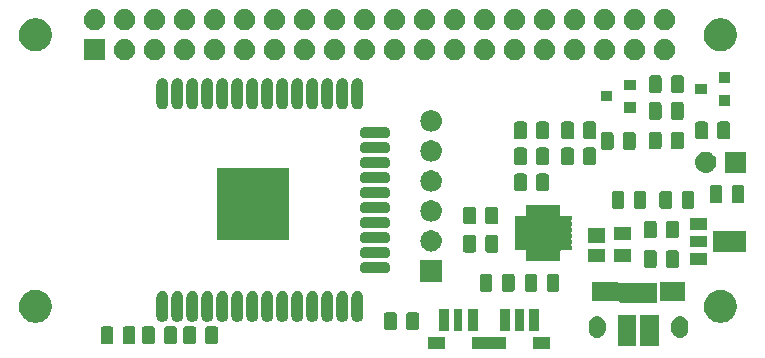
<source format=gbr>
G04 #@! TF.GenerationSoftware,KiCad,Pcbnew,5.0.2-bee76a0~70~ubuntu16.04.1*
G04 #@! TF.CreationDate,2019-08-20T13:37:51-04:00*
G04 #@! TF.ProjectId,ESP32-Zip,45535033-322d-45a6-9970-2e6b69636164,rev?*
G04 #@! TF.SameCoordinates,Original*
G04 #@! TF.FileFunction,Soldermask,Top*
G04 #@! TF.FilePolarity,Negative*
%FSLAX46Y46*%
G04 Gerber Fmt 4.6, Leading zero omitted, Abs format (unit mm)*
G04 Created by KiCad (PCBNEW 5.0.2-bee76a0~70~ubuntu16.04.1) date mar. 20 août 2019 13:37:51 EDT*
%MOMM*%
%LPD*%
G01*
G04 APERTURE LIST*
%ADD10C,0.100000*%
G04 APERTURE END LIST*
D10*
G36*
X84651000Y-80101000D02*
X83249000Y-80101000D01*
X83249000Y-79099000D01*
X84651000Y-79099000D01*
X84651000Y-80101000D01*
X84651000Y-80101000D01*
G37*
G36*
X89851000Y-80101000D02*
X86949000Y-80101000D01*
X86949000Y-79099000D01*
X89851000Y-79099000D01*
X89851000Y-80101000D01*
X89851000Y-80101000D01*
G37*
G36*
X93551000Y-80101000D02*
X92149000Y-80101000D01*
X92149000Y-79099000D01*
X93551000Y-79099000D01*
X93551000Y-80101000D01*
X93551000Y-80101000D01*
G37*
G36*
X102766000Y-79821000D02*
X101234000Y-79821000D01*
X101234000Y-77219000D01*
X102766000Y-77219000D01*
X102766000Y-79821000D01*
X102766000Y-79821000D01*
G37*
G36*
X100846000Y-79821000D02*
X99314000Y-79821000D01*
X99314000Y-77219000D01*
X100846000Y-77219000D01*
X100846000Y-79821000D01*
X100846000Y-79821000D01*
G37*
G36*
X58309466Y-78203565D02*
X58348137Y-78215296D01*
X58383779Y-78234348D01*
X58415017Y-78259983D01*
X58440652Y-78291221D01*
X58459704Y-78326863D01*
X58471435Y-78365534D01*
X58476000Y-78411888D01*
X58476000Y-79488112D01*
X58471435Y-79534466D01*
X58459704Y-79573137D01*
X58440652Y-79608779D01*
X58415017Y-79640017D01*
X58383779Y-79665652D01*
X58348137Y-79684704D01*
X58309466Y-79696435D01*
X58263112Y-79701000D01*
X57611888Y-79701000D01*
X57565534Y-79696435D01*
X57526863Y-79684704D01*
X57491221Y-79665652D01*
X57459983Y-79640017D01*
X57434348Y-79608779D01*
X57415296Y-79573137D01*
X57403565Y-79534466D01*
X57399000Y-79488112D01*
X57399000Y-78411888D01*
X57403565Y-78365534D01*
X57415296Y-78326863D01*
X57434348Y-78291221D01*
X57459983Y-78259983D01*
X57491221Y-78234348D01*
X57526863Y-78215296D01*
X57565534Y-78203565D01*
X57611888Y-78199000D01*
X58263112Y-78199000D01*
X58309466Y-78203565D01*
X58309466Y-78203565D01*
G37*
G36*
X56434466Y-78203565D02*
X56473137Y-78215296D01*
X56508779Y-78234348D01*
X56540017Y-78259983D01*
X56565652Y-78291221D01*
X56584704Y-78326863D01*
X56596435Y-78365534D01*
X56601000Y-78411888D01*
X56601000Y-79488112D01*
X56596435Y-79534466D01*
X56584704Y-79573137D01*
X56565652Y-79608779D01*
X56540017Y-79640017D01*
X56508779Y-79665652D01*
X56473137Y-79684704D01*
X56434466Y-79696435D01*
X56388112Y-79701000D01*
X55736888Y-79701000D01*
X55690534Y-79696435D01*
X55651863Y-79684704D01*
X55616221Y-79665652D01*
X55584983Y-79640017D01*
X55559348Y-79608779D01*
X55540296Y-79573137D01*
X55528565Y-79534466D01*
X55524000Y-79488112D01*
X55524000Y-78411888D01*
X55528565Y-78365534D01*
X55540296Y-78326863D01*
X55559348Y-78291221D01*
X55584983Y-78259983D01*
X55616221Y-78234348D01*
X55651863Y-78215296D01*
X55690534Y-78203565D01*
X55736888Y-78199000D01*
X56388112Y-78199000D01*
X56434466Y-78203565D01*
X56434466Y-78203565D01*
G37*
G36*
X63434466Y-78203565D02*
X63473137Y-78215296D01*
X63508779Y-78234348D01*
X63540017Y-78259983D01*
X63565652Y-78291221D01*
X63584704Y-78326863D01*
X63596435Y-78365534D01*
X63601000Y-78411888D01*
X63601000Y-79488112D01*
X63596435Y-79534466D01*
X63584704Y-79573137D01*
X63565652Y-79608779D01*
X63540017Y-79640017D01*
X63508779Y-79665652D01*
X63473137Y-79684704D01*
X63434466Y-79696435D01*
X63388112Y-79701000D01*
X62736888Y-79701000D01*
X62690534Y-79696435D01*
X62651863Y-79684704D01*
X62616221Y-79665652D01*
X62584983Y-79640017D01*
X62559348Y-79608779D01*
X62540296Y-79573137D01*
X62528565Y-79534466D01*
X62524000Y-79488112D01*
X62524000Y-78411888D01*
X62528565Y-78365534D01*
X62540296Y-78326863D01*
X62559348Y-78291221D01*
X62584983Y-78259983D01*
X62616221Y-78234348D01*
X62651863Y-78215296D01*
X62690534Y-78203565D01*
X62736888Y-78199000D01*
X63388112Y-78199000D01*
X63434466Y-78203565D01*
X63434466Y-78203565D01*
G37*
G36*
X65309466Y-78203565D02*
X65348137Y-78215296D01*
X65383779Y-78234348D01*
X65415017Y-78259983D01*
X65440652Y-78291221D01*
X65459704Y-78326863D01*
X65471435Y-78365534D01*
X65476000Y-78411888D01*
X65476000Y-79488112D01*
X65471435Y-79534466D01*
X65459704Y-79573137D01*
X65440652Y-79608779D01*
X65415017Y-79640017D01*
X65383779Y-79665652D01*
X65348137Y-79684704D01*
X65309466Y-79696435D01*
X65263112Y-79701000D01*
X64611888Y-79701000D01*
X64565534Y-79696435D01*
X64526863Y-79684704D01*
X64491221Y-79665652D01*
X64459983Y-79640017D01*
X64434348Y-79608779D01*
X64415296Y-79573137D01*
X64403565Y-79534466D01*
X64399000Y-79488112D01*
X64399000Y-78411888D01*
X64403565Y-78365534D01*
X64415296Y-78326863D01*
X64434348Y-78291221D01*
X64459983Y-78259983D01*
X64491221Y-78234348D01*
X64526863Y-78215296D01*
X64565534Y-78203565D01*
X64611888Y-78199000D01*
X65263112Y-78199000D01*
X65309466Y-78203565D01*
X65309466Y-78203565D01*
G37*
G36*
X59934466Y-78203565D02*
X59973137Y-78215296D01*
X60008779Y-78234348D01*
X60040017Y-78259983D01*
X60065652Y-78291221D01*
X60084704Y-78326863D01*
X60096435Y-78365534D01*
X60101000Y-78411888D01*
X60101000Y-79488112D01*
X60096435Y-79534466D01*
X60084704Y-79573137D01*
X60065652Y-79608779D01*
X60040017Y-79640017D01*
X60008779Y-79665652D01*
X59973137Y-79684704D01*
X59934466Y-79696435D01*
X59888112Y-79701000D01*
X59236888Y-79701000D01*
X59190534Y-79696435D01*
X59151863Y-79684704D01*
X59116221Y-79665652D01*
X59084983Y-79640017D01*
X59059348Y-79608779D01*
X59040296Y-79573137D01*
X59028565Y-79534466D01*
X59024000Y-79488112D01*
X59024000Y-78411888D01*
X59028565Y-78365534D01*
X59040296Y-78326863D01*
X59059348Y-78291221D01*
X59084983Y-78259983D01*
X59116221Y-78234348D01*
X59151863Y-78215296D01*
X59190534Y-78203565D01*
X59236888Y-78199000D01*
X59888112Y-78199000D01*
X59934466Y-78203565D01*
X59934466Y-78203565D01*
G37*
G36*
X61809466Y-78203565D02*
X61848137Y-78215296D01*
X61883779Y-78234348D01*
X61915017Y-78259983D01*
X61940652Y-78291221D01*
X61959704Y-78326863D01*
X61971435Y-78365534D01*
X61976000Y-78411888D01*
X61976000Y-79488112D01*
X61971435Y-79534466D01*
X61959704Y-79573137D01*
X61940652Y-79608779D01*
X61915017Y-79640017D01*
X61883779Y-79665652D01*
X61848137Y-79684704D01*
X61809466Y-79696435D01*
X61763112Y-79701000D01*
X61111888Y-79701000D01*
X61065534Y-79696435D01*
X61026863Y-79684704D01*
X60991221Y-79665652D01*
X60959983Y-79640017D01*
X60934348Y-79608779D01*
X60915296Y-79573137D01*
X60903565Y-79534466D01*
X60899000Y-79488112D01*
X60899000Y-78411888D01*
X60903565Y-78365534D01*
X60915296Y-78326863D01*
X60934348Y-78291221D01*
X60959983Y-78259983D01*
X60991221Y-78234348D01*
X61026863Y-78215296D01*
X61065534Y-78203565D01*
X61111888Y-78199000D01*
X61763112Y-78199000D01*
X61809466Y-78203565D01*
X61809466Y-78203565D01*
G37*
G36*
X104707320Y-77359505D02*
X104844171Y-77401019D01*
X104844173Y-77401020D01*
X104844176Y-77401021D01*
X104970295Y-77468432D01*
X105080843Y-77559157D01*
X105171568Y-77669704D01*
X105238979Y-77795823D01*
X105238979Y-77795824D01*
X105238981Y-77795828D01*
X105280495Y-77932679D01*
X105291000Y-78039341D01*
X105291000Y-78460658D01*
X105280495Y-78567320D01*
X105270278Y-78601000D01*
X105238980Y-78704176D01*
X105171568Y-78830296D01*
X105080843Y-78940843D01*
X104970296Y-79031568D01*
X104844177Y-79098979D01*
X104844174Y-79098980D01*
X104844172Y-79098981D01*
X104707321Y-79140495D01*
X104565000Y-79154512D01*
X104422680Y-79140495D01*
X104285829Y-79098981D01*
X104285827Y-79098980D01*
X104285824Y-79098979D01*
X104159705Y-79031568D01*
X104049160Y-78940845D01*
X103958430Y-78830292D01*
X103891021Y-78704177D01*
X103891019Y-78704172D01*
X103849505Y-78567321D01*
X103839000Y-78460659D01*
X103839000Y-78039342D01*
X103849505Y-77932680D01*
X103891019Y-77795829D01*
X103891020Y-77795827D01*
X103891021Y-77795824D01*
X103958432Y-77669705D01*
X104049157Y-77559157D01*
X104159704Y-77468432D01*
X104285823Y-77401021D01*
X104285826Y-77401020D01*
X104285828Y-77401019D01*
X104422679Y-77359505D01*
X104565000Y-77345488D01*
X104707320Y-77359505D01*
X104707320Y-77359505D01*
G37*
G36*
X97707320Y-77359505D02*
X97844171Y-77401019D01*
X97844173Y-77401020D01*
X97844176Y-77401021D01*
X97970295Y-77468432D01*
X98080843Y-77559157D01*
X98171568Y-77669704D01*
X98238979Y-77795823D01*
X98238979Y-77795824D01*
X98238981Y-77795828D01*
X98280495Y-77932679D01*
X98291000Y-78039341D01*
X98291000Y-78460658D01*
X98280495Y-78567320D01*
X98270278Y-78601000D01*
X98238980Y-78704176D01*
X98171568Y-78830296D01*
X98080843Y-78940843D01*
X97970296Y-79031568D01*
X97844177Y-79098979D01*
X97844174Y-79098980D01*
X97844172Y-79098981D01*
X97707321Y-79140495D01*
X97565000Y-79154512D01*
X97422680Y-79140495D01*
X97285829Y-79098981D01*
X97285827Y-79098980D01*
X97285824Y-79098979D01*
X97159705Y-79031568D01*
X97049160Y-78940845D01*
X96958430Y-78830292D01*
X96891021Y-78704177D01*
X96891019Y-78704172D01*
X96849505Y-78567321D01*
X96839000Y-78460659D01*
X96839000Y-78039342D01*
X96849505Y-77932680D01*
X96891019Y-77795829D01*
X96891020Y-77795827D01*
X96891021Y-77795824D01*
X96958432Y-77669705D01*
X97049157Y-77559157D01*
X97159704Y-77468432D01*
X97285823Y-77401021D01*
X97285826Y-77401020D01*
X97285828Y-77401019D01*
X97422679Y-77359505D01*
X97565000Y-77345488D01*
X97707320Y-77359505D01*
X97707320Y-77359505D01*
G37*
G36*
X85001000Y-78601000D02*
X84149000Y-78601000D01*
X84149000Y-76699000D01*
X85001000Y-76699000D01*
X85001000Y-78601000D01*
X85001000Y-78601000D01*
G37*
G36*
X86151000Y-78601000D02*
X85449000Y-78601000D01*
X85449000Y-76699000D01*
X86151000Y-76699000D01*
X86151000Y-78601000D01*
X86151000Y-78601000D01*
G37*
G36*
X92651000Y-78601000D02*
X91799000Y-78601000D01*
X91799000Y-76699000D01*
X92651000Y-76699000D01*
X92651000Y-78601000D01*
X92651000Y-78601000D01*
G37*
G36*
X91351000Y-78601000D02*
X90649000Y-78601000D01*
X90649000Y-76699000D01*
X91351000Y-76699000D01*
X91351000Y-78601000D01*
X91351000Y-78601000D01*
G37*
G36*
X90201000Y-78601000D02*
X89349000Y-78601000D01*
X89349000Y-76699000D01*
X90201000Y-76699000D01*
X90201000Y-78601000D01*
X90201000Y-78601000D01*
G37*
G36*
X87451000Y-78601000D02*
X86599000Y-78601000D01*
X86599000Y-76699000D01*
X87451000Y-76699000D01*
X87451000Y-78601000D01*
X87451000Y-78601000D01*
G37*
G36*
X82309466Y-77003565D02*
X82348137Y-77015296D01*
X82383779Y-77034348D01*
X82415017Y-77059983D01*
X82440652Y-77091221D01*
X82459704Y-77126863D01*
X82471435Y-77165534D01*
X82476000Y-77211888D01*
X82476000Y-78288112D01*
X82471435Y-78334466D01*
X82459704Y-78373137D01*
X82440652Y-78408779D01*
X82415017Y-78440017D01*
X82383779Y-78465652D01*
X82348137Y-78484704D01*
X82309466Y-78496435D01*
X82263112Y-78501000D01*
X81611888Y-78501000D01*
X81565534Y-78496435D01*
X81526863Y-78484704D01*
X81491221Y-78465652D01*
X81459983Y-78440017D01*
X81434348Y-78408779D01*
X81415296Y-78373137D01*
X81403565Y-78334466D01*
X81399000Y-78288112D01*
X81399000Y-77211888D01*
X81403565Y-77165534D01*
X81415296Y-77126863D01*
X81434348Y-77091221D01*
X81459983Y-77059983D01*
X81491221Y-77034348D01*
X81526863Y-77015296D01*
X81565534Y-77003565D01*
X81611888Y-76999000D01*
X82263112Y-76999000D01*
X82309466Y-77003565D01*
X82309466Y-77003565D01*
G37*
G36*
X80434466Y-77003565D02*
X80473137Y-77015296D01*
X80508779Y-77034348D01*
X80540017Y-77059983D01*
X80565652Y-77091221D01*
X80584704Y-77126863D01*
X80596435Y-77165534D01*
X80601000Y-77211888D01*
X80601000Y-78288112D01*
X80596435Y-78334466D01*
X80584704Y-78373137D01*
X80565652Y-78408779D01*
X80540017Y-78440017D01*
X80508779Y-78465652D01*
X80473137Y-78484704D01*
X80434466Y-78496435D01*
X80388112Y-78501000D01*
X79736888Y-78501000D01*
X79690534Y-78496435D01*
X79651863Y-78484704D01*
X79616221Y-78465652D01*
X79584983Y-78440017D01*
X79559348Y-78408779D01*
X79540296Y-78373137D01*
X79528565Y-78334466D01*
X79524000Y-78288112D01*
X79524000Y-77211888D01*
X79528565Y-77165534D01*
X79540296Y-77126863D01*
X79559348Y-77091221D01*
X79584983Y-77059983D01*
X79616221Y-77034348D01*
X79651863Y-77015296D01*
X79690534Y-77003565D01*
X79736888Y-76999000D01*
X80388112Y-76999000D01*
X80434466Y-77003565D01*
X80434466Y-77003565D01*
G37*
G36*
X50259333Y-75123137D02*
X50408657Y-75152839D01*
X50498412Y-75190017D01*
X50663621Y-75258449D01*
X50893089Y-75411774D01*
X51088226Y-75606911D01*
X51241551Y-75836379D01*
X51258388Y-75877027D01*
X51342676Y-76080515D01*
X51347161Y-76091344D01*
X51401000Y-76362012D01*
X51401000Y-76637988D01*
X51347161Y-76908656D01*
X51241551Y-77163621D01*
X51088226Y-77393089D01*
X50893089Y-77588226D01*
X50663621Y-77741551D01*
X50537599Y-77793751D01*
X50408657Y-77847161D01*
X50318433Y-77865107D01*
X50137988Y-77901000D01*
X49862012Y-77901000D01*
X49681567Y-77865107D01*
X49591343Y-77847161D01*
X49462401Y-77793751D01*
X49336379Y-77741551D01*
X49106911Y-77588226D01*
X48911774Y-77393089D01*
X48758449Y-77163621D01*
X48652839Y-76908656D01*
X48599000Y-76637988D01*
X48599000Y-76362012D01*
X48652839Y-76091344D01*
X48657325Y-76080515D01*
X48741612Y-75877027D01*
X48758449Y-75836379D01*
X48911774Y-75606911D01*
X49106911Y-75411774D01*
X49336379Y-75258449D01*
X49501588Y-75190017D01*
X49591343Y-75152839D01*
X49740667Y-75123137D01*
X49862012Y-75099000D01*
X50137988Y-75099000D01*
X50259333Y-75123137D01*
X50259333Y-75123137D01*
G37*
G36*
X108259333Y-75123137D02*
X108408657Y-75152839D01*
X108498412Y-75190017D01*
X108663621Y-75258449D01*
X108893089Y-75411774D01*
X109088226Y-75606911D01*
X109241551Y-75836379D01*
X109258388Y-75877027D01*
X109342676Y-76080515D01*
X109347161Y-76091344D01*
X109401000Y-76362012D01*
X109401000Y-76637988D01*
X109347161Y-76908656D01*
X109241551Y-77163621D01*
X109088226Y-77393089D01*
X108893089Y-77588226D01*
X108663621Y-77741551D01*
X108537599Y-77793751D01*
X108408657Y-77847161D01*
X108318433Y-77865107D01*
X108137988Y-77901000D01*
X107862012Y-77901000D01*
X107681567Y-77865107D01*
X107591343Y-77847161D01*
X107462401Y-77793751D01*
X107336379Y-77741551D01*
X107106911Y-77588226D01*
X106911774Y-77393089D01*
X106758449Y-77163621D01*
X106652839Y-76908656D01*
X106599000Y-76637988D01*
X106599000Y-76362012D01*
X106652839Y-76091344D01*
X106657325Y-76080515D01*
X106741612Y-75877027D01*
X106758449Y-75836379D01*
X106911774Y-75606911D01*
X107106911Y-75411774D01*
X107336379Y-75258449D01*
X107501588Y-75190017D01*
X107591343Y-75152839D01*
X107740667Y-75123137D01*
X107862012Y-75099000D01*
X108137988Y-75099000D01*
X108259333Y-75123137D01*
X108259333Y-75123137D01*
G37*
G36*
X76088213Y-75206249D02*
X76182652Y-75234897D01*
X76269687Y-75281418D01*
X76345975Y-75344025D01*
X76408582Y-75420313D01*
X76455103Y-75507348D01*
X76483751Y-75601787D01*
X76491000Y-75675388D01*
X76491000Y-77324612D01*
X76483751Y-77398213D01*
X76455103Y-77492652D01*
X76408582Y-77579687D01*
X76345975Y-77655975D01*
X76269687Y-77718582D01*
X76182651Y-77765103D01*
X76088212Y-77793751D01*
X75990000Y-77803424D01*
X75891787Y-77793751D01*
X75797348Y-77765103D01*
X75710313Y-77718582D01*
X75634025Y-77655975D01*
X75571418Y-77579687D01*
X75524897Y-77492651D01*
X75496249Y-77398212D01*
X75489000Y-77324611D01*
X75489001Y-75675388D01*
X75496250Y-75601787D01*
X75524898Y-75507348D01*
X75571419Y-75420313D01*
X75634026Y-75344025D01*
X75710314Y-75281418D01*
X75797349Y-75234897D01*
X75891788Y-75206249D01*
X75990000Y-75196576D01*
X76088213Y-75206249D01*
X76088213Y-75206249D01*
G37*
G36*
X60848213Y-75206249D02*
X60942652Y-75234897D01*
X61029687Y-75281418D01*
X61105975Y-75344025D01*
X61168582Y-75420313D01*
X61215103Y-75507348D01*
X61243751Y-75601787D01*
X61251000Y-75675388D01*
X61251000Y-77324612D01*
X61243751Y-77398213D01*
X61215103Y-77492652D01*
X61168582Y-77579687D01*
X61105975Y-77655975D01*
X61029687Y-77718582D01*
X60942651Y-77765103D01*
X60848212Y-77793751D01*
X60750000Y-77803424D01*
X60651787Y-77793751D01*
X60557348Y-77765103D01*
X60470313Y-77718582D01*
X60394025Y-77655975D01*
X60331418Y-77579687D01*
X60284897Y-77492651D01*
X60256249Y-77398212D01*
X60249000Y-77324611D01*
X60249001Y-75675388D01*
X60256250Y-75601787D01*
X60284898Y-75507348D01*
X60331419Y-75420313D01*
X60394026Y-75344025D01*
X60470314Y-75281418D01*
X60557349Y-75234897D01*
X60651788Y-75206249D01*
X60750000Y-75196576D01*
X60848213Y-75206249D01*
X60848213Y-75206249D01*
G37*
G36*
X63388213Y-75206249D02*
X63482652Y-75234897D01*
X63569687Y-75281418D01*
X63645975Y-75344025D01*
X63708582Y-75420313D01*
X63755103Y-75507348D01*
X63783751Y-75601787D01*
X63791000Y-75675388D01*
X63791000Y-77324612D01*
X63783751Y-77398213D01*
X63755103Y-77492652D01*
X63708582Y-77579687D01*
X63645975Y-77655975D01*
X63569687Y-77718582D01*
X63482651Y-77765103D01*
X63388212Y-77793751D01*
X63290000Y-77803424D01*
X63191787Y-77793751D01*
X63097348Y-77765103D01*
X63010313Y-77718582D01*
X62934025Y-77655975D01*
X62871418Y-77579687D01*
X62824897Y-77492651D01*
X62796249Y-77398212D01*
X62789000Y-77324611D01*
X62789001Y-75675388D01*
X62796250Y-75601787D01*
X62824898Y-75507348D01*
X62871419Y-75420313D01*
X62934026Y-75344025D01*
X63010314Y-75281418D01*
X63097349Y-75234897D01*
X63191788Y-75206249D01*
X63290000Y-75196576D01*
X63388213Y-75206249D01*
X63388213Y-75206249D01*
G37*
G36*
X64658213Y-75206249D02*
X64752652Y-75234897D01*
X64839687Y-75281418D01*
X64915975Y-75344025D01*
X64978582Y-75420313D01*
X65025103Y-75507348D01*
X65053751Y-75601787D01*
X65061000Y-75675388D01*
X65061000Y-77324612D01*
X65053751Y-77398213D01*
X65025103Y-77492652D01*
X64978582Y-77579687D01*
X64915975Y-77655975D01*
X64839687Y-77718582D01*
X64752651Y-77765103D01*
X64658212Y-77793751D01*
X64560000Y-77803424D01*
X64461787Y-77793751D01*
X64367348Y-77765103D01*
X64280313Y-77718582D01*
X64204025Y-77655975D01*
X64141418Y-77579687D01*
X64094897Y-77492651D01*
X64066249Y-77398212D01*
X64059000Y-77324611D01*
X64059001Y-75675388D01*
X64066250Y-75601787D01*
X64094898Y-75507348D01*
X64141419Y-75420313D01*
X64204026Y-75344025D01*
X64280314Y-75281418D01*
X64367349Y-75234897D01*
X64461788Y-75206249D01*
X64560000Y-75196576D01*
X64658213Y-75206249D01*
X64658213Y-75206249D01*
G37*
G36*
X65928213Y-75206249D02*
X66022652Y-75234897D01*
X66109687Y-75281418D01*
X66185975Y-75344025D01*
X66248582Y-75420313D01*
X66295103Y-75507348D01*
X66323751Y-75601787D01*
X66331000Y-75675388D01*
X66331000Y-77324612D01*
X66323751Y-77398213D01*
X66295103Y-77492652D01*
X66248582Y-77579687D01*
X66185975Y-77655975D01*
X66109687Y-77718582D01*
X66022651Y-77765103D01*
X65928212Y-77793751D01*
X65830000Y-77803424D01*
X65731787Y-77793751D01*
X65637348Y-77765103D01*
X65550313Y-77718582D01*
X65474025Y-77655975D01*
X65411418Y-77579687D01*
X65364897Y-77492651D01*
X65336249Y-77398212D01*
X65329000Y-77324611D01*
X65329001Y-75675388D01*
X65336250Y-75601787D01*
X65364898Y-75507348D01*
X65411419Y-75420313D01*
X65474026Y-75344025D01*
X65550314Y-75281418D01*
X65637349Y-75234897D01*
X65731788Y-75206249D01*
X65830000Y-75196576D01*
X65928213Y-75206249D01*
X65928213Y-75206249D01*
G37*
G36*
X67198213Y-75206249D02*
X67292652Y-75234897D01*
X67379687Y-75281418D01*
X67455975Y-75344025D01*
X67518582Y-75420313D01*
X67565103Y-75507348D01*
X67593751Y-75601787D01*
X67601000Y-75675388D01*
X67601000Y-77324612D01*
X67593751Y-77398213D01*
X67565103Y-77492652D01*
X67518582Y-77579687D01*
X67455975Y-77655975D01*
X67379687Y-77718582D01*
X67292651Y-77765103D01*
X67198212Y-77793751D01*
X67100000Y-77803424D01*
X67001787Y-77793751D01*
X66907348Y-77765103D01*
X66820313Y-77718582D01*
X66744025Y-77655975D01*
X66681418Y-77579687D01*
X66634897Y-77492651D01*
X66606249Y-77398212D01*
X66599000Y-77324611D01*
X66599001Y-75675388D01*
X66606250Y-75601787D01*
X66634898Y-75507348D01*
X66681419Y-75420313D01*
X66744026Y-75344025D01*
X66820314Y-75281418D01*
X66907349Y-75234897D01*
X67001788Y-75206249D01*
X67100000Y-75196576D01*
X67198213Y-75206249D01*
X67198213Y-75206249D01*
G37*
G36*
X68468213Y-75206249D02*
X68562652Y-75234897D01*
X68649687Y-75281418D01*
X68725975Y-75344025D01*
X68788582Y-75420313D01*
X68835103Y-75507348D01*
X68863751Y-75601787D01*
X68871000Y-75675388D01*
X68871000Y-77324612D01*
X68863751Y-77398213D01*
X68835103Y-77492652D01*
X68788582Y-77579687D01*
X68725975Y-77655975D01*
X68649687Y-77718582D01*
X68562651Y-77765103D01*
X68468212Y-77793751D01*
X68370000Y-77803424D01*
X68271787Y-77793751D01*
X68177348Y-77765103D01*
X68090313Y-77718582D01*
X68014025Y-77655975D01*
X67951418Y-77579687D01*
X67904897Y-77492651D01*
X67876249Y-77398212D01*
X67869000Y-77324611D01*
X67869001Y-75675388D01*
X67876250Y-75601787D01*
X67904898Y-75507348D01*
X67951419Y-75420313D01*
X68014026Y-75344025D01*
X68090314Y-75281418D01*
X68177349Y-75234897D01*
X68271788Y-75206249D01*
X68370000Y-75196576D01*
X68468213Y-75206249D01*
X68468213Y-75206249D01*
G37*
G36*
X69738213Y-75206249D02*
X69832652Y-75234897D01*
X69919687Y-75281418D01*
X69995975Y-75344025D01*
X70058582Y-75420313D01*
X70105103Y-75507348D01*
X70133751Y-75601787D01*
X70141000Y-75675388D01*
X70141000Y-77324612D01*
X70133751Y-77398213D01*
X70105103Y-77492652D01*
X70058582Y-77579687D01*
X69995975Y-77655975D01*
X69919687Y-77718582D01*
X69832651Y-77765103D01*
X69738212Y-77793751D01*
X69640000Y-77803424D01*
X69541787Y-77793751D01*
X69447348Y-77765103D01*
X69360313Y-77718582D01*
X69284025Y-77655975D01*
X69221418Y-77579687D01*
X69174897Y-77492651D01*
X69146249Y-77398212D01*
X69139000Y-77324611D01*
X69139001Y-75675388D01*
X69146250Y-75601787D01*
X69174898Y-75507348D01*
X69221419Y-75420313D01*
X69284026Y-75344025D01*
X69360314Y-75281418D01*
X69447349Y-75234897D01*
X69541788Y-75206249D01*
X69640000Y-75196576D01*
X69738213Y-75206249D01*
X69738213Y-75206249D01*
G37*
G36*
X71008213Y-75206249D02*
X71102652Y-75234897D01*
X71189687Y-75281418D01*
X71265975Y-75344025D01*
X71328582Y-75420313D01*
X71375103Y-75507348D01*
X71403751Y-75601787D01*
X71411000Y-75675388D01*
X71411000Y-77324612D01*
X71403751Y-77398213D01*
X71375103Y-77492652D01*
X71328582Y-77579687D01*
X71265975Y-77655975D01*
X71189687Y-77718582D01*
X71102651Y-77765103D01*
X71008212Y-77793751D01*
X70910000Y-77803424D01*
X70811787Y-77793751D01*
X70717348Y-77765103D01*
X70630313Y-77718582D01*
X70554025Y-77655975D01*
X70491418Y-77579687D01*
X70444897Y-77492651D01*
X70416249Y-77398212D01*
X70409000Y-77324611D01*
X70409001Y-75675388D01*
X70416250Y-75601787D01*
X70444898Y-75507348D01*
X70491419Y-75420313D01*
X70554026Y-75344025D01*
X70630314Y-75281418D01*
X70717349Y-75234897D01*
X70811788Y-75206249D01*
X70910000Y-75196576D01*
X71008213Y-75206249D01*
X71008213Y-75206249D01*
G37*
G36*
X72278213Y-75206249D02*
X72372652Y-75234897D01*
X72459687Y-75281418D01*
X72535975Y-75344025D01*
X72598582Y-75420313D01*
X72645103Y-75507348D01*
X72673751Y-75601787D01*
X72681000Y-75675388D01*
X72681000Y-77324612D01*
X72673751Y-77398213D01*
X72645103Y-77492652D01*
X72598582Y-77579687D01*
X72535975Y-77655975D01*
X72459687Y-77718582D01*
X72372651Y-77765103D01*
X72278212Y-77793751D01*
X72180000Y-77803424D01*
X72081787Y-77793751D01*
X71987348Y-77765103D01*
X71900313Y-77718582D01*
X71824025Y-77655975D01*
X71761418Y-77579687D01*
X71714897Y-77492651D01*
X71686249Y-77398212D01*
X71679000Y-77324611D01*
X71679001Y-75675388D01*
X71686250Y-75601787D01*
X71714898Y-75507348D01*
X71761419Y-75420313D01*
X71824026Y-75344025D01*
X71900314Y-75281418D01*
X71987349Y-75234897D01*
X72081788Y-75206249D01*
X72180000Y-75196576D01*
X72278213Y-75206249D01*
X72278213Y-75206249D01*
G37*
G36*
X73548213Y-75206249D02*
X73642652Y-75234897D01*
X73729687Y-75281418D01*
X73805975Y-75344025D01*
X73868582Y-75420313D01*
X73915103Y-75507348D01*
X73943751Y-75601787D01*
X73951000Y-75675388D01*
X73951000Y-77324612D01*
X73943751Y-77398213D01*
X73915103Y-77492652D01*
X73868582Y-77579687D01*
X73805975Y-77655975D01*
X73729687Y-77718582D01*
X73642651Y-77765103D01*
X73548212Y-77793751D01*
X73450000Y-77803424D01*
X73351787Y-77793751D01*
X73257348Y-77765103D01*
X73170313Y-77718582D01*
X73094025Y-77655975D01*
X73031418Y-77579687D01*
X72984897Y-77492651D01*
X72956249Y-77398212D01*
X72949000Y-77324611D01*
X72949001Y-75675388D01*
X72956250Y-75601787D01*
X72984898Y-75507348D01*
X73031419Y-75420313D01*
X73094026Y-75344025D01*
X73170314Y-75281418D01*
X73257349Y-75234897D01*
X73351788Y-75206249D01*
X73450000Y-75196576D01*
X73548213Y-75206249D01*
X73548213Y-75206249D01*
G37*
G36*
X74818213Y-75206249D02*
X74912652Y-75234897D01*
X74999687Y-75281418D01*
X75075975Y-75344025D01*
X75138582Y-75420313D01*
X75185103Y-75507348D01*
X75213751Y-75601787D01*
X75221000Y-75675388D01*
X75221000Y-77324612D01*
X75213751Y-77398213D01*
X75185103Y-77492652D01*
X75138582Y-77579687D01*
X75075975Y-77655975D01*
X74999687Y-77718582D01*
X74912651Y-77765103D01*
X74818212Y-77793751D01*
X74720000Y-77803424D01*
X74621787Y-77793751D01*
X74527348Y-77765103D01*
X74440313Y-77718582D01*
X74364025Y-77655975D01*
X74301418Y-77579687D01*
X74254897Y-77492651D01*
X74226249Y-77398212D01*
X74219000Y-77324611D01*
X74219001Y-75675388D01*
X74226250Y-75601787D01*
X74254898Y-75507348D01*
X74301419Y-75420313D01*
X74364026Y-75344025D01*
X74440314Y-75281418D01*
X74527349Y-75234897D01*
X74621788Y-75206249D01*
X74720000Y-75196576D01*
X74818213Y-75206249D01*
X74818213Y-75206249D01*
G37*
G36*
X77358213Y-75206249D02*
X77452652Y-75234897D01*
X77539687Y-75281418D01*
X77615975Y-75344025D01*
X77678582Y-75420313D01*
X77725103Y-75507348D01*
X77753751Y-75601787D01*
X77761000Y-75675388D01*
X77761000Y-77324612D01*
X77753751Y-77398213D01*
X77725103Y-77492652D01*
X77678582Y-77579687D01*
X77615975Y-77655975D01*
X77539687Y-77718582D01*
X77452651Y-77765103D01*
X77358212Y-77793751D01*
X77260000Y-77803424D01*
X77161787Y-77793751D01*
X77067348Y-77765103D01*
X76980313Y-77718582D01*
X76904025Y-77655975D01*
X76841418Y-77579687D01*
X76794897Y-77492651D01*
X76766249Y-77398212D01*
X76759000Y-77324611D01*
X76759001Y-75675388D01*
X76766250Y-75601787D01*
X76794898Y-75507348D01*
X76841419Y-75420313D01*
X76904026Y-75344025D01*
X76980314Y-75281418D01*
X77067349Y-75234897D01*
X77161788Y-75206249D01*
X77260000Y-75196576D01*
X77358213Y-75206249D01*
X77358213Y-75206249D01*
G37*
G36*
X62118213Y-75206249D02*
X62212652Y-75234897D01*
X62299687Y-75281418D01*
X62375975Y-75344025D01*
X62438582Y-75420313D01*
X62485103Y-75507348D01*
X62513751Y-75601787D01*
X62521000Y-75675388D01*
X62521000Y-77324612D01*
X62513751Y-77398213D01*
X62485103Y-77492652D01*
X62438582Y-77579687D01*
X62375975Y-77655975D01*
X62299687Y-77718582D01*
X62212651Y-77765103D01*
X62118212Y-77793751D01*
X62020000Y-77803424D01*
X61921787Y-77793751D01*
X61827348Y-77765103D01*
X61740313Y-77718582D01*
X61664025Y-77655975D01*
X61601418Y-77579687D01*
X61554897Y-77492651D01*
X61526249Y-77398212D01*
X61519000Y-77324611D01*
X61519001Y-75675388D01*
X61526250Y-75601787D01*
X61554898Y-75507348D01*
X61601419Y-75420313D01*
X61664026Y-75344025D01*
X61740314Y-75281418D01*
X61827349Y-75234897D01*
X61921788Y-75206249D01*
X62020000Y-75196576D01*
X62118213Y-75206249D01*
X62118213Y-75206249D01*
G37*
G36*
X98682817Y-74457696D02*
X98702334Y-74463617D01*
X98726367Y-74468398D01*
X98738620Y-74469000D01*
X99291761Y-74469000D01*
X99296554Y-74472934D01*
X99318165Y-74484485D01*
X99341614Y-74491598D01*
X99366000Y-74494000D01*
X102591000Y-74494000D01*
X102591000Y-76246000D01*
X99489000Y-76246000D01*
X99489000Y-76196000D01*
X99486598Y-76171614D01*
X99479485Y-76148165D01*
X99467934Y-76126554D01*
X99452388Y-76107612D01*
X99433446Y-76092066D01*
X99411835Y-76080515D01*
X99388386Y-76073402D01*
X99364000Y-76071000D01*
X97139000Y-76071000D01*
X97139000Y-74469000D01*
X98391379Y-74469000D01*
X98415765Y-74466598D01*
X98427665Y-74463617D01*
X98447182Y-74457696D01*
X98565000Y-74446093D01*
X98682817Y-74457696D01*
X98682817Y-74457696D01*
G37*
G36*
X103588407Y-74448398D02*
X103600659Y-74449000D01*
X104991000Y-74449000D01*
X104991000Y-76051000D01*
X103600659Y-76051000D01*
X103588407Y-76051602D01*
X103565000Y-76053907D01*
X103541593Y-76051602D01*
X103529341Y-76051000D01*
X102889000Y-76051000D01*
X102889000Y-74449000D01*
X103529341Y-74449000D01*
X103541593Y-74448398D01*
X103565000Y-74446093D01*
X103588407Y-74448398D01*
X103588407Y-74448398D01*
G37*
G36*
X94209466Y-73753565D02*
X94248137Y-73765296D01*
X94283779Y-73784348D01*
X94315017Y-73809983D01*
X94340652Y-73841221D01*
X94359704Y-73876863D01*
X94371435Y-73915534D01*
X94376000Y-73961888D01*
X94376000Y-75038112D01*
X94371435Y-75084466D01*
X94359704Y-75123137D01*
X94340652Y-75158779D01*
X94315017Y-75190017D01*
X94283779Y-75215652D01*
X94248137Y-75234704D01*
X94209466Y-75246435D01*
X94163112Y-75251000D01*
X93511888Y-75251000D01*
X93465534Y-75246435D01*
X93426863Y-75234704D01*
X93391221Y-75215652D01*
X93359983Y-75190017D01*
X93334348Y-75158779D01*
X93315296Y-75123137D01*
X93303565Y-75084466D01*
X93299000Y-75038112D01*
X93299000Y-73961888D01*
X93303565Y-73915534D01*
X93315296Y-73876863D01*
X93334348Y-73841221D01*
X93359983Y-73809983D01*
X93391221Y-73784348D01*
X93426863Y-73765296D01*
X93465534Y-73753565D01*
X93511888Y-73749000D01*
X94163112Y-73749000D01*
X94209466Y-73753565D01*
X94209466Y-73753565D01*
G37*
G36*
X92334466Y-73753565D02*
X92373137Y-73765296D01*
X92408779Y-73784348D01*
X92440017Y-73809983D01*
X92465652Y-73841221D01*
X92484704Y-73876863D01*
X92496435Y-73915534D01*
X92501000Y-73961888D01*
X92501000Y-75038112D01*
X92496435Y-75084466D01*
X92484704Y-75123137D01*
X92465652Y-75158779D01*
X92440017Y-75190017D01*
X92408779Y-75215652D01*
X92373137Y-75234704D01*
X92334466Y-75246435D01*
X92288112Y-75251000D01*
X91636888Y-75251000D01*
X91590534Y-75246435D01*
X91551863Y-75234704D01*
X91516221Y-75215652D01*
X91484983Y-75190017D01*
X91459348Y-75158779D01*
X91440296Y-75123137D01*
X91428565Y-75084466D01*
X91424000Y-75038112D01*
X91424000Y-73961888D01*
X91428565Y-73915534D01*
X91440296Y-73876863D01*
X91459348Y-73841221D01*
X91484983Y-73809983D01*
X91516221Y-73784348D01*
X91551863Y-73765296D01*
X91590534Y-73753565D01*
X91636888Y-73749000D01*
X92288112Y-73749000D01*
X92334466Y-73753565D01*
X92334466Y-73753565D01*
G37*
G36*
X90409466Y-73753565D02*
X90448137Y-73765296D01*
X90483779Y-73784348D01*
X90515017Y-73809983D01*
X90540652Y-73841221D01*
X90559704Y-73876863D01*
X90571435Y-73915534D01*
X90576000Y-73961888D01*
X90576000Y-75038112D01*
X90571435Y-75084466D01*
X90559704Y-75123137D01*
X90540652Y-75158779D01*
X90515017Y-75190017D01*
X90483779Y-75215652D01*
X90448137Y-75234704D01*
X90409466Y-75246435D01*
X90363112Y-75251000D01*
X89711888Y-75251000D01*
X89665534Y-75246435D01*
X89626863Y-75234704D01*
X89591221Y-75215652D01*
X89559983Y-75190017D01*
X89534348Y-75158779D01*
X89515296Y-75123137D01*
X89503565Y-75084466D01*
X89499000Y-75038112D01*
X89499000Y-73961888D01*
X89503565Y-73915534D01*
X89515296Y-73876863D01*
X89534348Y-73841221D01*
X89559983Y-73809983D01*
X89591221Y-73784348D01*
X89626863Y-73765296D01*
X89665534Y-73753565D01*
X89711888Y-73749000D01*
X90363112Y-73749000D01*
X90409466Y-73753565D01*
X90409466Y-73753565D01*
G37*
G36*
X88534466Y-73753565D02*
X88573137Y-73765296D01*
X88608779Y-73784348D01*
X88640017Y-73809983D01*
X88665652Y-73841221D01*
X88684704Y-73876863D01*
X88696435Y-73915534D01*
X88701000Y-73961888D01*
X88701000Y-75038112D01*
X88696435Y-75084466D01*
X88684704Y-75123137D01*
X88665652Y-75158779D01*
X88640017Y-75190017D01*
X88608779Y-75215652D01*
X88573137Y-75234704D01*
X88534466Y-75246435D01*
X88488112Y-75251000D01*
X87836888Y-75251000D01*
X87790534Y-75246435D01*
X87751863Y-75234704D01*
X87716221Y-75215652D01*
X87684983Y-75190017D01*
X87659348Y-75158779D01*
X87640296Y-75123137D01*
X87628565Y-75084466D01*
X87624000Y-75038112D01*
X87624000Y-73961888D01*
X87628565Y-73915534D01*
X87640296Y-73876863D01*
X87659348Y-73841221D01*
X87684983Y-73809983D01*
X87716221Y-73784348D01*
X87751863Y-73765296D01*
X87790534Y-73753565D01*
X87836888Y-73749000D01*
X88488112Y-73749000D01*
X88534466Y-73753565D01*
X88534466Y-73753565D01*
G37*
G36*
X84401000Y-74401000D02*
X82599000Y-74401000D01*
X82599000Y-72599000D01*
X84401000Y-72599000D01*
X84401000Y-74401000D01*
X84401000Y-74401000D01*
G37*
G36*
X79648213Y-72721249D02*
X79742652Y-72749897D01*
X79829687Y-72796418D01*
X79905975Y-72859025D01*
X79968582Y-72935313D01*
X80015103Y-73022348D01*
X80043751Y-73116787D01*
X80053424Y-73215000D01*
X80043751Y-73313213D01*
X80015103Y-73407652D01*
X79968582Y-73494687D01*
X79905975Y-73570975D01*
X79829687Y-73633582D01*
X79742652Y-73680103D01*
X79648213Y-73708751D01*
X79574612Y-73716000D01*
X77925388Y-73716000D01*
X77851787Y-73708751D01*
X77757348Y-73680103D01*
X77670313Y-73633582D01*
X77594025Y-73570975D01*
X77531418Y-73494687D01*
X77484897Y-73407652D01*
X77456249Y-73313213D01*
X77446576Y-73215000D01*
X77456249Y-73116787D01*
X77484897Y-73022348D01*
X77531418Y-72935313D01*
X77594025Y-72859025D01*
X77670313Y-72796418D01*
X77757348Y-72749897D01*
X77851787Y-72721249D01*
X77925388Y-72714000D01*
X79574612Y-72714000D01*
X79648213Y-72721249D01*
X79648213Y-72721249D01*
G37*
G36*
X104309466Y-71753565D02*
X104348137Y-71765296D01*
X104383779Y-71784348D01*
X104415017Y-71809983D01*
X104440652Y-71841221D01*
X104459704Y-71876863D01*
X104471435Y-71915534D01*
X104476000Y-71961888D01*
X104476000Y-73038112D01*
X104471435Y-73084466D01*
X104459704Y-73123137D01*
X104440652Y-73158779D01*
X104415017Y-73190017D01*
X104383779Y-73215652D01*
X104348137Y-73234704D01*
X104309466Y-73246435D01*
X104263112Y-73251000D01*
X103611888Y-73251000D01*
X103565534Y-73246435D01*
X103526863Y-73234704D01*
X103491221Y-73215652D01*
X103459983Y-73190017D01*
X103434348Y-73158779D01*
X103415296Y-73123137D01*
X103403565Y-73084466D01*
X103399000Y-73038112D01*
X103399000Y-71961888D01*
X103403565Y-71915534D01*
X103415296Y-71876863D01*
X103434348Y-71841221D01*
X103459983Y-71809983D01*
X103491221Y-71784348D01*
X103526863Y-71765296D01*
X103565534Y-71753565D01*
X103611888Y-71749000D01*
X104263112Y-71749000D01*
X104309466Y-71753565D01*
X104309466Y-71753565D01*
G37*
G36*
X102434466Y-71753565D02*
X102473137Y-71765296D01*
X102508779Y-71784348D01*
X102540017Y-71809983D01*
X102565652Y-71841221D01*
X102584704Y-71876863D01*
X102596435Y-71915534D01*
X102601000Y-71961888D01*
X102601000Y-73038112D01*
X102596435Y-73084466D01*
X102584704Y-73123137D01*
X102565652Y-73158779D01*
X102540017Y-73190017D01*
X102508779Y-73215652D01*
X102473137Y-73234704D01*
X102434466Y-73246435D01*
X102388112Y-73251000D01*
X101736888Y-73251000D01*
X101690534Y-73246435D01*
X101651863Y-73234704D01*
X101616221Y-73215652D01*
X101584983Y-73190017D01*
X101559348Y-73158779D01*
X101540296Y-73123137D01*
X101528565Y-73084466D01*
X101524000Y-73038112D01*
X101524000Y-71961888D01*
X101528565Y-71915534D01*
X101540296Y-71876863D01*
X101559348Y-71841221D01*
X101584983Y-71809983D01*
X101616221Y-71784348D01*
X101651863Y-71765296D01*
X101690534Y-71753565D01*
X101736888Y-71749000D01*
X102388112Y-71749000D01*
X102434466Y-71753565D01*
X102434466Y-71753565D01*
G37*
G36*
X106844500Y-72995500D02*
X105447100Y-72995500D01*
X105447100Y-72004500D01*
X106844500Y-72004500D01*
X106844500Y-72995500D01*
X106844500Y-72995500D01*
G37*
G36*
X100451000Y-72771000D02*
X98949000Y-72771000D01*
X98949000Y-71669000D01*
X100451000Y-71669000D01*
X100451000Y-72771000D01*
X100451000Y-72771000D01*
G37*
G36*
X98251000Y-72771000D02*
X96749000Y-72771000D01*
X96749000Y-71669000D01*
X98251000Y-71669000D01*
X98251000Y-72771000D01*
X98251000Y-72771000D01*
G37*
G36*
X91905357Y-67900083D02*
X91910028Y-67901500D01*
X91914330Y-67903800D01*
X91920705Y-67909031D01*
X91941080Y-67922644D01*
X91963719Y-67932020D01*
X91987753Y-67936800D01*
X92012257Y-67936799D01*
X92036291Y-67932017D01*
X92058929Y-67922639D01*
X92079295Y-67909031D01*
X92085670Y-67903800D01*
X92089972Y-67901500D01*
X92094643Y-67900083D01*
X92105641Y-67899000D01*
X92394359Y-67899000D01*
X92405357Y-67900083D01*
X92410028Y-67901500D01*
X92414330Y-67903800D01*
X92420705Y-67909031D01*
X92441080Y-67922644D01*
X92463719Y-67932020D01*
X92487753Y-67936800D01*
X92512257Y-67936799D01*
X92536291Y-67932017D01*
X92558929Y-67922639D01*
X92579295Y-67909031D01*
X92585670Y-67903800D01*
X92589972Y-67901500D01*
X92594643Y-67900083D01*
X92605641Y-67899000D01*
X92894359Y-67899000D01*
X92905357Y-67900083D01*
X92910028Y-67901500D01*
X92914330Y-67903800D01*
X92920705Y-67909031D01*
X92941080Y-67922644D01*
X92963719Y-67932020D01*
X92987753Y-67936800D01*
X93012257Y-67936799D01*
X93036291Y-67932017D01*
X93058929Y-67922639D01*
X93079295Y-67909031D01*
X93085670Y-67903800D01*
X93089972Y-67901500D01*
X93094643Y-67900083D01*
X93105641Y-67899000D01*
X93394359Y-67899000D01*
X93405357Y-67900083D01*
X93410028Y-67901500D01*
X93414330Y-67903800D01*
X93420705Y-67909031D01*
X93441080Y-67922644D01*
X93463719Y-67932020D01*
X93487753Y-67936800D01*
X93512257Y-67936799D01*
X93536291Y-67932017D01*
X93558929Y-67922639D01*
X93579295Y-67909031D01*
X93585670Y-67903800D01*
X93589972Y-67901500D01*
X93594643Y-67900083D01*
X93605641Y-67899000D01*
X93894359Y-67899000D01*
X93905357Y-67900083D01*
X93910028Y-67901500D01*
X93914330Y-67903800D01*
X93920705Y-67909031D01*
X93941080Y-67922644D01*
X93963719Y-67932020D01*
X93987753Y-67936800D01*
X94012257Y-67936799D01*
X94036291Y-67932017D01*
X94058929Y-67922639D01*
X94079295Y-67909031D01*
X94085670Y-67903800D01*
X94089972Y-67901500D01*
X94094643Y-67900083D01*
X94105641Y-67899000D01*
X94394359Y-67899000D01*
X94405357Y-67900083D01*
X94410028Y-67901500D01*
X94414330Y-67903800D01*
X94418104Y-67906896D01*
X94421200Y-67910670D01*
X94423500Y-67914972D01*
X94424917Y-67919643D01*
X94426000Y-67930641D01*
X94426000Y-68749000D01*
X94428402Y-68773386D01*
X94435515Y-68796835D01*
X94447066Y-68818446D01*
X94462612Y-68837388D01*
X94481554Y-68852934D01*
X94503165Y-68864485D01*
X94526614Y-68871598D01*
X94551000Y-68874000D01*
X95369359Y-68874000D01*
X95380357Y-68875083D01*
X95385028Y-68876500D01*
X95389330Y-68878800D01*
X95393104Y-68881896D01*
X95396200Y-68885670D01*
X95398500Y-68889972D01*
X95399917Y-68894643D01*
X95401000Y-68905641D01*
X95401000Y-69194359D01*
X95399917Y-69205357D01*
X95398500Y-69210028D01*
X95396200Y-69214330D01*
X95390969Y-69220705D01*
X95377356Y-69241080D01*
X95367980Y-69263719D01*
X95363200Y-69287753D01*
X95363201Y-69312257D01*
X95367983Y-69336291D01*
X95377361Y-69358929D01*
X95390969Y-69379295D01*
X95396200Y-69385670D01*
X95398500Y-69389972D01*
X95399917Y-69394643D01*
X95401000Y-69405641D01*
X95401000Y-69694359D01*
X95399917Y-69705357D01*
X95398500Y-69710028D01*
X95396200Y-69714330D01*
X95390969Y-69720705D01*
X95377356Y-69741080D01*
X95367980Y-69763719D01*
X95363200Y-69787753D01*
X95363201Y-69812257D01*
X95367983Y-69836291D01*
X95377361Y-69858929D01*
X95390969Y-69879295D01*
X95396200Y-69885670D01*
X95398500Y-69889972D01*
X95399917Y-69894643D01*
X95401000Y-69905641D01*
X95401000Y-70194359D01*
X95399917Y-70205357D01*
X95398500Y-70210028D01*
X95396200Y-70214330D01*
X95390969Y-70220705D01*
X95377356Y-70241080D01*
X95367980Y-70263719D01*
X95363200Y-70287753D01*
X95363201Y-70312257D01*
X95367983Y-70336291D01*
X95377361Y-70358929D01*
X95390969Y-70379295D01*
X95396200Y-70385670D01*
X95398500Y-70389972D01*
X95399917Y-70394643D01*
X95401000Y-70405641D01*
X95401000Y-70694359D01*
X95399917Y-70705357D01*
X95398500Y-70710028D01*
X95396200Y-70714330D01*
X95390969Y-70720705D01*
X95377356Y-70741080D01*
X95367980Y-70763719D01*
X95363200Y-70787753D01*
X95363201Y-70812257D01*
X95367983Y-70836291D01*
X95377361Y-70858929D01*
X95390969Y-70879295D01*
X95396200Y-70885670D01*
X95398500Y-70889972D01*
X95399917Y-70894643D01*
X95401000Y-70905641D01*
X95401000Y-71194359D01*
X95399917Y-71205357D01*
X95398500Y-71210028D01*
X95396200Y-71214330D01*
X95390969Y-71220705D01*
X95377356Y-71241080D01*
X95367980Y-71263719D01*
X95363200Y-71287753D01*
X95363201Y-71312257D01*
X95367983Y-71336291D01*
X95377361Y-71358929D01*
X95390969Y-71379295D01*
X95396200Y-71385670D01*
X95398500Y-71389972D01*
X95399917Y-71394643D01*
X95401000Y-71405641D01*
X95401000Y-71694359D01*
X95399917Y-71705357D01*
X95398500Y-71710028D01*
X95396200Y-71714330D01*
X95393104Y-71718104D01*
X95389330Y-71721200D01*
X95385028Y-71723500D01*
X95380357Y-71724917D01*
X95369359Y-71726000D01*
X94551000Y-71726000D01*
X94526614Y-71728402D01*
X94503165Y-71735515D01*
X94481554Y-71747066D01*
X94462612Y-71762612D01*
X94447066Y-71781554D01*
X94435515Y-71803165D01*
X94428402Y-71826614D01*
X94426000Y-71851000D01*
X94426000Y-72669359D01*
X94424917Y-72680357D01*
X94423500Y-72685028D01*
X94421200Y-72689330D01*
X94418104Y-72693104D01*
X94414330Y-72696200D01*
X94410028Y-72698500D01*
X94405357Y-72699917D01*
X94394359Y-72701000D01*
X94105641Y-72701000D01*
X94094643Y-72699917D01*
X94089972Y-72698500D01*
X94085670Y-72696200D01*
X94079295Y-72690969D01*
X94058920Y-72677356D01*
X94036281Y-72667980D01*
X94012247Y-72663200D01*
X93987743Y-72663201D01*
X93963709Y-72667983D01*
X93941071Y-72677361D01*
X93920705Y-72690969D01*
X93914330Y-72696200D01*
X93910028Y-72698500D01*
X93905357Y-72699917D01*
X93894359Y-72701000D01*
X93605641Y-72701000D01*
X93594643Y-72699917D01*
X93589972Y-72698500D01*
X93585670Y-72696200D01*
X93579295Y-72690969D01*
X93558920Y-72677356D01*
X93536281Y-72667980D01*
X93512247Y-72663200D01*
X93487743Y-72663201D01*
X93463709Y-72667983D01*
X93441071Y-72677361D01*
X93420705Y-72690969D01*
X93414330Y-72696200D01*
X93410028Y-72698500D01*
X93405357Y-72699917D01*
X93394359Y-72701000D01*
X93105641Y-72701000D01*
X93094643Y-72699917D01*
X93089972Y-72698500D01*
X93085670Y-72696200D01*
X93079295Y-72690969D01*
X93058920Y-72677356D01*
X93036281Y-72667980D01*
X93012247Y-72663200D01*
X92987743Y-72663201D01*
X92963709Y-72667983D01*
X92941071Y-72677361D01*
X92920705Y-72690969D01*
X92914330Y-72696200D01*
X92910028Y-72698500D01*
X92905357Y-72699917D01*
X92894359Y-72701000D01*
X92605641Y-72701000D01*
X92594643Y-72699917D01*
X92589972Y-72698500D01*
X92585670Y-72696200D01*
X92579295Y-72690969D01*
X92558920Y-72677356D01*
X92536281Y-72667980D01*
X92512247Y-72663200D01*
X92487743Y-72663201D01*
X92463709Y-72667983D01*
X92441071Y-72677361D01*
X92420705Y-72690969D01*
X92414330Y-72696200D01*
X92410028Y-72698500D01*
X92405357Y-72699917D01*
X92394359Y-72701000D01*
X92105641Y-72701000D01*
X92094643Y-72699917D01*
X92089972Y-72698500D01*
X92085670Y-72696200D01*
X92079295Y-72690969D01*
X92058920Y-72677356D01*
X92036281Y-72667980D01*
X92012247Y-72663200D01*
X91987743Y-72663201D01*
X91963709Y-72667983D01*
X91941071Y-72677361D01*
X91920705Y-72690969D01*
X91914330Y-72696200D01*
X91910028Y-72698500D01*
X91905357Y-72699917D01*
X91894359Y-72701000D01*
X91605641Y-72701000D01*
X91594643Y-72699917D01*
X91589972Y-72698500D01*
X91585670Y-72696200D01*
X91581896Y-72693104D01*
X91578800Y-72689330D01*
X91576500Y-72685028D01*
X91575083Y-72680357D01*
X91574000Y-72669359D01*
X91574000Y-71851000D01*
X91571598Y-71826614D01*
X91564485Y-71803165D01*
X91552934Y-71781554D01*
X91537388Y-71762612D01*
X91518446Y-71747066D01*
X91496835Y-71735515D01*
X91473386Y-71728402D01*
X91449000Y-71726000D01*
X90630641Y-71726000D01*
X90619643Y-71724917D01*
X90614972Y-71723500D01*
X90610670Y-71721200D01*
X90606896Y-71718104D01*
X90603800Y-71714330D01*
X90601500Y-71710028D01*
X90600083Y-71705357D01*
X90599000Y-71694359D01*
X90599000Y-71405641D01*
X90600083Y-71394643D01*
X90601500Y-71389972D01*
X90603800Y-71385670D01*
X90609031Y-71379295D01*
X90622644Y-71358920D01*
X90632020Y-71336281D01*
X90636800Y-71312247D01*
X90636799Y-71287743D01*
X90632017Y-71263709D01*
X90622639Y-71241071D01*
X90609031Y-71220705D01*
X90603800Y-71214330D01*
X90601500Y-71210028D01*
X90600083Y-71205357D01*
X90599000Y-71194359D01*
X90599000Y-70905641D01*
X90600083Y-70894643D01*
X90601500Y-70889972D01*
X90603800Y-70885670D01*
X90609031Y-70879295D01*
X90622644Y-70858920D01*
X90632020Y-70836281D01*
X90636800Y-70812247D01*
X90636799Y-70787743D01*
X90632017Y-70763709D01*
X90622639Y-70741071D01*
X90609031Y-70720705D01*
X90603800Y-70714330D01*
X90601500Y-70710028D01*
X90600083Y-70705357D01*
X90599000Y-70694359D01*
X90599000Y-70405641D01*
X90600083Y-70394643D01*
X90601500Y-70389972D01*
X90603800Y-70385670D01*
X90609031Y-70379295D01*
X90622644Y-70358920D01*
X90632020Y-70336281D01*
X90636800Y-70312247D01*
X90636799Y-70287743D01*
X90632017Y-70263709D01*
X90622639Y-70241071D01*
X90609031Y-70220705D01*
X90603800Y-70214330D01*
X90601500Y-70210028D01*
X90600083Y-70205357D01*
X90599000Y-70194359D01*
X90599000Y-69905641D01*
X90600083Y-69894643D01*
X90601500Y-69889972D01*
X90603800Y-69885670D01*
X90609031Y-69879295D01*
X90622644Y-69858920D01*
X90632020Y-69836281D01*
X90636800Y-69812247D01*
X90636799Y-69787743D01*
X90632017Y-69763709D01*
X90622639Y-69741071D01*
X90609031Y-69720705D01*
X90603800Y-69714330D01*
X90601500Y-69710028D01*
X90600083Y-69705357D01*
X90599000Y-69694359D01*
X90599000Y-69405641D01*
X90600083Y-69394643D01*
X90601500Y-69389972D01*
X90603800Y-69385670D01*
X90609031Y-69379295D01*
X90622644Y-69358920D01*
X90632020Y-69336281D01*
X90636800Y-69312247D01*
X90636799Y-69287743D01*
X90632017Y-69263709D01*
X90622639Y-69241071D01*
X90609031Y-69220705D01*
X90603800Y-69214330D01*
X90601500Y-69210028D01*
X90600083Y-69205357D01*
X90599000Y-69194359D01*
X90599000Y-68905641D01*
X90600083Y-68894643D01*
X90601500Y-68889972D01*
X90603800Y-68885670D01*
X90606896Y-68881896D01*
X90610670Y-68878800D01*
X90614972Y-68876500D01*
X90619643Y-68875083D01*
X90630641Y-68874000D01*
X91449000Y-68874000D01*
X91473386Y-68871598D01*
X91496835Y-68864485D01*
X91518446Y-68852934D01*
X91537388Y-68837388D01*
X91552934Y-68818446D01*
X91564485Y-68796835D01*
X91571598Y-68773386D01*
X91574000Y-68749000D01*
X91574000Y-67930641D01*
X91575083Y-67919643D01*
X91576500Y-67914972D01*
X91578800Y-67910670D01*
X91581896Y-67906896D01*
X91585670Y-67903800D01*
X91589972Y-67901500D01*
X91594643Y-67900083D01*
X91605641Y-67899000D01*
X91894359Y-67899000D01*
X91905357Y-67900083D01*
X91905357Y-67900083D01*
G37*
G36*
X79648213Y-71451249D02*
X79742652Y-71479897D01*
X79829687Y-71526418D01*
X79905975Y-71589025D01*
X79968582Y-71665313D01*
X80015103Y-71752348D01*
X80043751Y-71846787D01*
X80053424Y-71945000D01*
X80043751Y-72043213D01*
X80015103Y-72137652D01*
X79968582Y-72224687D01*
X79905975Y-72300975D01*
X79829687Y-72363582D01*
X79742652Y-72410103D01*
X79648213Y-72438751D01*
X79574612Y-72446000D01*
X77925388Y-72446000D01*
X77851787Y-72438751D01*
X77757348Y-72410103D01*
X77670313Y-72363582D01*
X77594025Y-72300975D01*
X77531418Y-72224687D01*
X77484897Y-72137652D01*
X77456249Y-72043213D01*
X77446576Y-71945000D01*
X77456249Y-71846787D01*
X77484897Y-71752348D01*
X77531418Y-71665313D01*
X77594025Y-71589025D01*
X77670313Y-71526418D01*
X77757348Y-71479897D01*
X77851787Y-71451249D01*
X77925388Y-71444000D01*
X79574612Y-71444000D01*
X79648213Y-71451249D01*
X79648213Y-71451249D01*
G37*
G36*
X89009466Y-70453565D02*
X89048137Y-70465296D01*
X89083779Y-70484348D01*
X89115017Y-70509983D01*
X89140652Y-70541221D01*
X89159704Y-70576863D01*
X89171435Y-70615534D01*
X89176000Y-70661888D01*
X89176000Y-71738112D01*
X89171435Y-71784466D01*
X89159704Y-71823137D01*
X89140652Y-71858779D01*
X89115017Y-71890017D01*
X89083779Y-71915652D01*
X89048137Y-71934704D01*
X89009466Y-71946435D01*
X88963112Y-71951000D01*
X88311888Y-71951000D01*
X88265534Y-71946435D01*
X88226863Y-71934704D01*
X88191221Y-71915652D01*
X88159983Y-71890017D01*
X88134348Y-71858779D01*
X88115296Y-71823137D01*
X88103565Y-71784466D01*
X88099000Y-71738112D01*
X88099000Y-70661888D01*
X88103565Y-70615534D01*
X88115296Y-70576863D01*
X88134348Y-70541221D01*
X88159983Y-70509983D01*
X88191221Y-70484348D01*
X88226863Y-70465296D01*
X88265534Y-70453565D01*
X88311888Y-70449000D01*
X88963112Y-70449000D01*
X89009466Y-70453565D01*
X89009466Y-70453565D01*
G37*
G36*
X87134466Y-70453565D02*
X87173137Y-70465296D01*
X87208779Y-70484348D01*
X87240017Y-70509983D01*
X87265652Y-70541221D01*
X87284704Y-70576863D01*
X87296435Y-70615534D01*
X87301000Y-70661888D01*
X87301000Y-71738112D01*
X87296435Y-71784466D01*
X87284704Y-71823137D01*
X87265652Y-71858779D01*
X87240017Y-71890017D01*
X87208779Y-71915652D01*
X87173137Y-71934704D01*
X87134466Y-71946435D01*
X87088112Y-71951000D01*
X86436888Y-71951000D01*
X86390534Y-71946435D01*
X86351863Y-71934704D01*
X86316221Y-71915652D01*
X86284983Y-71890017D01*
X86259348Y-71858779D01*
X86240296Y-71823137D01*
X86228565Y-71784466D01*
X86224000Y-71738112D01*
X86224000Y-70661888D01*
X86228565Y-70615534D01*
X86240296Y-70576863D01*
X86259348Y-70541221D01*
X86284983Y-70509983D01*
X86316221Y-70484348D01*
X86351863Y-70465296D01*
X86390534Y-70453565D01*
X86436888Y-70449000D01*
X87088112Y-70449000D01*
X87134466Y-70453565D01*
X87134466Y-70453565D01*
G37*
G36*
X110146500Y-71901900D02*
X107352100Y-71901900D01*
X107352100Y-70098100D01*
X110146500Y-70098100D01*
X110146500Y-71901900D01*
X110146500Y-71901900D01*
G37*
G36*
X83610442Y-70065518D02*
X83676627Y-70072037D01*
X83762545Y-70098100D01*
X83846467Y-70123557D01*
X83954401Y-70181250D01*
X84002991Y-70207222D01*
X84017709Y-70219301D01*
X84140186Y-70319814D01*
X84205807Y-70399775D01*
X84252778Y-70457009D01*
X84259452Y-70469495D01*
X84336443Y-70613533D01*
X84343865Y-70638000D01*
X84387963Y-70783373D01*
X84405359Y-70960000D01*
X84387963Y-71136627D01*
X84378218Y-71168751D01*
X84336443Y-71306467D01*
X84279440Y-71413110D01*
X84252778Y-71462991D01*
X84226098Y-71495500D01*
X84140186Y-71600186D01*
X84038729Y-71683448D01*
X84002991Y-71712778D01*
X84002989Y-71712779D01*
X83846467Y-71796443D01*
X83801831Y-71809983D01*
X83676627Y-71847963D01*
X83610442Y-71854482D01*
X83544260Y-71861000D01*
X83455740Y-71861000D01*
X83389558Y-71854482D01*
X83323373Y-71847963D01*
X83198169Y-71809983D01*
X83153533Y-71796443D01*
X82997011Y-71712779D01*
X82997009Y-71712778D01*
X82961271Y-71683448D01*
X82859814Y-71600186D01*
X82773902Y-71495500D01*
X82747222Y-71462991D01*
X82720560Y-71413110D01*
X82663557Y-71306467D01*
X82621782Y-71168751D01*
X82612037Y-71136627D01*
X82594641Y-70960000D01*
X82612037Y-70783373D01*
X82656135Y-70638000D01*
X82663557Y-70613533D01*
X82740548Y-70469495D01*
X82747222Y-70457009D01*
X82794193Y-70399775D01*
X82859814Y-70319814D01*
X82982291Y-70219301D01*
X82997009Y-70207222D01*
X83045599Y-70181250D01*
X83153533Y-70123557D01*
X83237455Y-70098100D01*
X83323373Y-70072037D01*
X83389558Y-70065518D01*
X83455740Y-70059000D01*
X83544260Y-70059000D01*
X83610442Y-70065518D01*
X83610442Y-70065518D01*
G37*
G36*
X106844500Y-71495500D02*
X105447100Y-71495500D01*
X105447100Y-70504500D01*
X106844500Y-70504500D01*
X106844500Y-71495500D01*
X106844500Y-71495500D01*
G37*
G36*
X79648213Y-70181249D02*
X79742652Y-70209897D01*
X79829687Y-70256418D01*
X79905975Y-70319025D01*
X79968582Y-70395313D01*
X80015103Y-70482348D01*
X80043751Y-70576787D01*
X80053424Y-70675000D01*
X80043751Y-70773213D01*
X80015103Y-70867652D01*
X79968582Y-70954687D01*
X79905975Y-71030975D01*
X79829687Y-71093582D01*
X79742652Y-71140103D01*
X79648213Y-71168751D01*
X79574612Y-71176000D01*
X77925388Y-71176000D01*
X77851787Y-71168751D01*
X77757348Y-71140103D01*
X77670313Y-71093582D01*
X77594025Y-71030975D01*
X77531418Y-70954687D01*
X77484897Y-70867652D01*
X77456249Y-70773213D01*
X77446576Y-70675000D01*
X77456249Y-70576787D01*
X77484897Y-70482348D01*
X77531418Y-70395313D01*
X77594025Y-70319025D01*
X77670313Y-70256418D01*
X77757348Y-70209897D01*
X77851787Y-70181249D01*
X77925388Y-70174000D01*
X79574612Y-70174000D01*
X79648213Y-70181249D01*
X79648213Y-70181249D01*
G37*
G36*
X98251000Y-71151000D02*
X96749000Y-71151000D01*
X96749000Y-69849000D01*
X98251000Y-69849000D01*
X98251000Y-71151000D01*
X98251000Y-71151000D01*
G37*
G36*
X100451000Y-70871000D02*
X98949000Y-70871000D01*
X98949000Y-69769000D01*
X100451000Y-69769000D01*
X100451000Y-70871000D01*
X100451000Y-70871000D01*
G37*
G36*
X71501000Y-70851000D02*
X65399000Y-70851000D01*
X65399000Y-64749000D01*
X71501000Y-64749000D01*
X71501000Y-70851000D01*
X71501000Y-70851000D01*
G37*
G36*
X104309466Y-69253565D02*
X104348137Y-69265296D01*
X104383779Y-69284348D01*
X104415017Y-69309983D01*
X104440652Y-69341221D01*
X104459704Y-69376863D01*
X104471435Y-69415534D01*
X104476000Y-69461888D01*
X104476000Y-70538112D01*
X104471435Y-70584466D01*
X104459704Y-70623137D01*
X104440652Y-70658779D01*
X104415017Y-70690017D01*
X104383779Y-70715652D01*
X104348137Y-70734704D01*
X104309466Y-70746435D01*
X104263112Y-70751000D01*
X103611888Y-70751000D01*
X103565534Y-70746435D01*
X103526863Y-70734704D01*
X103491221Y-70715652D01*
X103459983Y-70690017D01*
X103434348Y-70658779D01*
X103415296Y-70623137D01*
X103403565Y-70584466D01*
X103399000Y-70538112D01*
X103399000Y-69461888D01*
X103403565Y-69415534D01*
X103415296Y-69376863D01*
X103434348Y-69341221D01*
X103459983Y-69309983D01*
X103491221Y-69284348D01*
X103526863Y-69265296D01*
X103565534Y-69253565D01*
X103611888Y-69249000D01*
X104263112Y-69249000D01*
X104309466Y-69253565D01*
X104309466Y-69253565D01*
G37*
G36*
X102434466Y-69253565D02*
X102473137Y-69265296D01*
X102508779Y-69284348D01*
X102540017Y-69309983D01*
X102565652Y-69341221D01*
X102584704Y-69376863D01*
X102596435Y-69415534D01*
X102601000Y-69461888D01*
X102601000Y-70538112D01*
X102596435Y-70584466D01*
X102584704Y-70623137D01*
X102565652Y-70658779D01*
X102540017Y-70690017D01*
X102508779Y-70715652D01*
X102473137Y-70734704D01*
X102434466Y-70746435D01*
X102388112Y-70751000D01*
X101736888Y-70751000D01*
X101690534Y-70746435D01*
X101651863Y-70734704D01*
X101616221Y-70715652D01*
X101584983Y-70690017D01*
X101559348Y-70658779D01*
X101540296Y-70623137D01*
X101528565Y-70584466D01*
X101524000Y-70538112D01*
X101524000Y-69461888D01*
X101528565Y-69415534D01*
X101540296Y-69376863D01*
X101559348Y-69341221D01*
X101584983Y-69309983D01*
X101616221Y-69284348D01*
X101651863Y-69265296D01*
X101690534Y-69253565D01*
X101736888Y-69249000D01*
X102388112Y-69249000D01*
X102434466Y-69253565D01*
X102434466Y-69253565D01*
G37*
G36*
X106844500Y-69995500D02*
X105447100Y-69995500D01*
X105447100Y-69004500D01*
X106844500Y-69004500D01*
X106844500Y-69995500D01*
X106844500Y-69995500D01*
G37*
G36*
X79648213Y-68911249D02*
X79742652Y-68939897D01*
X79829687Y-68986418D01*
X79905975Y-69049025D01*
X79968582Y-69125313D01*
X80015103Y-69212348D01*
X80043751Y-69306787D01*
X80053424Y-69405000D01*
X80043751Y-69503213D01*
X80015103Y-69597652D01*
X79968582Y-69684687D01*
X79905975Y-69760975D01*
X79829687Y-69823582D01*
X79742652Y-69870103D01*
X79648213Y-69898751D01*
X79574612Y-69906000D01*
X77925388Y-69906000D01*
X77851787Y-69898751D01*
X77757348Y-69870103D01*
X77670313Y-69823582D01*
X77594025Y-69760975D01*
X77531418Y-69684687D01*
X77484897Y-69597652D01*
X77456249Y-69503213D01*
X77446576Y-69405000D01*
X77456249Y-69306787D01*
X77484897Y-69212348D01*
X77531418Y-69125313D01*
X77594025Y-69049025D01*
X77670313Y-68986418D01*
X77757348Y-68939897D01*
X77851787Y-68911249D01*
X77925388Y-68904000D01*
X79574612Y-68904000D01*
X79648213Y-68911249D01*
X79648213Y-68911249D01*
G37*
G36*
X89009466Y-68053565D02*
X89048137Y-68065296D01*
X89083779Y-68084348D01*
X89115017Y-68109983D01*
X89140652Y-68141221D01*
X89159704Y-68176863D01*
X89171435Y-68215534D01*
X89176000Y-68261888D01*
X89176000Y-69338112D01*
X89171435Y-69384466D01*
X89159704Y-69423137D01*
X89140652Y-69458779D01*
X89115017Y-69490017D01*
X89083779Y-69515652D01*
X89048137Y-69534704D01*
X89009466Y-69546435D01*
X88963112Y-69551000D01*
X88311888Y-69551000D01*
X88265534Y-69546435D01*
X88226863Y-69534704D01*
X88191221Y-69515652D01*
X88159983Y-69490017D01*
X88134348Y-69458779D01*
X88115296Y-69423137D01*
X88103565Y-69384466D01*
X88099000Y-69338112D01*
X88099000Y-68261888D01*
X88103565Y-68215534D01*
X88115296Y-68176863D01*
X88134348Y-68141221D01*
X88159983Y-68109983D01*
X88191221Y-68084348D01*
X88226863Y-68065296D01*
X88265534Y-68053565D01*
X88311888Y-68049000D01*
X88963112Y-68049000D01*
X89009466Y-68053565D01*
X89009466Y-68053565D01*
G37*
G36*
X87134466Y-68053565D02*
X87173137Y-68065296D01*
X87208779Y-68084348D01*
X87240017Y-68109983D01*
X87265652Y-68141221D01*
X87284704Y-68176863D01*
X87296435Y-68215534D01*
X87301000Y-68261888D01*
X87301000Y-69338112D01*
X87296435Y-69384466D01*
X87284704Y-69423137D01*
X87265652Y-69458779D01*
X87240017Y-69490017D01*
X87208779Y-69515652D01*
X87173137Y-69534704D01*
X87134466Y-69546435D01*
X87088112Y-69551000D01*
X86436888Y-69551000D01*
X86390534Y-69546435D01*
X86351863Y-69534704D01*
X86316221Y-69515652D01*
X86284983Y-69490017D01*
X86259348Y-69458779D01*
X86240296Y-69423137D01*
X86228565Y-69384466D01*
X86224000Y-69338112D01*
X86224000Y-68261888D01*
X86228565Y-68215534D01*
X86240296Y-68176863D01*
X86259348Y-68141221D01*
X86284983Y-68109983D01*
X86316221Y-68084348D01*
X86351863Y-68065296D01*
X86390534Y-68053565D01*
X86436888Y-68049000D01*
X87088112Y-68049000D01*
X87134466Y-68053565D01*
X87134466Y-68053565D01*
G37*
G36*
X83610443Y-67525519D02*
X83676627Y-67532037D01*
X83789853Y-67566384D01*
X83846467Y-67583557D01*
X83954401Y-67641250D01*
X84002991Y-67667222D01*
X84038729Y-67696552D01*
X84140186Y-67779814D01*
X84223448Y-67881271D01*
X84252778Y-67917009D01*
X84260800Y-67932017D01*
X84336443Y-68073533D01*
X84339759Y-68084466D01*
X84387963Y-68243373D01*
X84405359Y-68420000D01*
X84387963Y-68596627D01*
X84378218Y-68628751D01*
X84336443Y-68766467D01*
X84278386Y-68875083D01*
X84252778Y-68922991D01*
X84234853Y-68944832D01*
X84140186Y-69060186D01*
X84060827Y-69125313D01*
X84002991Y-69172778D01*
X84002989Y-69172779D01*
X83846467Y-69256443D01*
X83817282Y-69265296D01*
X83676627Y-69307963D01*
X83610443Y-69314481D01*
X83544260Y-69321000D01*
X83455740Y-69321000D01*
X83389557Y-69314481D01*
X83323373Y-69307963D01*
X83182718Y-69265296D01*
X83153533Y-69256443D01*
X82997011Y-69172779D01*
X82997009Y-69172778D01*
X82939173Y-69125313D01*
X82859814Y-69060186D01*
X82765147Y-68944832D01*
X82747222Y-68922991D01*
X82721614Y-68875083D01*
X82663557Y-68766467D01*
X82621782Y-68628751D01*
X82612037Y-68596627D01*
X82594641Y-68420000D01*
X82612037Y-68243373D01*
X82660241Y-68084466D01*
X82663557Y-68073533D01*
X82739200Y-67932017D01*
X82747222Y-67917009D01*
X82776552Y-67881271D01*
X82859814Y-67779814D01*
X82961271Y-67696552D01*
X82997009Y-67667222D01*
X83045599Y-67641250D01*
X83153533Y-67583557D01*
X83210147Y-67566384D01*
X83323373Y-67532037D01*
X83389557Y-67525519D01*
X83455740Y-67519000D01*
X83544260Y-67519000D01*
X83610443Y-67525519D01*
X83610443Y-67525519D01*
G37*
G36*
X79648213Y-67641249D02*
X79742652Y-67669897D01*
X79829687Y-67716418D01*
X79905975Y-67779025D01*
X79968582Y-67855313D01*
X80015103Y-67942348D01*
X80043751Y-68036787D01*
X80053424Y-68135000D01*
X80043751Y-68233213D01*
X80015103Y-68327652D01*
X79968582Y-68414687D01*
X79905975Y-68490975D01*
X79829687Y-68553582D01*
X79742652Y-68600103D01*
X79648213Y-68628751D01*
X79574612Y-68636000D01*
X77925388Y-68636000D01*
X77851787Y-68628751D01*
X77757348Y-68600103D01*
X77670313Y-68553582D01*
X77594025Y-68490975D01*
X77531418Y-68414687D01*
X77484897Y-68327652D01*
X77456249Y-68233213D01*
X77446576Y-68135000D01*
X77456249Y-68036787D01*
X77484897Y-67942348D01*
X77531418Y-67855313D01*
X77594025Y-67779025D01*
X77670313Y-67716418D01*
X77757348Y-67669897D01*
X77851787Y-67641249D01*
X77925388Y-67634000D01*
X79574612Y-67634000D01*
X79648213Y-67641249D01*
X79648213Y-67641249D01*
G37*
G36*
X105621966Y-66753565D02*
X105660637Y-66765296D01*
X105696279Y-66784348D01*
X105727517Y-66809983D01*
X105753152Y-66841221D01*
X105772204Y-66876863D01*
X105783935Y-66915534D01*
X105788500Y-66961888D01*
X105788500Y-68038112D01*
X105783935Y-68084466D01*
X105772204Y-68123137D01*
X105753152Y-68158779D01*
X105727517Y-68190017D01*
X105696279Y-68215652D01*
X105660637Y-68234704D01*
X105621966Y-68246435D01*
X105575612Y-68251000D01*
X104924388Y-68251000D01*
X104878034Y-68246435D01*
X104839363Y-68234704D01*
X104803721Y-68215652D01*
X104772483Y-68190017D01*
X104746848Y-68158779D01*
X104727796Y-68123137D01*
X104716065Y-68084466D01*
X104711500Y-68038112D01*
X104711500Y-66961888D01*
X104716065Y-66915534D01*
X104727796Y-66876863D01*
X104746848Y-66841221D01*
X104772483Y-66809983D01*
X104803721Y-66784348D01*
X104839363Y-66765296D01*
X104878034Y-66753565D01*
X104924388Y-66749000D01*
X105575612Y-66749000D01*
X105621966Y-66753565D01*
X105621966Y-66753565D01*
G37*
G36*
X103746966Y-66753565D02*
X103785637Y-66765296D01*
X103821279Y-66784348D01*
X103852517Y-66809983D01*
X103878152Y-66841221D01*
X103897204Y-66876863D01*
X103908935Y-66915534D01*
X103913500Y-66961888D01*
X103913500Y-68038112D01*
X103908935Y-68084466D01*
X103897204Y-68123137D01*
X103878152Y-68158779D01*
X103852517Y-68190017D01*
X103821279Y-68215652D01*
X103785637Y-68234704D01*
X103746966Y-68246435D01*
X103700612Y-68251000D01*
X103049388Y-68251000D01*
X103003034Y-68246435D01*
X102964363Y-68234704D01*
X102928721Y-68215652D01*
X102897483Y-68190017D01*
X102871848Y-68158779D01*
X102852796Y-68123137D01*
X102841065Y-68084466D01*
X102836500Y-68038112D01*
X102836500Y-66961888D01*
X102841065Y-66915534D01*
X102852796Y-66876863D01*
X102871848Y-66841221D01*
X102897483Y-66809983D01*
X102928721Y-66784348D01*
X102964363Y-66765296D01*
X103003034Y-66753565D01*
X103049388Y-66749000D01*
X103700612Y-66749000D01*
X103746966Y-66753565D01*
X103746966Y-66753565D01*
G37*
G36*
X101571966Y-66753565D02*
X101610637Y-66765296D01*
X101646279Y-66784348D01*
X101677517Y-66809983D01*
X101703152Y-66841221D01*
X101722204Y-66876863D01*
X101733935Y-66915534D01*
X101738500Y-66961888D01*
X101738500Y-68038112D01*
X101733935Y-68084466D01*
X101722204Y-68123137D01*
X101703152Y-68158779D01*
X101677517Y-68190017D01*
X101646279Y-68215652D01*
X101610637Y-68234704D01*
X101571966Y-68246435D01*
X101525612Y-68251000D01*
X100874388Y-68251000D01*
X100828034Y-68246435D01*
X100789363Y-68234704D01*
X100753721Y-68215652D01*
X100722483Y-68190017D01*
X100696848Y-68158779D01*
X100677796Y-68123137D01*
X100666065Y-68084466D01*
X100661500Y-68038112D01*
X100661500Y-66961888D01*
X100666065Y-66915534D01*
X100677796Y-66876863D01*
X100696848Y-66841221D01*
X100722483Y-66809983D01*
X100753721Y-66784348D01*
X100789363Y-66765296D01*
X100828034Y-66753565D01*
X100874388Y-66749000D01*
X101525612Y-66749000D01*
X101571966Y-66753565D01*
X101571966Y-66753565D01*
G37*
G36*
X99696966Y-66753565D02*
X99735637Y-66765296D01*
X99771279Y-66784348D01*
X99802517Y-66809983D01*
X99828152Y-66841221D01*
X99847204Y-66876863D01*
X99858935Y-66915534D01*
X99863500Y-66961888D01*
X99863500Y-68038112D01*
X99858935Y-68084466D01*
X99847204Y-68123137D01*
X99828152Y-68158779D01*
X99802517Y-68190017D01*
X99771279Y-68215652D01*
X99735637Y-68234704D01*
X99696966Y-68246435D01*
X99650612Y-68251000D01*
X98999388Y-68251000D01*
X98953034Y-68246435D01*
X98914363Y-68234704D01*
X98878721Y-68215652D01*
X98847483Y-68190017D01*
X98821848Y-68158779D01*
X98802796Y-68123137D01*
X98791065Y-68084466D01*
X98786500Y-68038112D01*
X98786500Y-66961888D01*
X98791065Y-66915534D01*
X98802796Y-66876863D01*
X98821848Y-66841221D01*
X98847483Y-66809983D01*
X98878721Y-66784348D01*
X98914363Y-66765296D01*
X98953034Y-66753565D01*
X98999388Y-66749000D01*
X99650612Y-66749000D01*
X99696966Y-66753565D01*
X99696966Y-66753565D01*
G37*
G36*
X109871966Y-66253565D02*
X109910637Y-66265296D01*
X109946279Y-66284348D01*
X109977517Y-66309983D01*
X110003152Y-66341221D01*
X110022204Y-66376863D01*
X110033935Y-66415534D01*
X110038500Y-66461888D01*
X110038500Y-67538112D01*
X110033935Y-67584466D01*
X110022204Y-67623137D01*
X110003152Y-67658779D01*
X109977517Y-67690017D01*
X109946279Y-67715652D01*
X109910637Y-67734704D01*
X109871966Y-67746435D01*
X109825612Y-67751000D01*
X109174388Y-67751000D01*
X109128034Y-67746435D01*
X109089363Y-67734704D01*
X109053721Y-67715652D01*
X109022483Y-67690017D01*
X108996848Y-67658779D01*
X108977796Y-67623137D01*
X108966065Y-67584466D01*
X108961500Y-67538112D01*
X108961500Y-66461888D01*
X108966065Y-66415534D01*
X108977796Y-66376863D01*
X108996848Y-66341221D01*
X109022483Y-66309983D01*
X109053721Y-66284348D01*
X109089363Y-66265296D01*
X109128034Y-66253565D01*
X109174388Y-66249000D01*
X109825612Y-66249000D01*
X109871966Y-66253565D01*
X109871966Y-66253565D01*
G37*
G36*
X107996966Y-66253565D02*
X108035637Y-66265296D01*
X108071279Y-66284348D01*
X108102517Y-66309983D01*
X108128152Y-66341221D01*
X108147204Y-66376863D01*
X108158935Y-66415534D01*
X108163500Y-66461888D01*
X108163500Y-67538112D01*
X108158935Y-67584466D01*
X108147204Y-67623137D01*
X108128152Y-67658779D01*
X108102517Y-67690017D01*
X108071279Y-67715652D01*
X108035637Y-67734704D01*
X107996966Y-67746435D01*
X107950612Y-67751000D01*
X107299388Y-67751000D01*
X107253034Y-67746435D01*
X107214363Y-67734704D01*
X107178721Y-67715652D01*
X107147483Y-67690017D01*
X107121848Y-67658779D01*
X107102796Y-67623137D01*
X107091065Y-67584466D01*
X107086500Y-67538112D01*
X107086500Y-66461888D01*
X107091065Y-66415534D01*
X107102796Y-66376863D01*
X107121848Y-66341221D01*
X107147483Y-66309983D01*
X107178721Y-66284348D01*
X107214363Y-66265296D01*
X107253034Y-66253565D01*
X107299388Y-66249000D01*
X107950612Y-66249000D01*
X107996966Y-66253565D01*
X107996966Y-66253565D01*
G37*
G36*
X79648213Y-66371249D02*
X79742652Y-66399897D01*
X79829687Y-66446418D01*
X79905975Y-66509025D01*
X79968582Y-66585313D01*
X80015103Y-66672348D01*
X80043751Y-66766787D01*
X80053424Y-66865000D01*
X80043751Y-66963213D01*
X80015103Y-67057652D01*
X79968582Y-67144687D01*
X79905975Y-67220975D01*
X79829687Y-67283582D01*
X79742652Y-67330103D01*
X79648213Y-67358751D01*
X79574612Y-67366000D01*
X77925388Y-67366000D01*
X77851787Y-67358751D01*
X77757348Y-67330103D01*
X77670313Y-67283582D01*
X77594025Y-67220975D01*
X77531418Y-67144687D01*
X77484897Y-67057652D01*
X77456249Y-66963213D01*
X77446576Y-66865000D01*
X77456249Y-66766787D01*
X77484897Y-66672348D01*
X77531418Y-66585313D01*
X77594025Y-66509025D01*
X77670313Y-66446418D01*
X77757348Y-66399897D01*
X77851787Y-66371249D01*
X77925388Y-66364000D01*
X79574612Y-66364000D01*
X79648213Y-66371249D01*
X79648213Y-66371249D01*
G37*
G36*
X83610442Y-64985518D02*
X83676627Y-64992037D01*
X83789853Y-65026384D01*
X83846467Y-65043557D01*
X83954401Y-65101250D01*
X84002991Y-65127222D01*
X84038729Y-65156552D01*
X84140186Y-65239814D01*
X84212443Y-65327861D01*
X84252778Y-65377009D01*
X84252779Y-65377011D01*
X84336443Y-65533533D01*
X84336443Y-65533534D01*
X84387963Y-65703373D01*
X84405359Y-65880000D01*
X84387963Y-66056627D01*
X84378218Y-66088751D01*
X84336443Y-66226467D01*
X84305504Y-66284348D01*
X84252778Y-66382991D01*
X84226335Y-66415212D01*
X84140186Y-66520186D01*
X84060827Y-66585313D01*
X84002991Y-66632778D01*
X84002989Y-66632779D01*
X83846467Y-66716443D01*
X83800110Y-66730505D01*
X83676627Y-66767963D01*
X83610443Y-66774481D01*
X83544260Y-66781000D01*
X83455740Y-66781000D01*
X83389557Y-66774481D01*
X83323373Y-66767963D01*
X83199890Y-66730505D01*
X83153533Y-66716443D01*
X82997011Y-66632779D01*
X82997009Y-66632778D01*
X82939173Y-66585313D01*
X82859814Y-66520186D01*
X82773665Y-66415212D01*
X82747222Y-66382991D01*
X82694496Y-66284348D01*
X82663557Y-66226467D01*
X82621782Y-66088751D01*
X82612037Y-66056627D01*
X82594641Y-65880000D01*
X82612037Y-65703373D01*
X82663557Y-65533534D01*
X82663557Y-65533533D01*
X82747221Y-65377011D01*
X82747222Y-65377009D01*
X82787557Y-65327861D01*
X82859814Y-65239814D01*
X82961271Y-65156552D01*
X82997009Y-65127222D01*
X83045599Y-65101250D01*
X83153533Y-65043557D01*
X83210147Y-65026384D01*
X83323373Y-64992037D01*
X83389558Y-64985518D01*
X83455740Y-64979000D01*
X83544260Y-64979000D01*
X83610442Y-64985518D01*
X83610442Y-64985518D01*
G37*
G36*
X93309466Y-65253565D02*
X93348137Y-65265296D01*
X93383779Y-65284348D01*
X93415017Y-65309983D01*
X93440652Y-65341221D01*
X93459704Y-65376863D01*
X93471435Y-65415534D01*
X93476000Y-65461888D01*
X93476000Y-66538112D01*
X93471435Y-66584466D01*
X93459704Y-66623137D01*
X93440652Y-66658779D01*
X93415017Y-66690017D01*
X93383779Y-66715652D01*
X93348137Y-66734704D01*
X93309466Y-66746435D01*
X93263112Y-66751000D01*
X92611888Y-66751000D01*
X92565534Y-66746435D01*
X92526863Y-66734704D01*
X92491221Y-66715652D01*
X92459983Y-66690017D01*
X92434348Y-66658779D01*
X92415296Y-66623137D01*
X92403565Y-66584466D01*
X92399000Y-66538112D01*
X92399000Y-65461888D01*
X92403565Y-65415534D01*
X92415296Y-65376863D01*
X92434348Y-65341221D01*
X92459983Y-65309983D01*
X92491221Y-65284348D01*
X92526863Y-65265296D01*
X92565534Y-65253565D01*
X92611888Y-65249000D01*
X93263112Y-65249000D01*
X93309466Y-65253565D01*
X93309466Y-65253565D01*
G37*
G36*
X91434466Y-65253565D02*
X91473137Y-65265296D01*
X91508779Y-65284348D01*
X91540017Y-65309983D01*
X91565652Y-65341221D01*
X91584704Y-65376863D01*
X91596435Y-65415534D01*
X91601000Y-65461888D01*
X91601000Y-66538112D01*
X91596435Y-66584466D01*
X91584704Y-66623137D01*
X91565652Y-66658779D01*
X91540017Y-66690017D01*
X91508779Y-66715652D01*
X91473137Y-66734704D01*
X91434466Y-66746435D01*
X91388112Y-66751000D01*
X90736888Y-66751000D01*
X90690534Y-66746435D01*
X90651863Y-66734704D01*
X90616221Y-66715652D01*
X90584983Y-66690017D01*
X90559348Y-66658779D01*
X90540296Y-66623137D01*
X90528565Y-66584466D01*
X90524000Y-66538112D01*
X90524000Y-65461888D01*
X90528565Y-65415534D01*
X90540296Y-65376863D01*
X90559348Y-65341221D01*
X90584983Y-65309983D01*
X90616221Y-65284348D01*
X90651863Y-65265296D01*
X90690534Y-65253565D01*
X90736888Y-65249000D01*
X91388112Y-65249000D01*
X91434466Y-65253565D01*
X91434466Y-65253565D01*
G37*
G36*
X79648213Y-65101249D02*
X79742652Y-65129897D01*
X79829687Y-65176418D01*
X79905975Y-65239025D01*
X79968582Y-65315313D01*
X80015103Y-65402348D01*
X80043751Y-65496787D01*
X80053424Y-65595000D01*
X80043751Y-65693213D01*
X80015103Y-65787652D01*
X79968582Y-65874687D01*
X79905975Y-65950975D01*
X79829687Y-66013582D01*
X79742652Y-66060103D01*
X79648213Y-66088751D01*
X79574612Y-66096000D01*
X77925388Y-66096000D01*
X77851787Y-66088751D01*
X77757348Y-66060103D01*
X77670313Y-66013582D01*
X77594025Y-65950975D01*
X77531418Y-65874687D01*
X77484897Y-65787652D01*
X77456249Y-65693213D01*
X77446576Y-65595000D01*
X77456249Y-65496787D01*
X77484897Y-65402348D01*
X77531418Y-65315313D01*
X77594025Y-65239025D01*
X77670313Y-65176418D01*
X77757348Y-65129897D01*
X77851787Y-65101249D01*
X77925388Y-65094000D01*
X79574612Y-65094000D01*
X79648213Y-65101249D01*
X79648213Y-65101249D01*
G37*
G36*
X106870442Y-63405518D02*
X106936627Y-63412037D01*
X107049853Y-63446384D01*
X107106467Y-63463557D01*
X107245087Y-63537652D01*
X107262991Y-63547222D01*
X107298729Y-63576552D01*
X107400186Y-63659814D01*
X107483448Y-63761271D01*
X107512778Y-63797009D01*
X107512779Y-63797011D01*
X107596443Y-63953533D01*
X107604528Y-63980186D01*
X107647963Y-64123373D01*
X107665359Y-64300000D01*
X107647963Y-64476627D01*
X107626972Y-64545826D01*
X107596443Y-64646467D01*
X107544534Y-64743580D01*
X107512778Y-64802991D01*
X107499844Y-64818751D01*
X107400186Y-64940186D01*
X107337004Y-64992037D01*
X107262991Y-65052778D01*
X107262989Y-65052779D01*
X107106467Y-65136443D01*
X107049853Y-65153616D01*
X106936627Y-65187963D01*
X106870443Y-65194481D01*
X106804260Y-65201000D01*
X106715740Y-65201000D01*
X106649557Y-65194481D01*
X106583373Y-65187963D01*
X106470147Y-65153616D01*
X106413533Y-65136443D01*
X106257011Y-65052779D01*
X106257009Y-65052778D01*
X106182996Y-64992037D01*
X106119814Y-64940186D01*
X106020156Y-64818751D01*
X106007222Y-64802991D01*
X105975466Y-64743580D01*
X105923557Y-64646467D01*
X105893028Y-64545826D01*
X105872037Y-64476627D01*
X105854641Y-64300000D01*
X105872037Y-64123373D01*
X105915472Y-63980186D01*
X105923557Y-63953533D01*
X106007221Y-63797011D01*
X106007222Y-63797009D01*
X106036552Y-63761271D01*
X106119814Y-63659814D01*
X106221271Y-63576552D01*
X106257009Y-63547222D01*
X106274913Y-63537652D01*
X106413533Y-63463557D01*
X106470147Y-63446384D01*
X106583373Y-63412037D01*
X106649558Y-63405518D01*
X106715740Y-63399000D01*
X106804260Y-63399000D01*
X106870442Y-63405518D01*
X106870442Y-63405518D01*
G37*
G36*
X110201000Y-65201000D02*
X108399000Y-65201000D01*
X108399000Y-63399000D01*
X110201000Y-63399000D01*
X110201000Y-65201000D01*
X110201000Y-65201000D01*
G37*
G36*
X79648213Y-63831249D02*
X79742652Y-63859897D01*
X79829687Y-63906418D01*
X79905975Y-63969025D01*
X79968582Y-64045313D01*
X80015103Y-64132348D01*
X80043751Y-64226787D01*
X80053424Y-64325000D01*
X80043751Y-64423213D01*
X80015103Y-64517652D01*
X79968582Y-64604687D01*
X79905975Y-64680975D01*
X79829687Y-64743582D01*
X79742652Y-64790103D01*
X79648213Y-64818751D01*
X79574612Y-64826000D01*
X77925388Y-64826000D01*
X77851787Y-64818751D01*
X77757348Y-64790103D01*
X77670313Y-64743582D01*
X77594025Y-64680975D01*
X77531418Y-64604687D01*
X77484897Y-64517652D01*
X77456249Y-64423213D01*
X77446576Y-64325000D01*
X77456249Y-64226787D01*
X77484897Y-64132348D01*
X77531418Y-64045313D01*
X77594025Y-63969025D01*
X77670313Y-63906418D01*
X77757348Y-63859897D01*
X77851787Y-63831249D01*
X77925388Y-63824000D01*
X79574612Y-63824000D01*
X79648213Y-63831249D01*
X79648213Y-63831249D01*
G37*
G36*
X95434466Y-63053565D02*
X95473137Y-63065296D01*
X95508779Y-63084348D01*
X95540017Y-63109983D01*
X95565652Y-63141221D01*
X95584704Y-63176863D01*
X95596435Y-63215534D01*
X95601000Y-63261888D01*
X95601000Y-64338112D01*
X95596435Y-64384466D01*
X95584704Y-64423137D01*
X95565652Y-64458779D01*
X95540017Y-64490017D01*
X95508779Y-64515652D01*
X95473137Y-64534704D01*
X95434466Y-64546435D01*
X95388112Y-64551000D01*
X94736888Y-64551000D01*
X94690534Y-64546435D01*
X94651863Y-64534704D01*
X94616221Y-64515652D01*
X94584983Y-64490017D01*
X94559348Y-64458779D01*
X94540296Y-64423137D01*
X94528565Y-64384466D01*
X94524000Y-64338112D01*
X94524000Y-63261888D01*
X94528565Y-63215534D01*
X94540296Y-63176863D01*
X94559348Y-63141221D01*
X94584983Y-63109983D01*
X94616221Y-63084348D01*
X94651863Y-63065296D01*
X94690534Y-63053565D01*
X94736888Y-63049000D01*
X95388112Y-63049000D01*
X95434466Y-63053565D01*
X95434466Y-63053565D01*
G37*
G36*
X93309466Y-63053565D02*
X93348137Y-63065296D01*
X93383779Y-63084348D01*
X93415017Y-63109983D01*
X93440652Y-63141221D01*
X93459704Y-63176863D01*
X93471435Y-63215534D01*
X93476000Y-63261888D01*
X93476000Y-64338112D01*
X93471435Y-64384466D01*
X93459704Y-64423137D01*
X93440652Y-64458779D01*
X93415017Y-64490017D01*
X93383779Y-64515652D01*
X93348137Y-64534704D01*
X93309466Y-64546435D01*
X93263112Y-64551000D01*
X92611888Y-64551000D01*
X92565534Y-64546435D01*
X92526863Y-64534704D01*
X92491221Y-64515652D01*
X92459983Y-64490017D01*
X92434348Y-64458779D01*
X92415296Y-64423137D01*
X92403565Y-64384466D01*
X92399000Y-64338112D01*
X92399000Y-63261888D01*
X92403565Y-63215534D01*
X92415296Y-63176863D01*
X92434348Y-63141221D01*
X92459983Y-63109983D01*
X92491221Y-63084348D01*
X92526863Y-63065296D01*
X92565534Y-63053565D01*
X92611888Y-63049000D01*
X93263112Y-63049000D01*
X93309466Y-63053565D01*
X93309466Y-63053565D01*
G37*
G36*
X91434466Y-63053565D02*
X91473137Y-63065296D01*
X91508779Y-63084348D01*
X91540017Y-63109983D01*
X91565652Y-63141221D01*
X91584704Y-63176863D01*
X91596435Y-63215534D01*
X91601000Y-63261888D01*
X91601000Y-64338112D01*
X91596435Y-64384466D01*
X91584704Y-64423137D01*
X91565652Y-64458779D01*
X91540017Y-64490017D01*
X91508779Y-64515652D01*
X91473137Y-64534704D01*
X91434466Y-64546435D01*
X91388112Y-64551000D01*
X90736888Y-64551000D01*
X90690534Y-64546435D01*
X90651863Y-64534704D01*
X90616221Y-64515652D01*
X90584983Y-64490017D01*
X90559348Y-64458779D01*
X90540296Y-64423137D01*
X90528565Y-64384466D01*
X90524000Y-64338112D01*
X90524000Y-63261888D01*
X90528565Y-63215534D01*
X90540296Y-63176863D01*
X90559348Y-63141221D01*
X90584983Y-63109983D01*
X90616221Y-63084348D01*
X90651863Y-63065296D01*
X90690534Y-63053565D01*
X90736888Y-63049000D01*
X91388112Y-63049000D01*
X91434466Y-63053565D01*
X91434466Y-63053565D01*
G37*
G36*
X97309466Y-63053565D02*
X97348137Y-63065296D01*
X97383779Y-63084348D01*
X97415017Y-63109983D01*
X97440652Y-63141221D01*
X97459704Y-63176863D01*
X97471435Y-63215534D01*
X97476000Y-63261888D01*
X97476000Y-64338112D01*
X97471435Y-64384466D01*
X97459704Y-64423137D01*
X97440652Y-64458779D01*
X97415017Y-64490017D01*
X97383779Y-64515652D01*
X97348137Y-64534704D01*
X97309466Y-64546435D01*
X97263112Y-64551000D01*
X96611888Y-64551000D01*
X96565534Y-64546435D01*
X96526863Y-64534704D01*
X96491221Y-64515652D01*
X96459983Y-64490017D01*
X96434348Y-64458779D01*
X96415296Y-64423137D01*
X96403565Y-64384466D01*
X96399000Y-64338112D01*
X96399000Y-63261888D01*
X96403565Y-63215534D01*
X96415296Y-63176863D01*
X96434348Y-63141221D01*
X96459983Y-63109983D01*
X96491221Y-63084348D01*
X96526863Y-63065296D01*
X96565534Y-63053565D01*
X96611888Y-63049000D01*
X97263112Y-63049000D01*
X97309466Y-63053565D01*
X97309466Y-63053565D01*
G37*
G36*
X83610443Y-62445519D02*
X83676627Y-62452037D01*
X83789853Y-62486384D01*
X83846467Y-62503557D01*
X83954401Y-62561250D01*
X84002991Y-62587222D01*
X84038729Y-62616552D01*
X84140186Y-62699814D01*
X84223448Y-62801271D01*
X84252778Y-62837009D01*
X84252779Y-62837011D01*
X84336443Y-62993533D01*
X84336443Y-62993534D01*
X84387963Y-63163373D01*
X84405359Y-63340000D01*
X84387963Y-63516627D01*
X84378218Y-63548751D01*
X84336443Y-63686467D01*
X84277356Y-63797009D01*
X84252778Y-63842991D01*
X84223448Y-63878729D01*
X84140186Y-63980186D01*
X84060827Y-64045313D01*
X84002991Y-64092778D01*
X84002989Y-64092779D01*
X83846467Y-64176443D01*
X83789853Y-64193616D01*
X83676627Y-64227963D01*
X83610442Y-64234482D01*
X83544260Y-64241000D01*
X83455740Y-64241000D01*
X83389558Y-64234482D01*
X83323373Y-64227963D01*
X83210147Y-64193616D01*
X83153533Y-64176443D01*
X82997011Y-64092779D01*
X82997009Y-64092778D01*
X82939173Y-64045313D01*
X82859814Y-63980186D01*
X82776552Y-63878729D01*
X82747222Y-63842991D01*
X82722644Y-63797009D01*
X82663557Y-63686467D01*
X82621782Y-63548751D01*
X82612037Y-63516627D01*
X82594641Y-63340000D01*
X82612037Y-63163373D01*
X82663557Y-62993534D01*
X82663557Y-62993533D01*
X82747221Y-62837011D01*
X82747222Y-62837009D01*
X82776552Y-62801271D01*
X82859814Y-62699814D01*
X82961271Y-62616552D01*
X82997009Y-62587222D01*
X83045599Y-62561250D01*
X83153533Y-62503557D01*
X83210147Y-62486384D01*
X83323373Y-62452037D01*
X83389557Y-62445519D01*
X83455740Y-62439000D01*
X83544260Y-62439000D01*
X83610443Y-62445519D01*
X83610443Y-62445519D01*
G37*
G36*
X79648213Y-62561249D02*
X79742652Y-62589897D01*
X79829687Y-62636418D01*
X79905975Y-62699025D01*
X79968582Y-62775313D01*
X80015103Y-62862348D01*
X80043751Y-62956787D01*
X80053424Y-63055000D01*
X80043751Y-63153213D01*
X80015103Y-63247652D01*
X79968582Y-63334687D01*
X79905975Y-63410975D01*
X79829687Y-63473582D01*
X79742652Y-63520103D01*
X79648213Y-63548751D01*
X79574612Y-63556000D01*
X77925388Y-63556000D01*
X77851787Y-63548751D01*
X77757348Y-63520103D01*
X77670313Y-63473582D01*
X77594025Y-63410975D01*
X77531418Y-63334687D01*
X77484897Y-63247652D01*
X77456249Y-63153213D01*
X77446576Y-63055000D01*
X77456249Y-62956787D01*
X77484897Y-62862348D01*
X77531418Y-62775313D01*
X77594025Y-62699025D01*
X77670313Y-62636418D01*
X77757348Y-62589897D01*
X77851787Y-62561249D01*
X77925388Y-62554000D01*
X79574612Y-62554000D01*
X79648213Y-62561249D01*
X79648213Y-62561249D01*
G37*
G36*
X98784466Y-61753565D02*
X98823137Y-61765296D01*
X98858779Y-61784348D01*
X98890017Y-61809983D01*
X98915652Y-61841221D01*
X98934704Y-61876863D01*
X98946435Y-61915534D01*
X98951000Y-61961888D01*
X98951000Y-63038112D01*
X98946435Y-63084466D01*
X98934704Y-63123137D01*
X98915652Y-63158779D01*
X98890017Y-63190017D01*
X98858779Y-63215652D01*
X98823137Y-63234704D01*
X98784466Y-63246435D01*
X98738112Y-63251000D01*
X98086888Y-63251000D01*
X98040534Y-63246435D01*
X98001863Y-63234704D01*
X97966221Y-63215652D01*
X97934983Y-63190017D01*
X97909348Y-63158779D01*
X97890296Y-63123137D01*
X97878565Y-63084466D01*
X97874000Y-63038112D01*
X97874000Y-61961888D01*
X97878565Y-61915534D01*
X97890296Y-61876863D01*
X97909348Y-61841221D01*
X97934983Y-61809983D01*
X97966221Y-61784348D01*
X98001863Y-61765296D01*
X98040534Y-61753565D01*
X98086888Y-61749000D01*
X98738112Y-61749000D01*
X98784466Y-61753565D01*
X98784466Y-61753565D01*
G37*
G36*
X100659466Y-61753565D02*
X100698137Y-61765296D01*
X100733779Y-61784348D01*
X100765017Y-61809983D01*
X100790652Y-61841221D01*
X100809704Y-61876863D01*
X100821435Y-61915534D01*
X100826000Y-61961888D01*
X100826000Y-63038112D01*
X100821435Y-63084466D01*
X100809704Y-63123137D01*
X100790652Y-63158779D01*
X100765017Y-63190017D01*
X100733779Y-63215652D01*
X100698137Y-63234704D01*
X100659466Y-63246435D01*
X100613112Y-63251000D01*
X99961888Y-63251000D01*
X99915534Y-63246435D01*
X99876863Y-63234704D01*
X99841221Y-63215652D01*
X99809983Y-63190017D01*
X99784348Y-63158779D01*
X99765296Y-63123137D01*
X99753565Y-63084466D01*
X99749000Y-63038112D01*
X99749000Y-61961888D01*
X99753565Y-61915534D01*
X99765296Y-61876863D01*
X99784348Y-61841221D01*
X99809983Y-61809983D01*
X99841221Y-61784348D01*
X99876863Y-61765296D01*
X99915534Y-61753565D01*
X99961888Y-61749000D01*
X100613112Y-61749000D01*
X100659466Y-61753565D01*
X100659466Y-61753565D01*
G37*
G36*
X102846966Y-61703565D02*
X102885637Y-61715296D01*
X102921279Y-61734348D01*
X102952517Y-61759983D01*
X102978152Y-61791221D01*
X102997204Y-61826863D01*
X103008935Y-61865534D01*
X103013500Y-61911888D01*
X103013500Y-62988112D01*
X103008935Y-63034466D01*
X102997204Y-63073137D01*
X102978152Y-63108779D01*
X102952517Y-63140017D01*
X102921279Y-63165652D01*
X102885637Y-63184704D01*
X102846966Y-63196435D01*
X102800612Y-63201000D01*
X102149388Y-63201000D01*
X102103034Y-63196435D01*
X102064363Y-63184704D01*
X102028721Y-63165652D01*
X101997483Y-63140017D01*
X101971848Y-63108779D01*
X101952796Y-63073137D01*
X101941065Y-63034466D01*
X101936500Y-62988112D01*
X101936500Y-61911888D01*
X101941065Y-61865534D01*
X101952796Y-61826863D01*
X101971848Y-61791221D01*
X101997483Y-61759983D01*
X102028721Y-61734348D01*
X102064363Y-61715296D01*
X102103034Y-61703565D01*
X102149388Y-61699000D01*
X102800612Y-61699000D01*
X102846966Y-61703565D01*
X102846966Y-61703565D01*
G37*
G36*
X104721966Y-61703565D02*
X104760637Y-61715296D01*
X104796279Y-61734348D01*
X104827517Y-61759983D01*
X104853152Y-61791221D01*
X104872204Y-61826863D01*
X104883935Y-61865534D01*
X104888500Y-61911888D01*
X104888500Y-62988112D01*
X104883935Y-63034466D01*
X104872204Y-63073137D01*
X104853152Y-63108779D01*
X104827517Y-63140017D01*
X104796279Y-63165652D01*
X104760637Y-63184704D01*
X104721966Y-63196435D01*
X104675612Y-63201000D01*
X104024388Y-63201000D01*
X103978034Y-63196435D01*
X103939363Y-63184704D01*
X103903721Y-63165652D01*
X103872483Y-63140017D01*
X103846848Y-63108779D01*
X103827796Y-63073137D01*
X103816065Y-63034466D01*
X103811500Y-62988112D01*
X103811500Y-61911888D01*
X103816065Y-61865534D01*
X103827796Y-61826863D01*
X103846848Y-61791221D01*
X103872483Y-61759983D01*
X103903721Y-61734348D01*
X103939363Y-61715296D01*
X103978034Y-61703565D01*
X104024388Y-61699000D01*
X104675612Y-61699000D01*
X104721966Y-61703565D01*
X104721966Y-61703565D01*
G37*
G36*
X93309466Y-60853565D02*
X93348137Y-60865296D01*
X93383779Y-60884348D01*
X93415017Y-60909983D01*
X93440652Y-60941221D01*
X93459704Y-60976863D01*
X93471435Y-61015534D01*
X93476000Y-61061888D01*
X93476000Y-62138112D01*
X93471435Y-62184466D01*
X93459704Y-62223137D01*
X93440652Y-62258779D01*
X93415017Y-62290017D01*
X93383779Y-62315652D01*
X93348137Y-62334704D01*
X93309466Y-62346435D01*
X93263112Y-62351000D01*
X92611888Y-62351000D01*
X92565534Y-62346435D01*
X92526863Y-62334704D01*
X92491221Y-62315652D01*
X92459983Y-62290017D01*
X92434348Y-62258779D01*
X92415296Y-62223137D01*
X92403565Y-62184466D01*
X92399000Y-62138112D01*
X92399000Y-61061888D01*
X92403565Y-61015534D01*
X92415296Y-60976863D01*
X92434348Y-60941221D01*
X92459983Y-60909983D01*
X92491221Y-60884348D01*
X92526863Y-60865296D01*
X92565534Y-60853565D01*
X92611888Y-60849000D01*
X93263112Y-60849000D01*
X93309466Y-60853565D01*
X93309466Y-60853565D01*
G37*
G36*
X95434466Y-60853565D02*
X95473137Y-60865296D01*
X95508779Y-60884348D01*
X95540017Y-60909983D01*
X95565652Y-60941221D01*
X95584704Y-60976863D01*
X95596435Y-61015534D01*
X95601000Y-61061888D01*
X95601000Y-62138112D01*
X95596435Y-62184466D01*
X95584704Y-62223137D01*
X95565652Y-62258779D01*
X95540017Y-62290017D01*
X95508779Y-62315652D01*
X95473137Y-62334704D01*
X95434466Y-62346435D01*
X95388112Y-62351000D01*
X94736888Y-62351000D01*
X94690534Y-62346435D01*
X94651863Y-62334704D01*
X94616221Y-62315652D01*
X94584983Y-62290017D01*
X94559348Y-62258779D01*
X94540296Y-62223137D01*
X94528565Y-62184466D01*
X94524000Y-62138112D01*
X94524000Y-61061888D01*
X94528565Y-61015534D01*
X94540296Y-60976863D01*
X94559348Y-60941221D01*
X94584983Y-60909983D01*
X94616221Y-60884348D01*
X94651863Y-60865296D01*
X94690534Y-60853565D01*
X94736888Y-60849000D01*
X95388112Y-60849000D01*
X95434466Y-60853565D01*
X95434466Y-60853565D01*
G37*
G36*
X97309466Y-60853565D02*
X97348137Y-60865296D01*
X97383779Y-60884348D01*
X97415017Y-60909983D01*
X97440652Y-60941221D01*
X97459704Y-60976863D01*
X97471435Y-61015534D01*
X97476000Y-61061888D01*
X97476000Y-62138112D01*
X97471435Y-62184466D01*
X97459704Y-62223137D01*
X97440652Y-62258779D01*
X97415017Y-62290017D01*
X97383779Y-62315652D01*
X97348137Y-62334704D01*
X97309466Y-62346435D01*
X97263112Y-62351000D01*
X96611888Y-62351000D01*
X96565534Y-62346435D01*
X96526863Y-62334704D01*
X96491221Y-62315652D01*
X96459983Y-62290017D01*
X96434348Y-62258779D01*
X96415296Y-62223137D01*
X96403565Y-62184466D01*
X96399000Y-62138112D01*
X96399000Y-61061888D01*
X96403565Y-61015534D01*
X96415296Y-60976863D01*
X96434348Y-60941221D01*
X96459983Y-60909983D01*
X96491221Y-60884348D01*
X96526863Y-60865296D01*
X96565534Y-60853565D01*
X96611888Y-60849000D01*
X97263112Y-60849000D01*
X97309466Y-60853565D01*
X97309466Y-60853565D01*
G37*
G36*
X106784466Y-60853565D02*
X106823137Y-60865296D01*
X106858779Y-60884348D01*
X106890017Y-60909983D01*
X106915652Y-60941221D01*
X106934704Y-60976863D01*
X106946435Y-61015534D01*
X106951000Y-61061888D01*
X106951000Y-62138112D01*
X106946435Y-62184466D01*
X106934704Y-62223137D01*
X106915652Y-62258779D01*
X106890017Y-62290017D01*
X106858779Y-62315652D01*
X106823137Y-62334704D01*
X106784466Y-62346435D01*
X106738112Y-62351000D01*
X106086888Y-62351000D01*
X106040534Y-62346435D01*
X106001863Y-62334704D01*
X105966221Y-62315652D01*
X105934983Y-62290017D01*
X105909348Y-62258779D01*
X105890296Y-62223137D01*
X105878565Y-62184466D01*
X105874000Y-62138112D01*
X105874000Y-61061888D01*
X105878565Y-61015534D01*
X105890296Y-60976863D01*
X105909348Y-60941221D01*
X105934983Y-60909983D01*
X105966221Y-60884348D01*
X106001863Y-60865296D01*
X106040534Y-60853565D01*
X106086888Y-60849000D01*
X106738112Y-60849000D01*
X106784466Y-60853565D01*
X106784466Y-60853565D01*
G37*
G36*
X91434466Y-60853565D02*
X91473137Y-60865296D01*
X91508779Y-60884348D01*
X91540017Y-60909983D01*
X91565652Y-60941221D01*
X91584704Y-60976863D01*
X91596435Y-61015534D01*
X91601000Y-61061888D01*
X91601000Y-62138112D01*
X91596435Y-62184466D01*
X91584704Y-62223137D01*
X91565652Y-62258779D01*
X91540017Y-62290017D01*
X91508779Y-62315652D01*
X91473137Y-62334704D01*
X91434466Y-62346435D01*
X91388112Y-62351000D01*
X90736888Y-62351000D01*
X90690534Y-62346435D01*
X90651863Y-62334704D01*
X90616221Y-62315652D01*
X90584983Y-62290017D01*
X90559348Y-62258779D01*
X90540296Y-62223137D01*
X90528565Y-62184466D01*
X90524000Y-62138112D01*
X90524000Y-61061888D01*
X90528565Y-61015534D01*
X90540296Y-60976863D01*
X90559348Y-60941221D01*
X90584983Y-60909983D01*
X90616221Y-60884348D01*
X90651863Y-60865296D01*
X90690534Y-60853565D01*
X90736888Y-60849000D01*
X91388112Y-60849000D01*
X91434466Y-60853565D01*
X91434466Y-60853565D01*
G37*
G36*
X108659466Y-60853565D02*
X108698137Y-60865296D01*
X108733779Y-60884348D01*
X108765017Y-60909983D01*
X108790652Y-60941221D01*
X108809704Y-60976863D01*
X108821435Y-61015534D01*
X108826000Y-61061888D01*
X108826000Y-62138112D01*
X108821435Y-62184466D01*
X108809704Y-62223137D01*
X108790652Y-62258779D01*
X108765017Y-62290017D01*
X108733779Y-62315652D01*
X108698137Y-62334704D01*
X108659466Y-62346435D01*
X108613112Y-62351000D01*
X107961888Y-62351000D01*
X107915534Y-62346435D01*
X107876863Y-62334704D01*
X107841221Y-62315652D01*
X107809983Y-62290017D01*
X107784348Y-62258779D01*
X107765296Y-62223137D01*
X107753565Y-62184466D01*
X107749000Y-62138112D01*
X107749000Y-61061888D01*
X107753565Y-61015534D01*
X107765296Y-60976863D01*
X107784348Y-60941221D01*
X107809983Y-60909983D01*
X107841221Y-60884348D01*
X107876863Y-60865296D01*
X107915534Y-60853565D01*
X107961888Y-60849000D01*
X108613112Y-60849000D01*
X108659466Y-60853565D01*
X108659466Y-60853565D01*
G37*
G36*
X79648213Y-61291249D02*
X79742652Y-61319897D01*
X79829687Y-61366418D01*
X79905975Y-61429025D01*
X79968582Y-61505313D01*
X80015103Y-61592348D01*
X80043751Y-61686787D01*
X80053424Y-61785000D01*
X80043751Y-61883213D01*
X80015103Y-61977652D01*
X79968582Y-62064687D01*
X79905975Y-62140975D01*
X79829687Y-62203582D01*
X79742652Y-62250103D01*
X79648213Y-62278751D01*
X79574612Y-62286000D01*
X77925388Y-62286000D01*
X77851787Y-62278751D01*
X77757348Y-62250103D01*
X77670313Y-62203582D01*
X77594025Y-62140975D01*
X77531418Y-62064687D01*
X77484897Y-61977652D01*
X77456249Y-61883213D01*
X77446576Y-61785000D01*
X77456249Y-61686787D01*
X77484897Y-61592348D01*
X77531418Y-61505313D01*
X77594025Y-61429025D01*
X77670313Y-61366418D01*
X77757348Y-61319897D01*
X77851787Y-61291249D01*
X77925388Y-61284000D01*
X79574612Y-61284000D01*
X79648213Y-61291249D01*
X79648213Y-61291249D01*
G37*
G36*
X83610442Y-59905518D02*
X83676627Y-59912037D01*
X83789853Y-59946384D01*
X83846467Y-59963557D01*
X83985087Y-60037652D01*
X84002991Y-60047222D01*
X84038729Y-60076552D01*
X84140186Y-60159814D01*
X84223448Y-60261271D01*
X84252778Y-60297009D01*
X84252779Y-60297011D01*
X84336443Y-60453533D01*
X84336443Y-60453534D01*
X84387963Y-60623373D01*
X84405359Y-60800000D01*
X84387963Y-60976627D01*
X84362099Y-61061888D01*
X84336443Y-61146467D01*
X84262929Y-61284000D01*
X84252778Y-61302991D01*
X84223448Y-61338729D01*
X84140186Y-61440186D01*
X84060827Y-61505313D01*
X84002991Y-61552778D01*
X84002989Y-61552779D01*
X83846467Y-61636443D01*
X83789853Y-61653616D01*
X83676627Y-61687963D01*
X83610442Y-61694482D01*
X83544260Y-61701000D01*
X83455740Y-61701000D01*
X83389558Y-61694482D01*
X83323373Y-61687963D01*
X83210147Y-61653616D01*
X83153533Y-61636443D01*
X82997011Y-61552779D01*
X82997009Y-61552778D01*
X82939173Y-61505313D01*
X82859814Y-61440186D01*
X82776552Y-61338729D01*
X82747222Y-61302991D01*
X82737071Y-61284000D01*
X82663557Y-61146467D01*
X82637901Y-61061888D01*
X82612037Y-60976627D01*
X82594641Y-60800000D01*
X82612037Y-60623373D01*
X82663557Y-60453534D01*
X82663557Y-60453533D01*
X82747221Y-60297011D01*
X82747222Y-60297009D01*
X82776552Y-60261271D01*
X82859814Y-60159814D01*
X82961271Y-60076552D01*
X82997009Y-60047222D01*
X83014913Y-60037652D01*
X83153533Y-59963557D01*
X83210147Y-59946384D01*
X83323373Y-59912037D01*
X83389558Y-59905518D01*
X83455740Y-59899000D01*
X83544260Y-59899000D01*
X83610442Y-59905518D01*
X83610442Y-59905518D01*
G37*
G36*
X104721966Y-59203565D02*
X104760637Y-59215296D01*
X104796279Y-59234348D01*
X104827517Y-59259983D01*
X104853152Y-59291221D01*
X104872204Y-59326863D01*
X104883935Y-59365534D01*
X104888500Y-59411888D01*
X104888500Y-60488112D01*
X104883935Y-60534466D01*
X104872204Y-60573137D01*
X104853152Y-60608779D01*
X104827517Y-60640017D01*
X104796279Y-60665652D01*
X104760637Y-60684704D01*
X104721966Y-60696435D01*
X104675612Y-60701000D01*
X104024388Y-60701000D01*
X103978034Y-60696435D01*
X103939363Y-60684704D01*
X103903721Y-60665652D01*
X103872483Y-60640017D01*
X103846848Y-60608779D01*
X103827796Y-60573137D01*
X103816065Y-60534466D01*
X103811500Y-60488112D01*
X103811500Y-59411888D01*
X103816065Y-59365534D01*
X103827796Y-59326863D01*
X103846848Y-59291221D01*
X103872483Y-59259983D01*
X103903721Y-59234348D01*
X103939363Y-59215296D01*
X103978034Y-59203565D01*
X104024388Y-59199000D01*
X104675612Y-59199000D01*
X104721966Y-59203565D01*
X104721966Y-59203565D01*
G37*
G36*
X102846966Y-59203565D02*
X102885637Y-59215296D01*
X102921279Y-59234348D01*
X102952517Y-59259983D01*
X102978152Y-59291221D01*
X102997204Y-59326863D01*
X103008935Y-59365534D01*
X103013500Y-59411888D01*
X103013500Y-60488112D01*
X103008935Y-60534466D01*
X102997204Y-60573137D01*
X102978152Y-60608779D01*
X102952517Y-60640017D01*
X102921279Y-60665652D01*
X102885637Y-60684704D01*
X102846966Y-60696435D01*
X102800612Y-60701000D01*
X102149388Y-60701000D01*
X102103034Y-60696435D01*
X102064363Y-60684704D01*
X102028721Y-60665652D01*
X101997483Y-60640017D01*
X101971848Y-60608779D01*
X101952796Y-60573137D01*
X101941065Y-60534466D01*
X101936500Y-60488112D01*
X101936500Y-59411888D01*
X101941065Y-59365534D01*
X101952796Y-59326863D01*
X101971848Y-59291221D01*
X101997483Y-59259983D01*
X102028721Y-59234348D01*
X102064363Y-59215296D01*
X102103034Y-59203565D01*
X102149388Y-59199000D01*
X102800612Y-59199000D01*
X102846966Y-59203565D01*
X102846966Y-59203565D01*
G37*
G36*
X100851000Y-60101000D02*
X99849000Y-60101000D01*
X99849000Y-59199000D01*
X100851000Y-59199000D01*
X100851000Y-60101000D01*
X100851000Y-60101000D01*
G37*
G36*
X67198213Y-57206249D02*
X67292652Y-57234897D01*
X67379687Y-57281418D01*
X67455975Y-57344025D01*
X67518582Y-57420313D01*
X67565103Y-57507348D01*
X67593751Y-57601787D01*
X67601000Y-57675388D01*
X67601000Y-59324612D01*
X67593751Y-59398213D01*
X67565103Y-59492652D01*
X67518582Y-59579687D01*
X67455975Y-59655975D01*
X67379687Y-59718582D01*
X67292651Y-59765103D01*
X67198212Y-59793751D01*
X67100000Y-59803424D01*
X67001787Y-59793751D01*
X66907348Y-59765103D01*
X66820313Y-59718582D01*
X66744025Y-59655975D01*
X66681418Y-59579687D01*
X66634897Y-59492651D01*
X66606249Y-59398212D01*
X66599000Y-59324611D01*
X66599001Y-57675388D01*
X66606250Y-57601787D01*
X66634898Y-57507348D01*
X66681419Y-57420313D01*
X66744026Y-57344025D01*
X66820314Y-57281418D01*
X66907349Y-57234897D01*
X67001788Y-57206249D01*
X67100000Y-57196576D01*
X67198213Y-57206249D01*
X67198213Y-57206249D01*
G37*
G36*
X69738213Y-57206249D02*
X69832652Y-57234897D01*
X69919687Y-57281418D01*
X69995975Y-57344025D01*
X70058582Y-57420313D01*
X70105103Y-57507348D01*
X70133751Y-57601787D01*
X70141000Y-57675388D01*
X70141000Y-59324612D01*
X70133751Y-59398213D01*
X70105103Y-59492652D01*
X70058582Y-59579687D01*
X69995975Y-59655975D01*
X69919687Y-59718582D01*
X69832651Y-59765103D01*
X69738212Y-59793751D01*
X69640000Y-59803424D01*
X69541787Y-59793751D01*
X69447348Y-59765103D01*
X69360313Y-59718582D01*
X69284025Y-59655975D01*
X69221418Y-59579687D01*
X69174897Y-59492651D01*
X69146249Y-59398212D01*
X69139000Y-59324611D01*
X69139001Y-57675388D01*
X69146250Y-57601787D01*
X69174898Y-57507348D01*
X69221419Y-57420313D01*
X69284026Y-57344025D01*
X69360314Y-57281418D01*
X69447349Y-57234897D01*
X69541788Y-57206249D01*
X69640000Y-57196576D01*
X69738213Y-57206249D01*
X69738213Y-57206249D01*
G37*
G36*
X60848213Y-57206249D02*
X60942652Y-57234897D01*
X61029687Y-57281418D01*
X61105975Y-57344025D01*
X61168582Y-57420313D01*
X61215103Y-57507348D01*
X61243751Y-57601787D01*
X61251000Y-57675388D01*
X61251000Y-59324612D01*
X61243751Y-59398213D01*
X61215103Y-59492652D01*
X61168582Y-59579687D01*
X61105975Y-59655975D01*
X61029687Y-59718582D01*
X60942651Y-59765103D01*
X60848212Y-59793751D01*
X60750000Y-59803424D01*
X60651787Y-59793751D01*
X60557348Y-59765103D01*
X60470313Y-59718582D01*
X60394025Y-59655975D01*
X60331418Y-59579687D01*
X60284897Y-59492651D01*
X60256249Y-59398212D01*
X60249000Y-59324611D01*
X60249001Y-57675388D01*
X60256250Y-57601787D01*
X60284898Y-57507348D01*
X60331419Y-57420313D01*
X60394026Y-57344025D01*
X60470314Y-57281418D01*
X60557349Y-57234897D01*
X60651788Y-57206249D01*
X60750000Y-57196576D01*
X60848213Y-57206249D01*
X60848213Y-57206249D01*
G37*
G36*
X62118213Y-57206249D02*
X62212652Y-57234897D01*
X62299687Y-57281418D01*
X62375975Y-57344025D01*
X62438582Y-57420313D01*
X62485103Y-57507348D01*
X62513751Y-57601787D01*
X62521000Y-57675388D01*
X62521000Y-59324612D01*
X62513751Y-59398213D01*
X62485103Y-59492652D01*
X62438582Y-59579687D01*
X62375975Y-59655975D01*
X62299687Y-59718582D01*
X62212651Y-59765103D01*
X62118212Y-59793751D01*
X62020000Y-59803424D01*
X61921787Y-59793751D01*
X61827348Y-59765103D01*
X61740313Y-59718582D01*
X61664025Y-59655975D01*
X61601418Y-59579687D01*
X61554897Y-59492651D01*
X61526249Y-59398212D01*
X61519000Y-59324611D01*
X61519001Y-57675388D01*
X61526250Y-57601787D01*
X61554898Y-57507348D01*
X61601419Y-57420313D01*
X61664026Y-57344025D01*
X61740314Y-57281418D01*
X61827349Y-57234897D01*
X61921788Y-57206249D01*
X62020000Y-57196576D01*
X62118213Y-57206249D01*
X62118213Y-57206249D01*
G37*
G36*
X63388213Y-57206249D02*
X63482652Y-57234897D01*
X63569687Y-57281418D01*
X63645975Y-57344025D01*
X63708582Y-57420313D01*
X63755103Y-57507348D01*
X63783751Y-57601787D01*
X63791000Y-57675388D01*
X63791000Y-59324612D01*
X63783751Y-59398213D01*
X63755103Y-59492652D01*
X63708582Y-59579687D01*
X63645975Y-59655975D01*
X63569687Y-59718582D01*
X63482651Y-59765103D01*
X63388212Y-59793751D01*
X63290000Y-59803424D01*
X63191787Y-59793751D01*
X63097348Y-59765103D01*
X63010313Y-59718582D01*
X62934025Y-59655975D01*
X62871418Y-59579687D01*
X62824897Y-59492651D01*
X62796249Y-59398212D01*
X62789000Y-59324611D01*
X62789001Y-57675388D01*
X62796250Y-57601787D01*
X62824898Y-57507348D01*
X62871419Y-57420313D01*
X62934026Y-57344025D01*
X63010314Y-57281418D01*
X63097349Y-57234897D01*
X63191788Y-57206249D01*
X63290000Y-57196576D01*
X63388213Y-57206249D01*
X63388213Y-57206249D01*
G37*
G36*
X65928213Y-57206249D02*
X66022652Y-57234897D01*
X66109687Y-57281418D01*
X66185975Y-57344025D01*
X66248582Y-57420313D01*
X66295103Y-57507348D01*
X66323751Y-57601787D01*
X66331000Y-57675388D01*
X66331000Y-59324612D01*
X66323751Y-59398213D01*
X66295103Y-59492652D01*
X66248582Y-59579687D01*
X66185975Y-59655975D01*
X66109687Y-59718582D01*
X66022651Y-59765103D01*
X65928212Y-59793751D01*
X65830000Y-59803424D01*
X65731787Y-59793751D01*
X65637348Y-59765103D01*
X65550313Y-59718582D01*
X65474025Y-59655975D01*
X65411418Y-59579687D01*
X65364897Y-59492651D01*
X65336249Y-59398212D01*
X65329000Y-59324611D01*
X65329001Y-57675388D01*
X65336250Y-57601787D01*
X65364898Y-57507348D01*
X65411419Y-57420313D01*
X65474026Y-57344025D01*
X65550314Y-57281418D01*
X65637349Y-57234897D01*
X65731788Y-57206249D01*
X65830000Y-57196576D01*
X65928213Y-57206249D01*
X65928213Y-57206249D01*
G37*
G36*
X68468213Y-57206249D02*
X68562652Y-57234897D01*
X68649687Y-57281418D01*
X68725975Y-57344025D01*
X68788582Y-57420313D01*
X68835103Y-57507348D01*
X68863751Y-57601787D01*
X68871000Y-57675388D01*
X68871000Y-59324612D01*
X68863751Y-59398213D01*
X68835103Y-59492652D01*
X68788582Y-59579687D01*
X68725975Y-59655975D01*
X68649687Y-59718582D01*
X68562651Y-59765103D01*
X68468212Y-59793751D01*
X68370000Y-59803424D01*
X68271787Y-59793751D01*
X68177348Y-59765103D01*
X68090313Y-59718582D01*
X68014025Y-59655975D01*
X67951418Y-59579687D01*
X67904897Y-59492651D01*
X67876249Y-59398212D01*
X67869000Y-59324611D01*
X67869001Y-57675388D01*
X67876250Y-57601787D01*
X67904898Y-57507348D01*
X67951419Y-57420313D01*
X68014026Y-57344025D01*
X68090314Y-57281418D01*
X68177349Y-57234897D01*
X68271788Y-57206249D01*
X68370000Y-57196576D01*
X68468213Y-57206249D01*
X68468213Y-57206249D01*
G37*
G36*
X71008213Y-57206249D02*
X71102652Y-57234897D01*
X71189687Y-57281418D01*
X71265975Y-57344025D01*
X71328582Y-57420313D01*
X71375103Y-57507348D01*
X71403751Y-57601787D01*
X71411000Y-57675388D01*
X71411000Y-59324612D01*
X71403751Y-59398213D01*
X71375103Y-59492652D01*
X71328582Y-59579687D01*
X71265975Y-59655975D01*
X71189687Y-59718582D01*
X71102651Y-59765103D01*
X71008212Y-59793751D01*
X70910000Y-59803424D01*
X70811787Y-59793751D01*
X70717348Y-59765103D01*
X70630313Y-59718582D01*
X70554025Y-59655975D01*
X70491418Y-59579687D01*
X70444897Y-59492651D01*
X70416249Y-59398212D01*
X70409000Y-59324611D01*
X70409001Y-57675388D01*
X70416250Y-57601787D01*
X70444898Y-57507348D01*
X70491419Y-57420313D01*
X70554026Y-57344025D01*
X70630314Y-57281418D01*
X70717349Y-57234897D01*
X70811788Y-57206249D01*
X70910000Y-57196576D01*
X71008213Y-57206249D01*
X71008213Y-57206249D01*
G37*
G36*
X72278213Y-57206249D02*
X72372652Y-57234897D01*
X72459687Y-57281418D01*
X72535975Y-57344025D01*
X72598582Y-57420313D01*
X72645103Y-57507348D01*
X72673751Y-57601787D01*
X72681000Y-57675388D01*
X72681000Y-59324612D01*
X72673751Y-59398213D01*
X72645103Y-59492652D01*
X72598582Y-59579687D01*
X72535975Y-59655975D01*
X72459687Y-59718582D01*
X72372651Y-59765103D01*
X72278212Y-59793751D01*
X72180000Y-59803424D01*
X72081787Y-59793751D01*
X71987348Y-59765103D01*
X71900313Y-59718582D01*
X71824025Y-59655975D01*
X71761418Y-59579687D01*
X71714897Y-59492651D01*
X71686249Y-59398212D01*
X71679000Y-59324611D01*
X71679001Y-57675388D01*
X71686250Y-57601787D01*
X71714898Y-57507348D01*
X71761419Y-57420313D01*
X71824026Y-57344025D01*
X71900314Y-57281418D01*
X71987349Y-57234897D01*
X72081788Y-57206249D01*
X72180000Y-57196576D01*
X72278213Y-57206249D01*
X72278213Y-57206249D01*
G37*
G36*
X73548213Y-57206249D02*
X73642652Y-57234897D01*
X73729687Y-57281418D01*
X73805975Y-57344025D01*
X73868582Y-57420313D01*
X73915103Y-57507348D01*
X73943751Y-57601787D01*
X73951000Y-57675388D01*
X73951000Y-59324612D01*
X73943751Y-59398213D01*
X73915103Y-59492652D01*
X73868582Y-59579687D01*
X73805975Y-59655975D01*
X73729687Y-59718582D01*
X73642651Y-59765103D01*
X73548212Y-59793751D01*
X73450000Y-59803424D01*
X73351787Y-59793751D01*
X73257348Y-59765103D01*
X73170313Y-59718582D01*
X73094025Y-59655975D01*
X73031418Y-59579687D01*
X72984897Y-59492651D01*
X72956249Y-59398212D01*
X72949000Y-59324611D01*
X72949001Y-57675388D01*
X72956250Y-57601787D01*
X72984898Y-57507348D01*
X73031419Y-57420313D01*
X73094026Y-57344025D01*
X73170314Y-57281418D01*
X73257349Y-57234897D01*
X73351788Y-57206249D01*
X73450000Y-57196576D01*
X73548213Y-57206249D01*
X73548213Y-57206249D01*
G37*
G36*
X74818213Y-57206249D02*
X74912652Y-57234897D01*
X74999687Y-57281418D01*
X75075975Y-57344025D01*
X75138582Y-57420313D01*
X75185103Y-57507348D01*
X75213751Y-57601787D01*
X75221000Y-57675388D01*
X75221000Y-59324612D01*
X75213751Y-59398213D01*
X75185103Y-59492652D01*
X75138582Y-59579687D01*
X75075975Y-59655975D01*
X74999687Y-59718582D01*
X74912651Y-59765103D01*
X74818212Y-59793751D01*
X74720000Y-59803424D01*
X74621787Y-59793751D01*
X74527348Y-59765103D01*
X74440313Y-59718582D01*
X74364025Y-59655975D01*
X74301418Y-59579687D01*
X74254897Y-59492651D01*
X74226249Y-59398212D01*
X74219000Y-59324611D01*
X74219001Y-57675388D01*
X74226250Y-57601787D01*
X74254898Y-57507348D01*
X74301419Y-57420313D01*
X74364026Y-57344025D01*
X74440314Y-57281418D01*
X74527349Y-57234897D01*
X74621788Y-57206249D01*
X74720000Y-57196576D01*
X74818213Y-57206249D01*
X74818213Y-57206249D01*
G37*
G36*
X76088213Y-57206249D02*
X76182652Y-57234897D01*
X76269687Y-57281418D01*
X76345975Y-57344025D01*
X76408582Y-57420313D01*
X76455103Y-57507348D01*
X76483751Y-57601787D01*
X76491000Y-57675388D01*
X76491000Y-59324612D01*
X76483751Y-59398213D01*
X76455103Y-59492652D01*
X76408582Y-59579687D01*
X76345975Y-59655975D01*
X76269687Y-59718582D01*
X76182651Y-59765103D01*
X76088212Y-59793751D01*
X75990000Y-59803424D01*
X75891787Y-59793751D01*
X75797348Y-59765103D01*
X75710313Y-59718582D01*
X75634025Y-59655975D01*
X75571418Y-59579687D01*
X75524897Y-59492651D01*
X75496249Y-59398212D01*
X75489000Y-59324611D01*
X75489001Y-57675388D01*
X75496250Y-57601787D01*
X75524898Y-57507348D01*
X75571419Y-57420313D01*
X75634026Y-57344025D01*
X75710314Y-57281418D01*
X75797349Y-57234897D01*
X75891788Y-57206249D01*
X75990000Y-57196576D01*
X76088213Y-57206249D01*
X76088213Y-57206249D01*
G37*
G36*
X77358213Y-57206249D02*
X77452652Y-57234897D01*
X77539687Y-57281418D01*
X77615975Y-57344025D01*
X77678582Y-57420313D01*
X77725103Y-57507348D01*
X77753751Y-57601787D01*
X77761000Y-57675388D01*
X77761000Y-59324612D01*
X77753751Y-59398213D01*
X77725103Y-59492652D01*
X77678582Y-59579687D01*
X77615975Y-59655975D01*
X77539687Y-59718582D01*
X77452651Y-59765103D01*
X77358212Y-59793751D01*
X77260000Y-59803424D01*
X77161787Y-59793751D01*
X77067348Y-59765103D01*
X76980313Y-59718582D01*
X76904025Y-59655975D01*
X76841418Y-59579687D01*
X76794897Y-59492651D01*
X76766249Y-59398212D01*
X76759000Y-59324611D01*
X76759001Y-57675388D01*
X76766250Y-57601787D01*
X76794898Y-57507348D01*
X76841419Y-57420313D01*
X76904026Y-57344025D01*
X76980314Y-57281418D01*
X77067349Y-57234897D01*
X77161788Y-57206249D01*
X77260000Y-57196576D01*
X77358213Y-57206249D01*
X77358213Y-57206249D01*
G37*
G36*
X64658213Y-57206249D02*
X64752652Y-57234897D01*
X64839687Y-57281418D01*
X64915975Y-57344025D01*
X64978582Y-57420313D01*
X65025103Y-57507348D01*
X65053751Y-57601787D01*
X65061000Y-57675388D01*
X65061000Y-59324612D01*
X65053751Y-59398213D01*
X65025103Y-59492652D01*
X64978582Y-59579687D01*
X64915975Y-59655975D01*
X64839687Y-59718582D01*
X64752651Y-59765103D01*
X64658212Y-59793751D01*
X64560000Y-59803424D01*
X64461787Y-59793751D01*
X64367348Y-59765103D01*
X64280313Y-59718582D01*
X64204025Y-59655975D01*
X64141418Y-59579687D01*
X64094897Y-59492651D01*
X64066249Y-59398212D01*
X64059000Y-59324611D01*
X64059001Y-57675388D01*
X64066250Y-57601787D01*
X64094898Y-57507348D01*
X64141419Y-57420313D01*
X64204026Y-57344025D01*
X64280314Y-57281418D01*
X64367349Y-57234897D01*
X64461788Y-57206249D01*
X64560000Y-57196576D01*
X64658213Y-57206249D01*
X64658213Y-57206249D01*
G37*
G36*
X108851000Y-59501000D02*
X107849000Y-59501000D01*
X107849000Y-58599000D01*
X108851000Y-58599000D01*
X108851000Y-59501000D01*
X108851000Y-59501000D01*
G37*
G36*
X98851000Y-59151000D02*
X97849000Y-59151000D01*
X97849000Y-58249000D01*
X98851000Y-58249000D01*
X98851000Y-59151000D01*
X98851000Y-59151000D01*
G37*
G36*
X106851000Y-58551000D02*
X105849000Y-58551000D01*
X105849000Y-57649000D01*
X106851000Y-57649000D01*
X106851000Y-58551000D01*
X106851000Y-58551000D01*
G37*
G36*
X102846966Y-56953565D02*
X102885637Y-56965296D01*
X102921279Y-56984348D01*
X102952517Y-57009983D01*
X102978152Y-57041221D01*
X102997204Y-57076863D01*
X103008935Y-57115534D01*
X103013500Y-57161888D01*
X103013500Y-58238112D01*
X103008935Y-58284466D01*
X102997204Y-58323137D01*
X102978152Y-58358779D01*
X102952517Y-58390017D01*
X102921279Y-58415652D01*
X102885637Y-58434704D01*
X102846966Y-58446435D01*
X102800612Y-58451000D01*
X102149388Y-58451000D01*
X102103034Y-58446435D01*
X102064363Y-58434704D01*
X102028721Y-58415652D01*
X101997483Y-58390017D01*
X101971848Y-58358779D01*
X101952796Y-58323137D01*
X101941065Y-58284466D01*
X101936500Y-58238112D01*
X101936500Y-57161888D01*
X101941065Y-57115534D01*
X101952796Y-57076863D01*
X101971848Y-57041221D01*
X101997483Y-57009983D01*
X102028721Y-56984348D01*
X102064363Y-56965296D01*
X102103034Y-56953565D01*
X102149388Y-56949000D01*
X102800612Y-56949000D01*
X102846966Y-56953565D01*
X102846966Y-56953565D01*
G37*
G36*
X104721966Y-56953565D02*
X104760637Y-56965296D01*
X104796279Y-56984348D01*
X104827517Y-57009983D01*
X104853152Y-57041221D01*
X104872204Y-57076863D01*
X104883935Y-57115534D01*
X104888500Y-57161888D01*
X104888500Y-58238112D01*
X104883935Y-58284466D01*
X104872204Y-58323137D01*
X104853152Y-58358779D01*
X104827517Y-58390017D01*
X104796279Y-58415652D01*
X104760637Y-58434704D01*
X104721966Y-58446435D01*
X104675612Y-58451000D01*
X104024388Y-58451000D01*
X103978034Y-58446435D01*
X103939363Y-58434704D01*
X103903721Y-58415652D01*
X103872483Y-58390017D01*
X103846848Y-58358779D01*
X103827796Y-58323137D01*
X103816065Y-58284466D01*
X103811500Y-58238112D01*
X103811500Y-57161888D01*
X103816065Y-57115534D01*
X103827796Y-57076863D01*
X103846848Y-57041221D01*
X103872483Y-57009983D01*
X103903721Y-56984348D01*
X103939363Y-56965296D01*
X103978034Y-56953565D01*
X104024388Y-56949000D01*
X104675612Y-56949000D01*
X104721966Y-56953565D01*
X104721966Y-56953565D01*
G37*
G36*
X100851000Y-58201000D02*
X99849000Y-58201000D01*
X99849000Y-57299000D01*
X100851000Y-57299000D01*
X100851000Y-58201000D01*
X100851000Y-58201000D01*
G37*
G36*
X108851000Y-57601000D02*
X107849000Y-57601000D01*
X107849000Y-56699000D01*
X108851000Y-56699000D01*
X108851000Y-57601000D01*
X108851000Y-57601000D01*
G37*
G36*
X90670443Y-53855519D02*
X90736627Y-53862037D01*
X90849853Y-53896384D01*
X90906467Y-53913557D01*
X91045087Y-53987652D01*
X91062991Y-53997222D01*
X91098729Y-54026552D01*
X91200186Y-54109814D01*
X91244344Y-54163622D01*
X91312778Y-54247009D01*
X91312779Y-54247011D01*
X91396443Y-54403533D01*
X91396443Y-54403534D01*
X91447963Y-54573373D01*
X91465359Y-54750000D01*
X91447963Y-54926627D01*
X91413616Y-55039853D01*
X91396443Y-55096467D01*
X91322348Y-55235087D01*
X91312778Y-55252991D01*
X91283448Y-55288729D01*
X91200186Y-55390186D01*
X91098729Y-55473448D01*
X91062991Y-55502778D01*
X91062989Y-55502779D01*
X90906467Y-55586443D01*
X90849853Y-55603616D01*
X90736627Y-55637963D01*
X90670443Y-55644481D01*
X90604260Y-55651000D01*
X90515740Y-55651000D01*
X90449557Y-55644481D01*
X90383373Y-55637963D01*
X90270147Y-55603616D01*
X90213533Y-55586443D01*
X90057011Y-55502779D01*
X90057009Y-55502778D01*
X90021271Y-55473448D01*
X89919814Y-55390186D01*
X89836552Y-55288729D01*
X89807222Y-55252991D01*
X89797652Y-55235087D01*
X89723557Y-55096467D01*
X89706384Y-55039853D01*
X89672037Y-54926627D01*
X89654641Y-54750000D01*
X89672037Y-54573373D01*
X89723557Y-54403534D01*
X89723557Y-54403533D01*
X89807221Y-54247011D01*
X89807222Y-54247009D01*
X89875656Y-54163622D01*
X89919814Y-54109814D01*
X90021271Y-54026552D01*
X90057009Y-53997222D01*
X90074913Y-53987652D01*
X90213533Y-53913557D01*
X90270147Y-53896384D01*
X90383373Y-53862037D01*
X90449557Y-53855519D01*
X90515740Y-53849000D01*
X90604260Y-53849000D01*
X90670443Y-53855519D01*
X90670443Y-53855519D01*
G37*
G36*
X85590443Y-53855519D02*
X85656627Y-53862037D01*
X85769853Y-53896384D01*
X85826467Y-53913557D01*
X85965087Y-53987652D01*
X85982991Y-53997222D01*
X86018729Y-54026552D01*
X86120186Y-54109814D01*
X86164344Y-54163622D01*
X86232778Y-54247009D01*
X86232779Y-54247011D01*
X86316443Y-54403533D01*
X86316443Y-54403534D01*
X86367963Y-54573373D01*
X86385359Y-54750000D01*
X86367963Y-54926627D01*
X86333616Y-55039853D01*
X86316443Y-55096467D01*
X86242348Y-55235087D01*
X86232778Y-55252991D01*
X86203448Y-55288729D01*
X86120186Y-55390186D01*
X86018729Y-55473448D01*
X85982991Y-55502778D01*
X85982989Y-55502779D01*
X85826467Y-55586443D01*
X85769853Y-55603616D01*
X85656627Y-55637963D01*
X85590443Y-55644481D01*
X85524260Y-55651000D01*
X85435740Y-55651000D01*
X85369557Y-55644481D01*
X85303373Y-55637963D01*
X85190147Y-55603616D01*
X85133533Y-55586443D01*
X84977011Y-55502779D01*
X84977009Y-55502778D01*
X84941271Y-55473448D01*
X84839814Y-55390186D01*
X84756552Y-55288729D01*
X84727222Y-55252991D01*
X84717652Y-55235087D01*
X84643557Y-55096467D01*
X84626384Y-55039853D01*
X84592037Y-54926627D01*
X84574641Y-54750000D01*
X84592037Y-54573373D01*
X84643557Y-54403534D01*
X84643557Y-54403533D01*
X84727221Y-54247011D01*
X84727222Y-54247009D01*
X84795656Y-54163622D01*
X84839814Y-54109814D01*
X84941271Y-54026552D01*
X84977009Y-53997222D01*
X84994913Y-53987652D01*
X85133533Y-53913557D01*
X85190147Y-53896384D01*
X85303373Y-53862037D01*
X85369557Y-53855519D01*
X85435740Y-53849000D01*
X85524260Y-53849000D01*
X85590443Y-53855519D01*
X85590443Y-53855519D01*
G37*
G36*
X55901000Y-55651000D02*
X54099000Y-55651000D01*
X54099000Y-53849000D01*
X55901000Y-53849000D01*
X55901000Y-55651000D01*
X55901000Y-55651000D01*
G37*
G36*
X57650443Y-53855519D02*
X57716627Y-53862037D01*
X57829853Y-53896384D01*
X57886467Y-53913557D01*
X58025087Y-53987652D01*
X58042991Y-53997222D01*
X58078729Y-54026552D01*
X58180186Y-54109814D01*
X58224344Y-54163622D01*
X58292778Y-54247009D01*
X58292779Y-54247011D01*
X58376443Y-54403533D01*
X58376443Y-54403534D01*
X58427963Y-54573373D01*
X58445359Y-54750000D01*
X58427963Y-54926627D01*
X58393616Y-55039853D01*
X58376443Y-55096467D01*
X58302348Y-55235087D01*
X58292778Y-55252991D01*
X58263448Y-55288729D01*
X58180186Y-55390186D01*
X58078729Y-55473448D01*
X58042991Y-55502778D01*
X58042989Y-55502779D01*
X57886467Y-55586443D01*
X57829853Y-55603616D01*
X57716627Y-55637963D01*
X57650443Y-55644481D01*
X57584260Y-55651000D01*
X57495740Y-55651000D01*
X57429557Y-55644481D01*
X57363373Y-55637963D01*
X57250147Y-55603616D01*
X57193533Y-55586443D01*
X57037011Y-55502779D01*
X57037009Y-55502778D01*
X57001271Y-55473448D01*
X56899814Y-55390186D01*
X56816552Y-55288729D01*
X56787222Y-55252991D01*
X56777652Y-55235087D01*
X56703557Y-55096467D01*
X56686384Y-55039853D01*
X56652037Y-54926627D01*
X56634641Y-54750000D01*
X56652037Y-54573373D01*
X56703557Y-54403534D01*
X56703557Y-54403533D01*
X56787221Y-54247011D01*
X56787222Y-54247009D01*
X56855656Y-54163622D01*
X56899814Y-54109814D01*
X57001271Y-54026552D01*
X57037009Y-53997222D01*
X57054913Y-53987652D01*
X57193533Y-53913557D01*
X57250147Y-53896384D01*
X57363373Y-53862037D01*
X57429557Y-53855519D01*
X57495740Y-53849000D01*
X57584260Y-53849000D01*
X57650443Y-53855519D01*
X57650443Y-53855519D01*
G37*
G36*
X88130443Y-53855519D02*
X88196627Y-53862037D01*
X88309853Y-53896384D01*
X88366467Y-53913557D01*
X88505087Y-53987652D01*
X88522991Y-53997222D01*
X88558729Y-54026552D01*
X88660186Y-54109814D01*
X88704344Y-54163622D01*
X88772778Y-54247009D01*
X88772779Y-54247011D01*
X88856443Y-54403533D01*
X88856443Y-54403534D01*
X88907963Y-54573373D01*
X88925359Y-54750000D01*
X88907963Y-54926627D01*
X88873616Y-55039853D01*
X88856443Y-55096467D01*
X88782348Y-55235087D01*
X88772778Y-55252991D01*
X88743448Y-55288729D01*
X88660186Y-55390186D01*
X88558729Y-55473448D01*
X88522991Y-55502778D01*
X88522989Y-55502779D01*
X88366467Y-55586443D01*
X88309853Y-55603616D01*
X88196627Y-55637963D01*
X88130443Y-55644481D01*
X88064260Y-55651000D01*
X87975740Y-55651000D01*
X87909557Y-55644481D01*
X87843373Y-55637963D01*
X87730147Y-55603616D01*
X87673533Y-55586443D01*
X87517011Y-55502779D01*
X87517009Y-55502778D01*
X87481271Y-55473448D01*
X87379814Y-55390186D01*
X87296552Y-55288729D01*
X87267222Y-55252991D01*
X87257652Y-55235087D01*
X87183557Y-55096467D01*
X87166384Y-55039853D01*
X87132037Y-54926627D01*
X87114641Y-54750000D01*
X87132037Y-54573373D01*
X87183557Y-54403534D01*
X87183557Y-54403533D01*
X87267221Y-54247011D01*
X87267222Y-54247009D01*
X87335656Y-54163622D01*
X87379814Y-54109814D01*
X87481271Y-54026552D01*
X87517009Y-53997222D01*
X87534913Y-53987652D01*
X87673533Y-53913557D01*
X87730147Y-53896384D01*
X87843373Y-53862037D01*
X87909557Y-53855519D01*
X87975740Y-53849000D01*
X88064260Y-53849000D01*
X88130443Y-53855519D01*
X88130443Y-53855519D01*
G37*
G36*
X60190443Y-53855519D02*
X60256627Y-53862037D01*
X60369853Y-53896384D01*
X60426467Y-53913557D01*
X60565087Y-53987652D01*
X60582991Y-53997222D01*
X60618729Y-54026552D01*
X60720186Y-54109814D01*
X60764344Y-54163622D01*
X60832778Y-54247009D01*
X60832779Y-54247011D01*
X60916443Y-54403533D01*
X60916443Y-54403534D01*
X60967963Y-54573373D01*
X60985359Y-54750000D01*
X60967963Y-54926627D01*
X60933616Y-55039853D01*
X60916443Y-55096467D01*
X60842348Y-55235087D01*
X60832778Y-55252991D01*
X60803448Y-55288729D01*
X60720186Y-55390186D01*
X60618729Y-55473448D01*
X60582991Y-55502778D01*
X60582989Y-55502779D01*
X60426467Y-55586443D01*
X60369853Y-55603616D01*
X60256627Y-55637963D01*
X60190443Y-55644481D01*
X60124260Y-55651000D01*
X60035740Y-55651000D01*
X59969557Y-55644481D01*
X59903373Y-55637963D01*
X59790147Y-55603616D01*
X59733533Y-55586443D01*
X59577011Y-55502779D01*
X59577009Y-55502778D01*
X59541271Y-55473448D01*
X59439814Y-55390186D01*
X59356552Y-55288729D01*
X59327222Y-55252991D01*
X59317652Y-55235087D01*
X59243557Y-55096467D01*
X59226384Y-55039853D01*
X59192037Y-54926627D01*
X59174641Y-54750000D01*
X59192037Y-54573373D01*
X59243557Y-54403534D01*
X59243557Y-54403533D01*
X59327221Y-54247011D01*
X59327222Y-54247009D01*
X59395656Y-54163622D01*
X59439814Y-54109814D01*
X59541271Y-54026552D01*
X59577009Y-53997222D01*
X59594913Y-53987652D01*
X59733533Y-53913557D01*
X59790147Y-53896384D01*
X59903373Y-53862037D01*
X59969557Y-53855519D01*
X60035740Y-53849000D01*
X60124260Y-53849000D01*
X60190443Y-53855519D01*
X60190443Y-53855519D01*
G37*
G36*
X62730443Y-53855519D02*
X62796627Y-53862037D01*
X62909853Y-53896384D01*
X62966467Y-53913557D01*
X63105087Y-53987652D01*
X63122991Y-53997222D01*
X63158729Y-54026552D01*
X63260186Y-54109814D01*
X63304344Y-54163622D01*
X63372778Y-54247009D01*
X63372779Y-54247011D01*
X63456443Y-54403533D01*
X63456443Y-54403534D01*
X63507963Y-54573373D01*
X63525359Y-54750000D01*
X63507963Y-54926627D01*
X63473616Y-55039853D01*
X63456443Y-55096467D01*
X63382348Y-55235087D01*
X63372778Y-55252991D01*
X63343448Y-55288729D01*
X63260186Y-55390186D01*
X63158729Y-55473448D01*
X63122991Y-55502778D01*
X63122989Y-55502779D01*
X62966467Y-55586443D01*
X62909853Y-55603616D01*
X62796627Y-55637963D01*
X62730443Y-55644481D01*
X62664260Y-55651000D01*
X62575740Y-55651000D01*
X62509557Y-55644481D01*
X62443373Y-55637963D01*
X62330147Y-55603616D01*
X62273533Y-55586443D01*
X62117011Y-55502779D01*
X62117009Y-55502778D01*
X62081271Y-55473448D01*
X61979814Y-55390186D01*
X61896552Y-55288729D01*
X61867222Y-55252991D01*
X61857652Y-55235087D01*
X61783557Y-55096467D01*
X61766384Y-55039853D01*
X61732037Y-54926627D01*
X61714641Y-54750000D01*
X61732037Y-54573373D01*
X61783557Y-54403534D01*
X61783557Y-54403533D01*
X61867221Y-54247011D01*
X61867222Y-54247009D01*
X61935656Y-54163622D01*
X61979814Y-54109814D01*
X62081271Y-54026552D01*
X62117009Y-53997222D01*
X62134913Y-53987652D01*
X62273533Y-53913557D01*
X62330147Y-53896384D01*
X62443373Y-53862037D01*
X62509557Y-53855519D01*
X62575740Y-53849000D01*
X62664260Y-53849000D01*
X62730443Y-53855519D01*
X62730443Y-53855519D01*
G37*
G36*
X65270443Y-53855519D02*
X65336627Y-53862037D01*
X65449853Y-53896384D01*
X65506467Y-53913557D01*
X65645087Y-53987652D01*
X65662991Y-53997222D01*
X65698729Y-54026552D01*
X65800186Y-54109814D01*
X65844344Y-54163622D01*
X65912778Y-54247009D01*
X65912779Y-54247011D01*
X65996443Y-54403533D01*
X65996443Y-54403534D01*
X66047963Y-54573373D01*
X66065359Y-54750000D01*
X66047963Y-54926627D01*
X66013616Y-55039853D01*
X65996443Y-55096467D01*
X65922348Y-55235087D01*
X65912778Y-55252991D01*
X65883448Y-55288729D01*
X65800186Y-55390186D01*
X65698729Y-55473448D01*
X65662991Y-55502778D01*
X65662989Y-55502779D01*
X65506467Y-55586443D01*
X65449853Y-55603616D01*
X65336627Y-55637963D01*
X65270443Y-55644481D01*
X65204260Y-55651000D01*
X65115740Y-55651000D01*
X65049557Y-55644481D01*
X64983373Y-55637963D01*
X64870147Y-55603616D01*
X64813533Y-55586443D01*
X64657011Y-55502779D01*
X64657009Y-55502778D01*
X64621271Y-55473448D01*
X64519814Y-55390186D01*
X64436552Y-55288729D01*
X64407222Y-55252991D01*
X64397652Y-55235087D01*
X64323557Y-55096467D01*
X64306384Y-55039853D01*
X64272037Y-54926627D01*
X64254641Y-54750000D01*
X64272037Y-54573373D01*
X64323557Y-54403534D01*
X64323557Y-54403533D01*
X64407221Y-54247011D01*
X64407222Y-54247009D01*
X64475656Y-54163622D01*
X64519814Y-54109814D01*
X64621271Y-54026552D01*
X64657009Y-53997222D01*
X64674913Y-53987652D01*
X64813533Y-53913557D01*
X64870147Y-53896384D01*
X64983373Y-53862037D01*
X65049557Y-53855519D01*
X65115740Y-53849000D01*
X65204260Y-53849000D01*
X65270443Y-53855519D01*
X65270443Y-53855519D01*
G37*
G36*
X67810443Y-53855519D02*
X67876627Y-53862037D01*
X67989853Y-53896384D01*
X68046467Y-53913557D01*
X68185087Y-53987652D01*
X68202991Y-53997222D01*
X68238729Y-54026552D01*
X68340186Y-54109814D01*
X68384344Y-54163622D01*
X68452778Y-54247009D01*
X68452779Y-54247011D01*
X68536443Y-54403533D01*
X68536443Y-54403534D01*
X68587963Y-54573373D01*
X68605359Y-54750000D01*
X68587963Y-54926627D01*
X68553616Y-55039853D01*
X68536443Y-55096467D01*
X68462348Y-55235087D01*
X68452778Y-55252991D01*
X68423448Y-55288729D01*
X68340186Y-55390186D01*
X68238729Y-55473448D01*
X68202991Y-55502778D01*
X68202989Y-55502779D01*
X68046467Y-55586443D01*
X67989853Y-55603616D01*
X67876627Y-55637963D01*
X67810443Y-55644481D01*
X67744260Y-55651000D01*
X67655740Y-55651000D01*
X67589557Y-55644481D01*
X67523373Y-55637963D01*
X67410147Y-55603616D01*
X67353533Y-55586443D01*
X67197011Y-55502779D01*
X67197009Y-55502778D01*
X67161271Y-55473448D01*
X67059814Y-55390186D01*
X66976552Y-55288729D01*
X66947222Y-55252991D01*
X66937652Y-55235087D01*
X66863557Y-55096467D01*
X66846384Y-55039853D01*
X66812037Y-54926627D01*
X66794641Y-54750000D01*
X66812037Y-54573373D01*
X66863557Y-54403534D01*
X66863557Y-54403533D01*
X66947221Y-54247011D01*
X66947222Y-54247009D01*
X67015656Y-54163622D01*
X67059814Y-54109814D01*
X67161271Y-54026552D01*
X67197009Y-53997222D01*
X67214913Y-53987652D01*
X67353533Y-53913557D01*
X67410147Y-53896384D01*
X67523373Y-53862037D01*
X67589557Y-53855519D01*
X67655740Y-53849000D01*
X67744260Y-53849000D01*
X67810443Y-53855519D01*
X67810443Y-53855519D01*
G37*
G36*
X70350443Y-53855519D02*
X70416627Y-53862037D01*
X70529853Y-53896384D01*
X70586467Y-53913557D01*
X70725087Y-53987652D01*
X70742991Y-53997222D01*
X70778729Y-54026552D01*
X70880186Y-54109814D01*
X70924344Y-54163622D01*
X70992778Y-54247009D01*
X70992779Y-54247011D01*
X71076443Y-54403533D01*
X71076443Y-54403534D01*
X71127963Y-54573373D01*
X71145359Y-54750000D01*
X71127963Y-54926627D01*
X71093616Y-55039853D01*
X71076443Y-55096467D01*
X71002348Y-55235087D01*
X70992778Y-55252991D01*
X70963448Y-55288729D01*
X70880186Y-55390186D01*
X70778729Y-55473448D01*
X70742991Y-55502778D01*
X70742989Y-55502779D01*
X70586467Y-55586443D01*
X70529853Y-55603616D01*
X70416627Y-55637963D01*
X70350443Y-55644481D01*
X70284260Y-55651000D01*
X70195740Y-55651000D01*
X70129557Y-55644481D01*
X70063373Y-55637963D01*
X69950147Y-55603616D01*
X69893533Y-55586443D01*
X69737011Y-55502779D01*
X69737009Y-55502778D01*
X69701271Y-55473448D01*
X69599814Y-55390186D01*
X69516552Y-55288729D01*
X69487222Y-55252991D01*
X69477652Y-55235087D01*
X69403557Y-55096467D01*
X69386384Y-55039853D01*
X69352037Y-54926627D01*
X69334641Y-54750000D01*
X69352037Y-54573373D01*
X69403557Y-54403534D01*
X69403557Y-54403533D01*
X69487221Y-54247011D01*
X69487222Y-54247009D01*
X69555656Y-54163622D01*
X69599814Y-54109814D01*
X69701271Y-54026552D01*
X69737009Y-53997222D01*
X69754913Y-53987652D01*
X69893533Y-53913557D01*
X69950147Y-53896384D01*
X70063373Y-53862037D01*
X70129557Y-53855519D01*
X70195740Y-53849000D01*
X70284260Y-53849000D01*
X70350443Y-53855519D01*
X70350443Y-53855519D01*
G37*
G36*
X75430443Y-53855519D02*
X75496627Y-53862037D01*
X75609853Y-53896384D01*
X75666467Y-53913557D01*
X75805087Y-53987652D01*
X75822991Y-53997222D01*
X75858729Y-54026552D01*
X75960186Y-54109814D01*
X76004344Y-54163622D01*
X76072778Y-54247009D01*
X76072779Y-54247011D01*
X76156443Y-54403533D01*
X76156443Y-54403534D01*
X76207963Y-54573373D01*
X76225359Y-54750000D01*
X76207963Y-54926627D01*
X76173616Y-55039853D01*
X76156443Y-55096467D01*
X76082348Y-55235087D01*
X76072778Y-55252991D01*
X76043448Y-55288729D01*
X75960186Y-55390186D01*
X75858729Y-55473448D01*
X75822991Y-55502778D01*
X75822989Y-55502779D01*
X75666467Y-55586443D01*
X75609853Y-55603616D01*
X75496627Y-55637963D01*
X75430443Y-55644481D01*
X75364260Y-55651000D01*
X75275740Y-55651000D01*
X75209557Y-55644481D01*
X75143373Y-55637963D01*
X75030147Y-55603616D01*
X74973533Y-55586443D01*
X74817011Y-55502779D01*
X74817009Y-55502778D01*
X74781271Y-55473448D01*
X74679814Y-55390186D01*
X74596552Y-55288729D01*
X74567222Y-55252991D01*
X74557652Y-55235087D01*
X74483557Y-55096467D01*
X74466384Y-55039853D01*
X74432037Y-54926627D01*
X74414641Y-54750000D01*
X74432037Y-54573373D01*
X74483557Y-54403534D01*
X74483557Y-54403533D01*
X74567221Y-54247011D01*
X74567222Y-54247009D01*
X74635656Y-54163622D01*
X74679814Y-54109814D01*
X74781271Y-54026552D01*
X74817009Y-53997222D01*
X74834913Y-53987652D01*
X74973533Y-53913557D01*
X75030147Y-53896384D01*
X75143373Y-53862037D01*
X75209557Y-53855519D01*
X75275740Y-53849000D01*
X75364260Y-53849000D01*
X75430443Y-53855519D01*
X75430443Y-53855519D01*
G37*
G36*
X95750443Y-53855519D02*
X95816627Y-53862037D01*
X95929853Y-53896384D01*
X95986467Y-53913557D01*
X96125087Y-53987652D01*
X96142991Y-53997222D01*
X96178729Y-54026552D01*
X96280186Y-54109814D01*
X96324344Y-54163622D01*
X96392778Y-54247009D01*
X96392779Y-54247011D01*
X96476443Y-54403533D01*
X96476443Y-54403534D01*
X96527963Y-54573373D01*
X96545359Y-54750000D01*
X96527963Y-54926627D01*
X96493616Y-55039853D01*
X96476443Y-55096467D01*
X96402348Y-55235087D01*
X96392778Y-55252991D01*
X96363448Y-55288729D01*
X96280186Y-55390186D01*
X96178729Y-55473448D01*
X96142991Y-55502778D01*
X96142989Y-55502779D01*
X95986467Y-55586443D01*
X95929853Y-55603616D01*
X95816627Y-55637963D01*
X95750443Y-55644481D01*
X95684260Y-55651000D01*
X95595740Y-55651000D01*
X95529557Y-55644481D01*
X95463373Y-55637963D01*
X95350147Y-55603616D01*
X95293533Y-55586443D01*
X95137011Y-55502779D01*
X95137009Y-55502778D01*
X95101271Y-55473448D01*
X94999814Y-55390186D01*
X94916552Y-55288729D01*
X94887222Y-55252991D01*
X94877652Y-55235087D01*
X94803557Y-55096467D01*
X94786384Y-55039853D01*
X94752037Y-54926627D01*
X94734641Y-54750000D01*
X94752037Y-54573373D01*
X94803557Y-54403534D01*
X94803557Y-54403533D01*
X94887221Y-54247011D01*
X94887222Y-54247009D01*
X94955656Y-54163622D01*
X94999814Y-54109814D01*
X95101271Y-54026552D01*
X95137009Y-53997222D01*
X95154913Y-53987652D01*
X95293533Y-53913557D01*
X95350147Y-53896384D01*
X95463373Y-53862037D01*
X95529557Y-53855519D01*
X95595740Y-53849000D01*
X95684260Y-53849000D01*
X95750443Y-53855519D01*
X95750443Y-53855519D01*
G37*
G36*
X93210443Y-53855519D02*
X93276627Y-53862037D01*
X93389853Y-53896384D01*
X93446467Y-53913557D01*
X93585087Y-53987652D01*
X93602991Y-53997222D01*
X93638729Y-54026552D01*
X93740186Y-54109814D01*
X93784344Y-54163622D01*
X93852778Y-54247009D01*
X93852779Y-54247011D01*
X93936443Y-54403533D01*
X93936443Y-54403534D01*
X93987963Y-54573373D01*
X94005359Y-54750000D01*
X93987963Y-54926627D01*
X93953616Y-55039853D01*
X93936443Y-55096467D01*
X93862348Y-55235087D01*
X93852778Y-55252991D01*
X93823448Y-55288729D01*
X93740186Y-55390186D01*
X93638729Y-55473448D01*
X93602991Y-55502778D01*
X93602989Y-55502779D01*
X93446467Y-55586443D01*
X93389853Y-55603616D01*
X93276627Y-55637963D01*
X93210443Y-55644481D01*
X93144260Y-55651000D01*
X93055740Y-55651000D01*
X92989557Y-55644481D01*
X92923373Y-55637963D01*
X92810147Y-55603616D01*
X92753533Y-55586443D01*
X92597011Y-55502779D01*
X92597009Y-55502778D01*
X92561271Y-55473448D01*
X92459814Y-55390186D01*
X92376552Y-55288729D01*
X92347222Y-55252991D01*
X92337652Y-55235087D01*
X92263557Y-55096467D01*
X92246384Y-55039853D01*
X92212037Y-54926627D01*
X92194641Y-54750000D01*
X92212037Y-54573373D01*
X92263557Y-54403534D01*
X92263557Y-54403533D01*
X92347221Y-54247011D01*
X92347222Y-54247009D01*
X92415656Y-54163622D01*
X92459814Y-54109814D01*
X92561271Y-54026552D01*
X92597009Y-53997222D01*
X92614913Y-53987652D01*
X92753533Y-53913557D01*
X92810147Y-53896384D01*
X92923373Y-53862037D01*
X92989557Y-53855519D01*
X93055740Y-53849000D01*
X93144260Y-53849000D01*
X93210443Y-53855519D01*
X93210443Y-53855519D01*
G37*
G36*
X103370443Y-53855519D02*
X103436627Y-53862037D01*
X103549853Y-53896384D01*
X103606467Y-53913557D01*
X103745087Y-53987652D01*
X103762991Y-53997222D01*
X103798729Y-54026552D01*
X103900186Y-54109814D01*
X103944344Y-54163622D01*
X104012778Y-54247009D01*
X104012779Y-54247011D01*
X104096443Y-54403533D01*
X104096443Y-54403534D01*
X104147963Y-54573373D01*
X104165359Y-54750000D01*
X104147963Y-54926627D01*
X104113616Y-55039853D01*
X104096443Y-55096467D01*
X104022348Y-55235087D01*
X104012778Y-55252991D01*
X103983448Y-55288729D01*
X103900186Y-55390186D01*
X103798729Y-55473448D01*
X103762991Y-55502778D01*
X103762989Y-55502779D01*
X103606467Y-55586443D01*
X103549853Y-55603616D01*
X103436627Y-55637963D01*
X103370443Y-55644481D01*
X103304260Y-55651000D01*
X103215740Y-55651000D01*
X103149557Y-55644481D01*
X103083373Y-55637963D01*
X102970147Y-55603616D01*
X102913533Y-55586443D01*
X102757011Y-55502779D01*
X102757009Y-55502778D01*
X102721271Y-55473448D01*
X102619814Y-55390186D01*
X102536552Y-55288729D01*
X102507222Y-55252991D01*
X102497652Y-55235087D01*
X102423557Y-55096467D01*
X102406384Y-55039853D01*
X102372037Y-54926627D01*
X102354641Y-54750000D01*
X102372037Y-54573373D01*
X102423557Y-54403534D01*
X102423557Y-54403533D01*
X102507221Y-54247011D01*
X102507222Y-54247009D01*
X102575656Y-54163622D01*
X102619814Y-54109814D01*
X102721271Y-54026552D01*
X102757009Y-53997222D01*
X102774913Y-53987652D01*
X102913533Y-53913557D01*
X102970147Y-53896384D01*
X103083373Y-53862037D01*
X103149557Y-53855519D01*
X103215740Y-53849000D01*
X103304260Y-53849000D01*
X103370443Y-53855519D01*
X103370443Y-53855519D01*
G37*
G36*
X77970443Y-53855519D02*
X78036627Y-53862037D01*
X78149853Y-53896384D01*
X78206467Y-53913557D01*
X78345087Y-53987652D01*
X78362991Y-53997222D01*
X78398729Y-54026552D01*
X78500186Y-54109814D01*
X78544344Y-54163622D01*
X78612778Y-54247009D01*
X78612779Y-54247011D01*
X78696443Y-54403533D01*
X78696443Y-54403534D01*
X78747963Y-54573373D01*
X78765359Y-54750000D01*
X78747963Y-54926627D01*
X78713616Y-55039853D01*
X78696443Y-55096467D01*
X78622348Y-55235087D01*
X78612778Y-55252991D01*
X78583448Y-55288729D01*
X78500186Y-55390186D01*
X78398729Y-55473448D01*
X78362991Y-55502778D01*
X78362989Y-55502779D01*
X78206467Y-55586443D01*
X78149853Y-55603616D01*
X78036627Y-55637963D01*
X77970443Y-55644481D01*
X77904260Y-55651000D01*
X77815740Y-55651000D01*
X77749557Y-55644481D01*
X77683373Y-55637963D01*
X77570147Y-55603616D01*
X77513533Y-55586443D01*
X77357011Y-55502779D01*
X77357009Y-55502778D01*
X77321271Y-55473448D01*
X77219814Y-55390186D01*
X77136552Y-55288729D01*
X77107222Y-55252991D01*
X77097652Y-55235087D01*
X77023557Y-55096467D01*
X77006384Y-55039853D01*
X76972037Y-54926627D01*
X76954641Y-54750000D01*
X76972037Y-54573373D01*
X77023557Y-54403534D01*
X77023557Y-54403533D01*
X77107221Y-54247011D01*
X77107222Y-54247009D01*
X77175656Y-54163622D01*
X77219814Y-54109814D01*
X77321271Y-54026552D01*
X77357009Y-53997222D01*
X77374913Y-53987652D01*
X77513533Y-53913557D01*
X77570147Y-53896384D01*
X77683373Y-53862037D01*
X77749557Y-53855519D01*
X77815740Y-53849000D01*
X77904260Y-53849000D01*
X77970443Y-53855519D01*
X77970443Y-53855519D01*
G37*
G36*
X100830443Y-53855519D02*
X100896627Y-53862037D01*
X101009853Y-53896384D01*
X101066467Y-53913557D01*
X101205087Y-53987652D01*
X101222991Y-53997222D01*
X101258729Y-54026552D01*
X101360186Y-54109814D01*
X101404344Y-54163622D01*
X101472778Y-54247009D01*
X101472779Y-54247011D01*
X101556443Y-54403533D01*
X101556443Y-54403534D01*
X101607963Y-54573373D01*
X101625359Y-54750000D01*
X101607963Y-54926627D01*
X101573616Y-55039853D01*
X101556443Y-55096467D01*
X101482348Y-55235087D01*
X101472778Y-55252991D01*
X101443448Y-55288729D01*
X101360186Y-55390186D01*
X101258729Y-55473448D01*
X101222991Y-55502778D01*
X101222989Y-55502779D01*
X101066467Y-55586443D01*
X101009853Y-55603616D01*
X100896627Y-55637963D01*
X100830443Y-55644481D01*
X100764260Y-55651000D01*
X100675740Y-55651000D01*
X100609557Y-55644481D01*
X100543373Y-55637963D01*
X100430147Y-55603616D01*
X100373533Y-55586443D01*
X100217011Y-55502779D01*
X100217009Y-55502778D01*
X100181271Y-55473448D01*
X100079814Y-55390186D01*
X99996552Y-55288729D01*
X99967222Y-55252991D01*
X99957652Y-55235087D01*
X99883557Y-55096467D01*
X99866384Y-55039853D01*
X99832037Y-54926627D01*
X99814641Y-54750000D01*
X99832037Y-54573373D01*
X99883557Y-54403534D01*
X99883557Y-54403533D01*
X99967221Y-54247011D01*
X99967222Y-54247009D01*
X100035656Y-54163622D01*
X100079814Y-54109814D01*
X100181271Y-54026552D01*
X100217009Y-53997222D01*
X100234913Y-53987652D01*
X100373533Y-53913557D01*
X100430147Y-53896384D01*
X100543373Y-53862037D01*
X100609557Y-53855519D01*
X100675740Y-53849000D01*
X100764260Y-53849000D01*
X100830443Y-53855519D01*
X100830443Y-53855519D01*
G37*
G36*
X83050443Y-53855519D02*
X83116627Y-53862037D01*
X83229853Y-53896384D01*
X83286467Y-53913557D01*
X83425087Y-53987652D01*
X83442991Y-53997222D01*
X83478729Y-54026552D01*
X83580186Y-54109814D01*
X83624344Y-54163622D01*
X83692778Y-54247009D01*
X83692779Y-54247011D01*
X83776443Y-54403533D01*
X83776443Y-54403534D01*
X83827963Y-54573373D01*
X83845359Y-54750000D01*
X83827963Y-54926627D01*
X83793616Y-55039853D01*
X83776443Y-55096467D01*
X83702348Y-55235087D01*
X83692778Y-55252991D01*
X83663448Y-55288729D01*
X83580186Y-55390186D01*
X83478729Y-55473448D01*
X83442991Y-55502778D01*
X83442989Y-55502779D01*
X83286467Y-55586443D01*
X83229853Y-55603616D01*
X83116627Y-55637963D01*
X83050443Y-55644481D01*
X82984260Y-55651000D01*
X82895740Y-55651000D01*
X82829557Y-55644481D01*
X82763373Y-55637963D01*
X82650147Y-55603616D01*
X82593533Y-55586443D01*
X82437011Y-55502779D01*
X82437009Y-55502778D01*
X82401271Y-55473448D01*
X82299814Y-55390186D01*
X82216552Y-55288729D01*
X82187222Y-55252991D01*
X82177652Y-55235087D01*
X82103557Y-55096467D01*
X82086384Y-55039853D01*
X82052037Y-54926627D01*
X82034641Y-54750000D01*
X82052037Y-54573373D01*
X82103557Y-54403534D01*
X82103557Y-54403533D01*
X82187221Y-54247011D01*
X82187222Y-54247009D01*
X82255656Y-54163622D01*
X82299814Y-54109814D01*
X82401271Y-54026552D01*
X82437009Y-53997222D01*
X82454913Y-53987652D01*
X82593533Y-53913557D01*
X82650147Y-53896384D01*
X82763373Y-53862037D01*
X82829557Y-53855519D01*
X82895740Y-53849000D01*
X82984260Y-53849000D01*
X83050443Y-53855519D01*
X83050443Y-53855519D01*
G37*
G36*
X80510443Y-53855519D02*
X80576627Y-53862037D01*
X80689853Y-53896384D01*
X80746467Y-53913557D01*
X80885087Y-53987652D01*
X80902991Y-53997222D01*
X80938729Y-54026552D01*
X81040186Y-54109814D01*
X81084344Y-54163622D01*
X81152778Y-54247009D01*
X81152779Y-54247011D01*
X81236443Y-54403533D01*
X81236443Y-54403534D01*
X81287963Y-54573373D01*
X81305359Y-54750000D01*
X81287963Y-54926627D01*
X81253616Y-55039853D01*
X81236443Y-55096467D01*
X81162348Y-55235087D01*
X81152778Y-55252991D01*
X81123448Y-55288729D01*
X81040186Y-55390186D01*
X80938729Y-55473448D01*
X80902991Y-55502778D01*
X80902989Y-55502779D01*
X80746467Y-55586443D01*
X80689853Y-55603616D01*
X80576627Y-55637963D01*
X80510443Y-55644481D01*
X80444260Y-55651000D01*
X80355740Y-55651000D01*
X80289557Y-55644481D01*
X80223373Y-55637963D01*
X80110147Y-55603616D01*
X80053533Y-55586443D01*
X79897011Y-55502779D01*
X79897009Y-55502778D01*
X79861271Y-55473448D01*
X79759814Y-55390186D01*
X79676552Y-55288729D01*
X79647222Y-55252991D01*
X79637652Y-55235087D01*
X79563557Y-55096467D01*
X79546384Y-55039853D01*
X79512037Y-54926627D01*
X79494641Y-54750000D01*
X79512037Y-54573373D01*
X79563557Y-54403534D01*
X79563557Y-54403533D01*
X79647221Y-54247011D01*
X79647222Y-54247009D01*
X79715656Y-54163622D01*
X79759814Y-54109814D01*
X79861271Y-54026552D01*
X79897009Y-53997222D01*
X79914913Y-53987652D01*
X80053533Y-53913557D01*
X80110147Y-53896384D01*
X80223373Y-53862037D01*
X80289557Y-53855519D01*
X80355740Y-53849000D01*
X80444260Y-53849000D01*
X80510443Y-53855519D01*
X80510443Y-53855519D01*
G37*
G36*
X98290443Y-53855519D02*
X98356627Y-53862037D01*
X98469853Y-53896384D01*
X98526467Y-53913557D01*
X98665087Y-53987652D01*
X98682991Y-53997222D01*
X98718729Y-54026552D01*
X98820186Y-54109814D01*
X98864344Y-54163622D01*
X98932778Y-54247009D01*
X98932779Y-54247011D01*
X99016443Y-54403533D01*
X99016443Y-54403534D01*
X99067963Y-54573373D01*
X99085359Y-54750000D01*
X99067963Y-54926627D01*
X99033616Y-55039853D01*
X99016443Y-55096467D01*
X98942348Y-55235087D01*
X98932778Y-55252991D01*
X98903448Y-55288729D01*
X98820186Y-55390186D01*
X98718729Y-55473448D01*
X98682991Y-55502778D01*
X98682989Y-55502779D01*
X98526467Y-55586443D01*
X98469853Y-55603616D01*
X98356627Y-55637963D01*
X98290443Y-55644481D01*
X98224260Y-55651000D01*
X98135740Y-55651000D01*
X98069557Y-55644481D01*
X98003373Y-55637963D01*
X97890147Y-55603616D01*
X97833533Y-55586443D01*
X97677011Y-55502779D01*
X97677009Y-55502778D01*
X97641271Y-55473448D01*
X97539814Y-55390186D01*
X97456552Y-55288729D01*
X97427222Y-55252991D01*
X97417652Y-55235087D01*
X97343557Y-55096467D01*
X97326384Y-55039853D01*
X97292037Y-54926627D01*
X97274641Y-54750000D01*
X97292037Y-54573373D01*
X97343557Y-54403534D01*
X97343557Y-54403533D01*
X97427221Y-54247011D01*
X97427222Y-54247009D01*
X97495656Y-54163622D01*
X97539814Y-54109814D01*
X97641271Y-54026552D01*
X97677009Y-53997222D01*
X97694913Y-53987652D01*
X97833533Y-53913557D01*
X97890147Y-53896384D01*
X98003373Y-53862037D01*
X98069557Y-53855519D01*
X98135740Y-53849000D01*
X98224260Y-53849000D01*
X98290443Y-53855519D01*
X98290443Y-53855519D01*
G37*
G36*
X72890443Y-53855519D02*
X72956627Y-53862037D01*
X73069853Y-53896384D01*
X73126467Y-53913557D01*
X73265087Y-53987652D01*
X73282991Y-53997222D01*
X73318729Y-54026552D01*
X73420186Y-54109814D01*
X73464344Y-54163622D01*
X73532778Y-54247009D01*
X73532779Y-54247011D01*
X73616443Y-54403533D01*
X73616443Y-54403534D01*
X73667963Y-54573373D01*
X73685359Y-54750000D01*
X73667963Y-54926627D01*
X73633616Y-55039853D01*
X73616443Y-55096467D01*
X73542348Y-55235087D01*
X73532778Y-55252991D01*
X73503448Y-55288729D01*
X73420186Y-55390186D01*
X73318729Y-55473448D01*
X73282991Y-55502778D01*
X73282989Y-55502779D01*
X73126467Y-55586443D01*
X73069853Y-55603616D01*
X72956627Y-55637963D01*
X72890443Y-55644481D01*
X72824260Y-55651000D01*
X72735740Y-55651000D01*
X72669557Y-55644481D01*
X72603373Y-55637963D01*
X72490147Y-55603616D01*
X72433533Y-55586443D01*
X72277011Y-55502779D01*
X72277009Y-55502778D01*
X72241271Y-55473448D01*
X72139814Y-55390186D01*
X72056552Y-55288729D01*
X72027222Y-55252991D01*
X72017652Y-55235087D01*
X71943557Y-55096467D01*
X71926384Y-55039853D01*
X71892037Y-54926627D01*
X71874641Y-54750000D01*
X71892037Y-54573373D01*
X71943557Y-54403534D01*
X71943557Y-54403533D01*
X72027221Y-54247011D01*
X72027222Y-54247009D01*
X72095656Y-54163622D01*
X72139814Y-54109814D01*
X72241271Y-54026552D01*
X72277009Y-53997222D01*
X72294913Y-53987652D01*
X72433533Y-53913557D01*
X72490147Y-53896384D01*
X72603373Y-53862037D01*
X72669557Y-53855519D01*
X72735740Y-53849000D01*
X72824260Y-53849000D01*
X72890443Y-53855519D01*
X72890443Y-53855519D01*
G37*
G36*
X108318433Y-52134893D02*
X108408657Y-52152839D01*
X108514267Y-52196585D01*
X108663621Y-52258449D01*
X108893089Y-52411774D01*
X109088226Y-52606911D01*
X109241551Y-52836379D01*
X109247270Y-52850186D01*
X109328563Y-53046443D01*
X109347161Y-53091344D01*
X109401000Y-53362012D01*
X109401000Y-53637988D01*
X109347161Y-53908656D01*
X109241551Y-54163621D01*
X109088226Y-54393089D01*
X108893089Y-54588226D01*
X108663621Y-54741551D01*
X108514267Y-54803415D01*
X108408657Y-54847161D01*
X108318433Y-54865107D01*
X108137988Y-54901000D01*
X107862012Y-54901000D01*
X107681567Y-54865107D01*
X107591343Y-54847161D01*
X107485733Y-54803415D01*
X107336379Y-54741551D01*
X107106911Y-54588226D01*
X106911774Y-54393089D01*
X106758449Y-54163621D01*
X106652839Y-53908656D01*
X106599000Y-53637988D01*
X106599000Y-53362012D01*
X106652839Y-53091344D01*
X106671438Y-53046443D01*
X106752730Y-52850186D01*
X106758449Y-52836379D01*
X106911774Y-52606911D01*
X107106911Y-52411774D01*
X107336379Y-52258449D01*
X107485733Y-52196585D01*
X107591343Y-52152839D01*
X107681567Y-52134893D01*
X107862012Y-52099000D01*
X108137988Y-52099000D01*
X108318433Y-52134893D01*
X108318433Y-52134893D01*
G37*
G36*
X50318433Y-52134893D02*
X50408657Y-52152839D01*
X50514267Y-52196585D01*
X50663621Y-52258449D01*
X50893089Y-52411774D01*
X51088226Y-52606911D01*
X51241551Y-52836379D01*
X51247270Y-52850186D01*
X51328563Y-53046443D01*
X51347161Y-53091344D01*
X51401000Y-53362012D01*
X51401000Y-53637988D01*
X51347161Y-53908656D01*
X51241551Y-54163621D01*
X51088226Y-54393089D01*
X50893089Y-54588226D01*
X50663621Y-54741551D01*
X50514267Y-54803415D01*
X50408657Y-54847161D01*
X50318433Y-54865107D01*
X50137988Y-54901000D01*
X49862012Y-54901000D01*
X49681567Y-54865107D01*
X49591343Y-54847161D01*
X49485733Y-54803415D01*
X49336379Y-54741551D01*
X49106911Y-54588226D01*
X48911774Y-54393089D01*
X48758449Y-54163621D01*
X48652839Y-53908656D01*
X48599000Y-53637988D01*
X48599000Y-53362012D01*
X48652839Y-53091344D01*
X48671438Y-53046443D01*
X48752730Y-52850186D01*
X48758449Y-52836379D01*
X48911774Y-52606911D01*
X49106911Y-52411774D01*
X49336379Y-52258449D01*
X49485733Y-52196585D01*
X49591343Y-52152839D01*
X49681567Y-52134893D01*
X49862012Y-52099000D01*
X50137988Y-52099000D01*
X50318433Y-52134893D01*
X50318433Y-52134893D01*
G37*
G36*
X85590443Y-51315519D02*
X85656627Y-51322037D01*
X85769853Y-51356384D01*
X85826467Y-51373557D01*
X85965087Y-51447652D01*
X85982991Y-51457222D01*
X86018729Y-51486552D01*
X86120186Y-51569814D01*
X86203448Y-51671271D01*
X86232778Y-51707009D01*
X86232779Y-51707011D01*
X86316443Y-51863533D01*
X86316443Y-51863534D01*
X86367963Y-52033373D01*
X86385359Y-52210000D01*
X86367963Y-52386627D01*
X86333616Y-52499853D01*
X86316443Y-52556467D01*
X86289478Y-52606914D01*
X86232778Y-52712991D01*
X86203448Y-52748729D01*
X86120186Y-52850186D01*
X86018729Y-52933448D01*
X85982991Y-52962778D01*
X85982989Y-52962779D01*
X85826467Y-53046443D01*
X85769853Y-53063616D01*
X85656627Y-53097963D01*
X85590443Y-53104481D01*
X85524260Y-53111000D01*
X85435740Y-53111000D01*
X85369557Y-53104481D01*
X85303373Y-53097963D01*
X85190147Y-53063616D01*
X85133533Y-53046443D01*
X84977011Y-52962779D01*
X84977009Y-52962778D01*
X84941271Y-52933448D01*
X84839814Y-52850186D01*
X84756552Y-52748729D01*
X84727222Y-52712991D01*
X84670522Y-52606914D01*
X84643557Y-52556467D01*
X84626384Y-52499853D01*
X84592037Y-52386627D01*
X84574641Y-52210000D01*
X84592037Y-52033373D01*
X84643557Y-51863534D01*
X84643557Y-51863533D01*
X84727221Y-51707011D01*
X84727222Y-51707009D01*
X84756552Y-51671271D01*
X84839814Y-51569814D01*
X84941271Y-51486552D01*
X84977009Y-51457222D01*
X84994913Y-51447652D01*
X85133533Y-51373557D01*
X85190147Y-51356384D01*
X85303373Y-51322037D01*
X85369557Y-51315519D01*
X85435740Y-51309000D01*
X85524260Y-51309000D01*
X85590443Y-51315519D01*
X85590443Y-51315519D01*
G37*
G36*
X83050443Y-51315519D02*
X83116627Y-51322037D01*
X83229853Y-51356384D01*
X83286467Y-51373557D01*
X83425087Y-51447652D01*
X83442991Y-51457222D01*
X83478729Y-51486552D01*
X83580186Y-51569814D01*
X83663448Y-51671271D01*
X83692778Y-51707009D01*
X83692779Y-51707011D01*
X83776443Y-51863533D01*
X83776443Y-51863534D01*
X83827963Y-52033373D01*
X83845359Y-52210000D01*
X83827963Y-52386627D01*
X83793616Y-52499853D01*
X83776443Y-52556467D01*
X83749478Y-52606914D01*
X83692778Y-52712991D01*
X83663448Y-52748729D01*
X83580186Y-52850186D01*
X83478729Y-52933448D01*
X83442991Y-52962778D01*
X83442989Y-52962779D01*
X83286467Y-53046443D01*
X83229853Y-53063616D01*
X83116627Y-53097963D01*
X83050443Y-53104481D01*
X82984260Y-53111000D01*
X82895740Y-53111000D01*
X82829557Y-53104481D01*
X82763373Y-53097963D01*
X82650147Y-53063616D01*
X82593533Y-53046443D01*
X82437011Y-52962779D01*
X82437009Y-52962778D01*
X82401271Y-52933448D01*
X82299814Y-52850186D01*
X82216552Y-52748729D01*
X82187222Y-52712991D01*
X82130522Y-52606914D01*
X82103557Y-52556467D01*
X82086384Y-52499853D01*
X82052037Y-52386627D01*
X82034641Y-52210000D01*
X82052037Y-52033373D01*
X82103557Y-51863534D01*
X82103557Y-51863533D01*
X82187221Y-51707011D01*
X82187222Y-51707009D01*
X82216552Y-51671271D01*
X82299814Y-51569814D01*
X82401271Y-51486552D01*
X82437009Y-51457222D01*
X82454913Y-51447652D01*
X82593533Y-51373557D01*
X82650147Y-51356384D01*
X82763373Y-51322037D01*
X82829557Y-51315519D01*
X82895740Y-51309000D01*
X82984260Y-51309000D01*
X83050443Y-51315519D01*
X83050443Y-51315519D01*
G37*
G36*
X80510443Y-51315519D02*
X80576627Y-51322037D01*
X80689853Y-51356384D01*
X80746467Y-51373557D01*
X80885087Y-51447652D01*
X80902991Y-51457222D01*
X80938729Y-51486552D01*
X81040186Y-51569814D01*
X81123448Y-51671271D01*
X81152778Y-51707009D01*
X81152779Y-51707011D01*
X81236443Y-51863533D01*
X81236443Y-51863534D01*
X81287963Y-52033373D01*
X81305359Y-52210000D01*
X81287963Y-52386627D01*
X81253616Y-52499853D01*
X81236443Y-52556467D01*
X81209478Y-52606914D01*
X81152778Y-52712991D01*
X81123448Y-52748729D01*
X81040186Y-52850186D01*
X80938729Y-52933448D01*
X80902991Y-52962778D01*
X80902989Y-52962779D01*
X80746467Y-53046443D01*
X80689853Y-53063616D01*
X80576627Y-53097963D01*
X80510443Y-53104481D01*
X80444260Y-53111000D01*
X80355740Y-53111000D01*
X80289557Y-53104481D01*
X80223373Y-53097963D01*
X80110147Y-53063616D01*
X80053533Y-53046443D01*
X79897011Y-52962779D01*
X79897009Y-52962778D01*
X79861271Y-52933448D01*
X79759814Y-52850186D01*
X79676552Y-52748729D01*
X79647222Y-52712991D01*
X79590522Y-52606914D01*
X79563557Y-52556467D01*
X79546384Y-52499853D01*
X79512037Y-52386627D01*
X79494641Y-52210000D01*
X79512037Y-52033373D01*
X79563557Y-51863534D01*
X79563557Y-51863533D01*
X79647221Y-51707011D01*
X79647222Y-51707009D01*
X79676552Y-51671271D01*
X79759814Y-51569814D01*
X79861271Y-51486552D01*
X79897009Y-51457222D01*
X79914913Y-51447652D01*
X80053533Y-51373557D01*
X80110147Y-51356384D01*
X80223373Y-51322037D01*
X80289557Y-51315519D01*
X80355740Y-51309000D01*
X80444260Y-51309000D01*
X80510443Y-51315519D01*
X80510443Y-51315519D01*
G37*
G36*
X77970443Y-51315519D02*
X78036627Y-51322037D01*
X78149853Y-51356384D01*
X78206467Y-51373557D01*
X78345087Y-51447652D01*
X78362991Y-51457222D01*
X78398729Y-51486552D01*
X78500186Y-51569814D01*
X78583448Y-51671271D01*
X78612778Y-51707009D01*
X78612779Y-51707011D01*
X78696443Y-51863533D01*
X78696443Y-51863534D01*
X78747963Y-52033373D01*
X78765359Y-52210000D01*
X78747963Y-52386627D01*
X78713616Y-52499853D01*
X78696443Y-52556467D01*
X78669478Y-52606914D01*
X78612778Y-52712991D01*
X78583448Y-52748729D01*
X78500186Y-52850186D01*
X78398729Y-52933448D01*
X78362991Y-52962778D01*
X78362989Y-52962779D01*
X78206467Y-53046443D01*
X78149853Y-53063616D01*
X78036627Y-53097963D01*
X77970443Y-53104481D01*
X77904260Y-53111000D01*
X77815740Y-53111000D01*
X77749557Y-53104481D01*
X77683373Y-53097963D01*
X77570147Y-53063616D01*
X77513533Y-53046443D01*
X77357011Y-52962779D01*
X77357009Y-52962778D01*
X77321271Y-52933448D01*
X77219814Y-52850186D01*
X77136552Y-52748729D01*
X77107222Y-52712991D01*
X77050522Y-52606914D01*
X77023557Y-52556467D01*
X77006384Y-52499853D01*
X76972037Y-52386627D01*
X76954641Y-52210000D01*
X76972037Y-52033373D01*
X77023557Y-51863534D01*
X77023557Y-51863533D01*
X77107221Y-51707011D01*
X77107222Y-51707009D01*
X77136552Y-51671271D01*
X77219814Y-51569814D01*
X77321271Y-51486552D01*
X77357009Y-51457222D01*
X77374913Y-51447652D01*
X77513533Y-51373557D01*
X77570147Y-51356384D01*
X77683373Y-51322037D01*
X77749557Y-51315519D01*
X77815740Y-51309000D01*
X77904260Y-51309000D01*
X77970443Y-51315519D01*
X77970443Y-51315519D01*
G37*
G36*
X75430443Y-51315519D02*
X75496627Y-51322037D01*
X75609853Y-51356384D01*
X75666467Y-51373557D01*
X75805087Y-51447652D01*
X75822991Y-51457222D01*
X75858729Y-51486552D01*
X75960186Y-51569814D01*
X76043448Y-51671271D01*
X76072778Y-51707009D01*
X76072779Y-51707011D01*
X76156443Y-51863533D01*
X76156443Y-51863534D01*
X76207963Y-52033373D01*
X76225359Y-52210000D01*
X76207963Y-52386627D01*
X76173616Y-52499853D01*
X76156443Y-52556467D01*
X76129478Y-52606914D01*
X76072778Y-52712991D01*
X76043448Y-52748729D01*
X75960186Y-52850186D01*
X75858729Y-52933448D01*
X75822991Y-52962778D01*
X75822989Y-52962779D01*
X75666467Y-53046443D01*
X75609853Y-53063616D01*
X75496627Y-53097963D01*
X75430443Y-53104481D01*
X75364260Y-53111000D01*
X75275740Y-53111000D01*
X75209557Y-53104481D01*
X75143373Y-53097963D01*
X75030147Y-53063616D01*
X74973533Y-53046443D01*
X74817011Y-52962779D01*
X74817009Y-52962778D01*
X74781271Y-52933448D01*
X74679814Y-52850186D01*
X74596552Y-52748729D01*
X74567222Y-52712991D01*
X74510522Y-52606914D01*
X74483557Y-52556467D01*
X74466384Y-52499853D01*
X74432037Y-52386627D01*
X74414641Y-52210000D01*
X74432037Y-52033373D01*
X74483557Y-51863534D01*
X74483557Y-51863533D01*
X74567221Y-51707011D01*
X74567222Y-51707009D01*
X74596552Y-51671271D01*
X74679814Y-51569814D01*
X74781271Y-51486552D01*
X74817009Y-51457222D01*
X74834913Y-51447652D01*
X74973533Y-51373557D01*
X75030147Y-51356384D01*
X75143373Y-51322037D01*
X75209557Y-51315519D01*
X75275740Y-51309000D01*
X75364260Y-51309000D01*
X75430443Y-51315519D01*
X75430443Y-51315519D01*
G37*
G36*
X72890443Y-51315519D02*
X72956627Y-51322037D01*
X73069853Y-51356384D01*
X73126467Y-51373557D01*
X73265087Y-51447652D01*
X73282991Y-51457222D01*
X73318729Y-51486552D01*
X73420186Y-51569814D01*
X73503448Y-51671271D01*
X73532778Y-51707009D01*
X73532779Y-51707011D01*
X73616443Y-51863533D01*
X73616443Y-51863534D01*
X73667963Y-52033373D01*
X73685359Y-52210000D01*
X73667963Y-52386627D01*
X73633616Y-52499853D01*
X73616443Y-52556467D01*
X73589478Y-52606914D01*
X73532778Y-52712991D01*
X73503448Y-52748729D01*
X73420186Y-52850186D01*
X73318729Y-52933448D01*
X73282991Y-52962778D01*
X73282989Y-52962779D01*
X73126467Y-53046443D01*
X73069853Y-53063616D01*
X72956627Y-53097963D01*
X72890443Y-53104481D01*
X72824260Y-53111000D01*
X72735740Y-53111000D01*
X72669557Y-53104481D01*
X72603373Y-53097963D01*
X72490147Y-53063616D01*
X72433533Y-53046443D01*
X72277011Y-52962779D01*
X72277009Y-52962778D01*
X72241271Y-52933448D01*
X72139814Y-52850186D01*
X72056552Y-52748729D01*
X72027222Y-52712991D01*
X71970522Y-52606914D01*
X71943557Y-52556467D01*
X71926384Y-52499853D01*
X71892037Y-52386627D01*
X71874641Y-52210000D01*
X71892037Y-52033373D01*
X71943557Y-51863534D01*
X71943557Y-51863533D01*
X72027221Y-51707011D01*
X72027222Y-51707009D01*
X72056552Y-51671271D01*
X72139814Y-51569814D01*
X72241271Y-51486552D01*
X72277009Y-51457222D01*
X72294913Y-51447652D01*
X72433533Y-51373557D01*
X72490147Y-51356384D01*
X72603373Y-51322037D01*
X72669557Y-51315519D01*
X72735740Y-51309000D01*
X72824260Y-51309000D01*
X72890443Y-51315519D01*
X72890443Y-51315519D01*
G37*
G36*
X67810443Y-51315519D02*
X67876627Y-51322037D01*
X67989853Y-51356384D01*
X68046467Y-51373557D01*
X68185087Y-51447652D01*
X68202991Y-51457222D01*
X68238729Y-51486552D01*
X68340186Y-51569814D01*
X68423448Y-51671271D01*
X68452778Y-51707009D01*
X68452779Y-51707011D01*
X68536443Y-51863533D01*
X68536443Y-51863534D01*
X68587963Y-52033373D01*
X68605359Y-52210000D01*
X68587963Y-52386627D01*
X68553616Y-52499853D01*
X68536443Y-52556467D01*
X68509478Y-52606914D01*
X68452778Y-52712991D01*
X68423448Y-52748729D01*
X68340186Y-52850186D01*
X68238729Y-52933448D01*
X68202991Y-52962778D01*
X68202989Y-52962779D01*
X68046467Y-53046443D01*
X67989853Y-53063616D01*
X67876627Y-53097963D01*
X67810443Y-53104481D01*
X67744260Y-53111000D01*
X67655740Y-53111000D01*
X67589557Y-53104481D01*
X67523373Y-53097963D01*
X67410147Y-53063616D01*
X67353533Y-53046443D01*
X67197011Y-52962779D01*
X67197009Y-52962778D01*
X67161271Y-52933448D01*
X67059814Y-52850186D01*
X66976552Y-52748729D01*
X66947222Y-52712991D01*
X66890522Y-52606914D01*
X66863557Y-52556467D01*
X66846384Y-52499853D01*
X66812037Y-52386627D01*
X66794641Y-52210000D01*
X66812037Y-52033373D01*
X66863557Y-51863534D01*
X66863557Y-51863533D01*
X66947221Y-51707011D01*
X66947222Y-51707009D01*
X66976552Y-51671271D01*
X67059814Y-51569814D01*
X67161271Y-51486552D01*
X67197009Y-51457222D01*
X67214913Y-51447652D01*
X67353533Y-51373557D01*
X67410147Y-51356384D01*
X67523373Y-51322037D01*
X67589557Y-51315519D01*
X67655740Y-51309000D01*
X67744260Y-51309000D01*
X67810443Y-51315519D01*
X67810443Y-51315519D01*
G37*
G36*
X62730443Y-51315519D02*
X62796627Y-51322037D01*
X62909853Y-51356384D01*
X62966467Y-51373557D01*
X63105087Y-51447652D01*
X63122991Y-51457222D01*
X63158729Y-51486552D01*
X63260186Y-51569814D01*
X63343448Y-51671271D01*
X63372778Y-51707009D01*
X63372779Y-51707011D01*
X63456443Y-51863533D01*
X63456443Y-51863534D01*
X63507963Y-52033373D01*
X63525359Y-52210000D01*
X63507963Y-52386627D01*
X63473616Y-52499853D01*
X63456443Y-52556467D01*
X63429478Y-52606914D01*
X63372778Y-52712991D01*
X63343448Y-52748729D01*
X63260186Y-52850186D01*
X63158729Y-52933448D01*
X63122991Y-52962778D01*
X63122989Y-52962779D01*
X62966467Y-53046443D01*
X62909853Y-53063616D01*
X62796627Y-53097963D01*
X62730443Y-53104481D01*
X62664260Y-53111000D01*
X62575740Y-53111000D01*
X62509557Y-53104481D01*
X62443373Y-53097963D01*
X62330147Y-53063616D01*
X62273533Y-53046443D01*
X62117011Y-52962779D01*
X62117009Y-52962778D01*
X62081271Y-52933448D01*
X61979814Y-52850186D01*
X61896552Y-52748729D01*
X61867222Y-52712991D01*
X61810522Y-52606914D01*
X61783557Y-52556467D01*
X61766384Y-52499853D01*
X61732037Y-52386627D01*
X61714641Y-52210000D01*
X61732037Y-52033373D01*
X61783557Y-51863534D01*
X61783557Y-51863533D01*
X61867221Y-51707011D01*
X61867222Y-51707009D01*
X61896552Y-51671271D01*
X61979814Y-51569814D01*
X62081271Y-51486552D01*
X62117009Y-51457222D01*
X62134913Y-51447652D01*
X62273533Y-51373557D01*
X62330147Y-51356384D01*
X62443373Y-51322037D01*
X62509557Y-51315519D01*
X62575740Y-51309000D01*
X62664260Y-51309000D01*
X62730443Y-51315519D01*
X62730443Y-51315519D01*
G37*
G36*
X60190443Y-51315519D02*
X60256627Y-51322037D01*
X60369853Y-51356384D01*
X60426467Y-51373557D01*
X60565087Y-51447652D01*
X60582991Y-51457222D01*
X60618729Y-51486552D01*
X60720186Y-51569814D01*
X60803448Y-51671271D01*
X60832778Y-51707009D01*
X60832779Y-51707011D01*
X60916443Y-51863533D01*
X60916443Y-51863534D01*
X60967963Y-52033373D01*
X60985359Y-52210000D01*
X60967963Y-52386627D01*
X60933616Y-52499853D01*
X60916443Y-52556467D01*
X60889478Y-52606914D01*
X60832778Y-52712991D01*
X60803448Y-52748729D01*
X60720186Y-52850186D01*
X60618729Y-52933448D01*
X60582991Y-52962778D01*
X60582989Y-52962779D01*
X60426467Y-53046443D01*
X60369853Y-53063616D01*
X60256627Y-53097963D01*
X60190443Y-53104481D01*
X60124260Y-53111000D01*
X60035740Y-53111000D01*
X59969557Y-53104481D01*
X59903373Y-53097963D01*
X59790147Y-53063616D01*
X59733533Y-53046443D01*
X59577011Y-52962779D01*
X59577009Y-52962778D01*
X59541271Y-52933448D01*
X59439814Y-52850186D01*
X59356552Y-52748729D01*
X59327222Y-52712991D01*
X59270522Y-52606914D01*
X59243557Y-52556467D01*
X59226384Y-52499853D01*
X59192037Y-52386627D01*
X59174641Y-52210000D01*
X59192037Y-52033373D01*
X59243557Y-51863534D01*
X59243557Y-51863533D01*
X59327221Y-51707011D01*
X59327222Y-51707009D01*
X59356552Y-51671271D01*
X59439814Y-51569814D01*
X59541271Y-51486552D01*
X59577009Y-51457222D01*
X59594913Y-51447652D01*
X59733533Y-51373557D01*
X59790147Y-51356384D01*
X59903373Y-51322037D01*
X59969557Y-51315519D01*
X60035740Y-51309000D01*
X60124260Y-51309000D01*
X60190443Y-51315519D01*
X60190443Y-51315519D01*
G37*
G36*
X57650443Y-51315519D02*
X57716627Y-51322037D01*
X57829853Y-51356384D01*
X57886467Y-51373557D01*
X58025087Y-51447652D01*
X58042991Y-51457222D01*
X58078729Y-51486552D01*
X58180186Y-51569814D01*
X58263448Y-51671271D01*
X58292778Y-51707009D01*
X58292779Y-51707011D01*
X58376443Y-51863533D01*
X58376443Y-51863534D01*
X58427963Y-52033373D01*
X58445359Y-52210000D01*
X58427963Y-52386627D01*
X58393616Y-52499853D01*
X58376443Y-52556467D01*
X58349478Y-52606914D01*
X58292778Y-52712991D01*
X58263448Y-52748729D01*
X58180186Y-52850186D01*
X58078729Y-52933448D01*
X58042991Y-52962778D01*
X58042989Y-52962779D01*
X57886467Y-53046443D01*
X57829853Y-53063616D01*
X57716627Y-53097963D01*
X57650443Y-53104481D01*
X57584260Y-53111000D01*
X57495740Y-53111000D01*
X57429557Y-53104481D01*
X57363373Y-53097963D01*
X57250147Y-53063616D01*
X57193533Y-53046443D01*
X57037011Y-52962779D01*
X57037009Y-52962778D01*
X57001271Y-52933448D01*
X56899814Y-52850186D01*
X56816552Y-52748729D01*
X56787222Y-52712991D01*
X56730522Y-52606914D01*
X56703557Y-52556467D01*
X56686384Y-52499853D01*
X56652037Y-52386627D01*
X56634641Y-52210000D01*
X56652037Y-52033373D01*
X56703557Y-51863534D01*
X56703557Y-51863533D01*
X56787221Y-51707011D01*
X56787222Y-51707009D01*
X56816552Y-51671271D01*
X56899814Y-51569814D01*
X57001271Y-51486552D01*
X57037009Y-51457222D01*
X57054913Y-51447652D01*
X57193533Y-51373557D01*
X57250147Y-51356384D01*
X57363373Y-51322037D01*
X57429557Y-51315519D01*
X57495740Y-51309000D01*
X57584260Y-51309000D01*
X57650443Y-51315519D01*
X57650443Y-51315519D01*
G37*
G36*
X55110443Y-51315519D02*
X55176627Y-51322037D01*
X55289853Y-51356384D01*
X55346467Y-51373557D01*
X55485087Y-51447652D01*
X55502991Y-51457222D01*
X55538729Y-51486552D01*
X55640186Y-51569814D01*
X55723448Y-51671271D01*
X55752778Y-51707009D01*
X55752779Y-51707011D01*
X55836443Y-51863533D01*
X55836443Y-51863534D01*
X55887963Y-52033373D01*
X55905359Y-52210000D01*
X55887963Y-52386627D01*
X55853616Y-52499853D01*
X55836443Y-52556467D01*
X55809478Y-52606914D01*
X55752778Y-52712991D01*
X55723448Y-52748729D01*
X55640186Y-52850186D01*
X55538729Y-52933448D01*
X55502991Y-52962778D01*
X55502989Y-52962779D01*
X55346467Y-53046443D01*
X55289853Y-53063616D01*
X55176627Y-53097963D01*
X55110443Y-53104481D01*
X55044260Y-53111000D01*
X54955740Y-53111000D01*
X54889557Y-53104481D01*
X54823373Y-53097963D01*
X54710147Y-53063616D01*
X54653533Y-53046443D01*
X54497011Y-52962779D01*
X54497009Y-52962778D01*
X54461271Y-52933448D01*
X54359814Y-52850186D01*
X54276552Y-52748729D01*
X54247222Y-52712991D01*
X54190522Y-52606914D01*
X54163557Y-52556467D01*
X54146384Y-52499853D01*
X54112037Y-52386627D01*
X54094641Y-52210000D01*
X54112037Y-52033373D01*
X54163557Y-51863534D01*
X54163557Y-51863533D01*
X54247221Y-51707011D01*
X54247222Y-51707009D01*
X54276552Y-51671271D01*
X54359814Y-51569814D01*
X54461271Y-51486552D01*
X54497009Y-51457222D01*
X54514913Y-51447652D01*
X54653533Y-51373557D01*
X54710147Y-51356384D01*
X54823373Y-51322037D01*
X54889557Y-51315519D01*
X54955740Y-51309000D01*
X55044260Y-51309000D01*
X55110443Y-51315519D01*
X55110443Y-51315519D01*
G37*
G36*
X88130443Y-51315519D02*
X88196627Y-51322037D01*
X88309853Y-51356384D01*
X88366467Y-51373557D01*
X88505087Y-51447652D01*
X88522991Y-51457222D01*
X88558729Y-51486552D01*
X88660186Y-51569814D01*
X88743448Y-51671271D01*
X88772778Y-51707009D01*
X88772779Y-51707011D01*
X88856443Y-51863533D01*
X88856443Y-51863534D01*
X88907963Y-52033373D01*
X88925359Y-52210000D01*
X88907963Y-52386627D01*
X88873616Y-52499853D01*
X88856443Y-52556467D01*
X88829478Y-52606914D01*
X88772778Y-52712991D01*
X88743448Y-52748729D01*
X88660186Y-52850186D01*
X88558729Y-52933448D01*
X88522991Y-52962778D01*
X88522989Y-52962779D01*
X88366467Y-53046443D01*
X88309853Y-53063616D01*
X88196627Y-53097963D01*
X88130443Y-53104481D01*
X88064260Y-53111000D01*
X87975740Y-53111000D01*
X87909557Y-53104481D01*
X87843373Y-53097963D01*
X87730147Y-53063616D01*
X87673533Y-53046443D01*
X87517011Y-52962779D01*
X87517009Y-52962778D01*
X87481271Y-52933448D01*
X87379814Y-52850186D01*
X87296552Y-52748729D01*
X87267222Y-52712991D01*
X87210522Y-52606914D01*
X87183557Y-52556467D01*
X87166384Y-52499853D01*
X87132037Y-52386627D01*
X87114641Y-52210000D01*
X87132037Y-52033373D01*
X87183557Y-51863534D01*
X87183557Y-51863533D01*
X87267221Y-51707011D01*
X87267222Y-51707009D01*
X87296552Y-51671271D01*
X87379814Y-51569814D01*
X87481271Y-51486552D01*
X87517009Y-51457222D01*
X87534913Y-51447652D01*
X87673533Y-51373557D01*
X87730147Y-51356384D01*
X87843373Y-51322037D01*
X87909557Y-51315519D01*
X87975740Y-51309000D01*
X88064260Y-51309000D01*
X88130443Y-51315519D01*
X88130443Y-51315519D01*
G37*
G36*
X90670443Y-51315519D02*
X90736627Y-51322037D01*
X90849853Y-51356384D01*
X90906467Y-51373557D01*
X91045087Y-51447652D01*
X91062991Y-51457222D01*
X91098729Y-51486552D01*
X91200186Y-51569814D01*
X91283448Y-51671271D01*
X91312778Y-51707009D01*
X91312779Y-51707011D01*
X91396443Y-51863533D01*
X91396443Y-51863534D01*
X91447963Y-52033373D01*
X91465359Y-52210000D01*
X91447963Y-52386627D01*
X91413616Y-52499853D01*
X91396443Y-52556467D01*
X91369478Y-52606914D01*
X91312778Y-52712991D01*
X91283448Y-52748729D01*
X91200186Y-52850186D01*
X91098729Y-52933448D01*
X91062991Y-52962778D01*
X91062989Y-52962779D01*
X90906467Y-53046443D01*
X90849853Y-53063616D01*
X90736627Y-53097963D01*
X90670443Y-53104481D01*
X90604260Y-53111000D01*
X90515740Y-53111000D01*
X90449557Y-53104481D01*
X90383373Y-53097963D01*
X90270147Y-53063616D01*
X90213533Y-53046443D01*
X90057011Y-52962779D01*
X90057009Y-52962778D01*
X90021271Y-52933448D01*
X89919814Y-52850186D01*
X89836552Y-52748729D01*
X89807222Y-52712991D01*
X89750522Y-52606914D01*
X89723557Y-52556467D01*
X89706384Y-52499853D01*
X89672037Y-52386627D01*
X89654641Y-52210000D01*
X89672037Y-52033373D01*
X89723557Y-51863534D01*
X89723557Y-51863533D01*
X89807221Y-51707011D01*
X89807222Y-51707009D01*
X89836552Y-51671271D01*
X89919814Y-51569814D01*
X90021271Y-51486552D01*
X90057009Y-51457222D01*
X90074913Y-51447652D01*
X90213533Y-51373557D01*
X90270147Y-51356384D01*
X90383373Y-51322037D01*
X90449557Y-51315519D01*
X90515740Y-51309000D01*
X90604260Y-51309000D01*
X90670443Y-51315519D01*
X90670443Y-51315519D01*
G37*
G36*
X93210443Y-51315519D02*
X93276627Y-51322037D01*
X93389853Y-51356384D01*
X93446467Y-51373557D01*
X93585087Y-51447652D01*
X93602991Y-51457222D01*
X93638729Y-51486552D01*
X93740186Y-51569814D01*
X93823448Y-51671271D01*
X93852778Y-51707009D01*
X93852779Y-51707011D01*
X93936443Y-51863533D01*
X93936443Y-51863534D01*
X93987963Y-52033373D01*
X94005359Y-52210000D01*
X93987963Y-52386627D01*
X93953616Y-52499853D01*
X93936443Y-52556467D01*
X93909478Y-52606914D01*
X93852778Y-52712991D01*
X93823448Y-52748729D01*
X93740186Y-52850186D01*
X93638729Y-52933448D01*
X93602991Y-52962778D01*
X93602989Y-52962779D01*
X93446467Y-53046443D01*
X93389853Y-53063616D01*
X93276627Y-53097963D01*
X93210443Y-53104481D01*
X93144260Y-53111000D01*
X93055740Y-53111000D01*
X92989557Y-53104481D01*
X92923373Y-53097963D01*
X92810147Y-53063616D01*
X92753533Y-53046443D01*
X92597011Y-52962779D01*
X92597009Y-52962778D01*
X92561271Y-52933448D01*
X92459814Y-52850186D01*
X92376552Y-52748729D01*
X92347222Y-52712991D01*
X92290522Y-52606914D01*
X92263557Y-52556467D01*
X92246384Y-52499853D01*
X92212037Y-52386627D01*
X92194641Y-52210000D01*
X92212037Y-52033373D01*
X92263557Y-51863534D01*
X92263557Y-51863533D01*
X92347221Y-51707011D01*
X92347222Y-51707009D01*
X92376552Y-51671271D01*
X92459814Y-51569814D01*
X92561271Y-51486552D01*
X92597009Y-51457222D01*
X92614913Y-51447652D01*
X92753533Y-51373557D01*
X92810147Y-51356384D01*
X92923373Y-51322037D01*
X92989557Y-51315519D01*
X93055740Y-51309000D01*
X93144260Y-51309000D01*
X93210443Y-51315519D01*
X93210443Y-51315519D01*
G37*
G36*
X95750443Y-51315519D02*
X95816627Y-51322037D01*
X95929853Y-51356384D01*
X95986467Y-51373557D01*
X96125087Y-51447652D01*
X96142991Y-51457222D01*
X96178729Y-51486552D01*
X96280186Y-51569814D01*
X96363448Y-51671271D01*
X96392778Y-51707009D01*
X96392779Y-51707011D01*
X96476443Y-51863533D01*
X96476443Y-51863534D01*
X96527963Y-52033373D01*
X96545359Y-52210000D01*
X96527963Y-52386627D01*
X96493616Y-52499853D01*
X96476443Y-52556467D01*
X96449478Y-52606914D01*
X96392778Y-52712991D01*
X96363448Y-52748729D01*
X96280186Y-52850186D01*
X96178729Y-52933448D01*
X96142991Y-52962778D01*
X96142989Y-52962779D01*
X95986467Y-53046443D01*
X95929853Y-53063616D01*
X95816627Y-53097963D01*
X95750443Y-53104481D01*
X95684260Y-53111000D01*
X95595740Y-53111000D01*
X95529557Y-53104481D01*
X95463373Y-53097963D01*
X95350147Y-53063616D01*
X95293533Y-53046443D01*
X95137011Y-52962779D01*
X95137009Y-52962778D01*
X95101271Y-52933448D01*
X94999814Y-52850186D01*
X94916552Y-52748729D01*
X94887222Y-52712991D01*
X94830522Y-52606914D01*
X94803557Y-52556467D01*
X94786384Y-52499853D01*
X94752037Y-52386627D01*
X94734641Y-52210000D01*
X94752037Y-52033373D01*
X94803557Y-51863534D01*
X94803557Y-51863533D01*
X94887221Y-51707011D01*
X94887222Y-51707009D01*
X94916552Y-51671271D01*
X94999814Y-51569814D01*
X95101271Y-51486552D01*
X95137009Y-51457222D01*
X95154913Y-51447652D01*
X95293533Y-51373557D01*
X95350147Y-51356384D01*
X95463373Y-51322037D01*
X95529557Y-51315519D01*
X95595740Y-51309000D01*
X95684260Y-51309000D01*
X95750443Y-51315519D01*
X95750443Y-51315519D01*
G37*
G36*
X98290443Y-51315519D02*
X98356627Y-51322037D01*
X98469853Y-51356384D01*
X98526467Y-51373557D01*
X98665087Y-51447652D01*
X98682991Y-51457222D01*
X98718729Y-51486552D01*
X98820186Y-51569814D01*
X98903448Y-51671271D01*
X98932778Y-51707009D01*
X98932779Y-51707011D01*
X99016443Y-51863533D01*
X99016443Y-51863534D01*
X99067963Y-52033373D01*
X99085359Y-52210000D01*
X99067963Y-52386627D01*
X99033616Y-52499853D01*
X99016443Y-52556467D01*
X98989478Y-52606914D01*
X98932778Y-52712991D01*
X98903448Y-52748729D01*
X98820186Y-52850186D01*
X98718729Y-52933448D01*
X98682991Y-52962778D01*
X98682989Y-52962779D01*
X98526467Y-53046443D01*
X98469853Y-53063616D01*
X98356627Y-53097963D01*
X98290443Y-53104481D01*
X98224260Y-53111000D01*
X98135740Y-53111000D01*
X98069557Y-53104481D01*
X98003373Y-53097963D01*
X97890147Y-53063616D01*
X97833533Y-53046443D01*
X97677011Y-52962779D01*
X97677009Y-52962778D01*
X97641271Y-52933448D01*
X97539814Y-52850186D01*
X97456552Y-52748729D01*
X97427222Y-52712991D01*
X97370522Y-52606914D01*
X97343557Y-52556467D01*
X97326384Y-52499853D01*
X97292037Y-52386627D01*
X97274641Y-52210000D01*
X97292037Y-52033373D01*
X97343557Y-51863534D01*
X97343557Y-51863533D01*
X97427221Y-51707011D01*
X97427222Y-51707009D01*
X97456552Y-51671271D01*
X97539814Y-51569814D01*
X97641271Y-51486552D01*
X97677009Y-51457222D01*
X97694913Y-51447652D01*
X97833533Y-51373557D01*
X97890147Y-51356384D01*
X98003373Y-51322037D01*
X98069557Y-51315519D01*
X98135740Y-51309000D01*
X98224260Y-51309000D01*
X98290443Y-51315519D01*
X98290443Y-51315519D01*
G37*
G36*
X65270443Y-51315519D02*
X65336627Y-51322037D01*
X65449853Y-51356384D01*
X65506467Y-51373557D01*
X65645087Y-51447652D01*
X65662991Y-51457222D01*
X65698729Y-51486552D01*
X65800186Y-51569814D01*
X65883448Y-51671271D01*
X65912778Y-51707009D01*
X65912779Y-51707011D01*
X65996443Y-51863533D01*
X65996443Y-51863534D01*
X66047963Y-52033373D01*
X66065359Y-52210000D01*
X66047963Y-52386627D01*
X66013616Y-52499853D01*
X65996443Y-52556467D01*
X65969478Y-52606914D01*
X65912778Y-52712991D01*
X65883448Y-52748729D01*
X65800186Y-52850186D01*
X65698729Y-52933448D01*
X65662991Y-52962778D01*
X65662989Y-52962779D01*
X65506467Y-53046443D01*
X65449853Y-53063616D01*
X65336627Y-53097963D01*
X65270443Y-53104481D01*
X65204260Y-53111000D01*
X65115740Y-53111000D01*
X65049557Y-53104481D01*
X64983373Y-53097963D01*
X64870147Y-53063616D01*
X64813533Y-53046443D01*
X64657011Y-52962779D01*
X64657009Y-52962778D01*
X64621271Y-52933448D01*
X64519814Y-52850186D01*
X64436552Y-52748729D01*
X64407222Y-52712991D01*
X64350522Y-52606914D01*
X64323557Y-52556467D01*
X64306384Y-52499853D01*
X64272037Y-52386627D01*
X64254641Y-52210000D01*
X64272037Y-52033373D01*
X64323557Y-51863534D01*
X64323557Y-51863533D01*
X64407221Y-51707011D01*
X64407222Y-51707009D01*
X64436552Y-51671271D01*
X64519814Y-51569814D01*
X64621271Y-51486552D01*
X64657009Y-51457222D01*
X64674913Y-51447652D01*
X64813533Y-51373557D01*
X64870147Y-51356384D01*
X64983373Y-51322037D01*
X65049557Y-51315519D01*
X65115740Y-51309000D01*
X65204260Y-51309000D01*
X65270443Y-51315519D01*
X65270443Y-51315519D01*
G37*
G36*
X70350443Y-51315519D02*
X70416627Y-51322037D01*
X70529853Y-51356384D01*
X70586467Y-51373557D01*
X70725087Y-51447652D01*
X70742991Y-51457222D01*
X70778729Y-51486552D01*
X70880186Y-51569814D01*
X70963448Y-51671271D01*
X70992778Y-51707009D01*
X70992779Y-51707011D01*
X71076443Y-51863533D01*
X71076443Y-51863534D01*
X71127963Y-52033373D01*
X71145359Y-52210000D01*
X71127963Y-52386627D01*
X71093616Y-52499853D01*
X71076443Y-52556467D01*
X71049478Y-52606914D01*
X70992778Y-52712991D01*
X70963448Y-52748729D01*
X70880186Y-52850186D01*
X70778729Y-52933448D01*
X70742991Y-52962778D01*
X70742989Y-52962779D01*
X70586467Y-53046443D01*
X70529853Y-53063616D01*
X70416627Y-53097963D01*
X70350443Y-53104481D01*
X70284260Y-53111000D01*
X70195740Y-53111000D01*
X70129557Y-53104481D01*
X70063373Y-53097963D01*
X69950147Y-53063616D01*
X69893533Y-53046443D01*
X69737011Y-52962779D01*
X69737009Y-52962778D01*
X69701271Y-52933448D01*
X69599814Y-52850186D01*
X69516552Y-52748729D01*
X69487222Y-52712991D01*
X69430522Y-52606914D01*
X69403557Y-52556467D01*
X69386384Y-52499853D01*
X69352037Y-52386627D01*
X69334641Y-52210000D01*
X69352037Y-52033373D01*
X69403557Y-51863534D01*
X69403557Y-51863533D01*
X69487221Y-51707011D01*
X69487222Y-51707009D01*
X69516552Y-51671271D01*
X69599814Y-51569814D01*
X69701271Y-51486552D01*
X69737009Y-51457222D01*
X69754913Y-51447652D01*
X69893533Y-51373557D01*
X69950147Y-51356384D01*
X70063373Y-51322037D01*
X70129557Y-51315519D01*
X70195740Y-51309000D01*
X70284260Y-51309000D01*
X70350443Y-51315519D01*
X70350443Y-51315519D01*
G37*
G36*
X103370443Y-51315519D02*
X103436627Y-51322037D01*
X103549853Y-51356384D01*
X103606467Y-51373557D01*
X103745087Y-51447652D01*
X103762991Y-51457222D01*
X103798729Y-51486552D01*
X103900186Y-51569814D01*
X103983448Y-51671271D01*
X104012778Y-51707009D01*
X104012779Y-51707011D01*
X104096443Y-51863533D01*
X104096443Y-51863534D01*
X104147963Y-52033373D01*
X104165359Y-52210000D01*
X104147963Y-52386627D01*
X104113616Y-52499853D01*
X104096443Y-52556467D01*
X104069478Y-52606914D01*
X104012778Y-52712991D01*
X103983448Y-52748729D01*
X103900186Y-52850186D01*
X103798729Y-52933448D01*
X103762991Y-52962778D01*
X103762989Y-52962779D01*
X103606467Y-53046443D01*
X103549853Y-53063616D01*
X103436627Y-53097963D01*
X103370443Y-53104481D01*
X103304260Y-53111000D01*
X103215740Y-53111000D01*
X103149557Y-53104481D01*
X103083373Y-53097963D01*
X102970147Y-53063616D01*
X102913533Y-53046443D01*
X102757011Y-52962779D01*
X102757009Y-52962778D01*
X102721271Y-52933448D01*
X102619814Y-52850186D01*
X102536552Y-52748729D01*
X102507222Y-52712991D01*
X102450522Y-52606914D01*
X102423557Y-52556467D01*
X102406384Y-52499853D01*
X102372037Y-52386627D01*
X102354641Y-52210000D01*
X102372037Y-52033373D01*
X102423557Y-51863534D01*
X102423557Y-51863533D01*
X102507221Y-51707011D01*
X102507222Y-51707009D01*
X102536552Y-51671271D01*
X102619814Y-51569814D01*
X102721271Y-51486552D01*
X102757009Y-51457222D01*
X102774913Y-51447652D01*
X102913533Y-51373557D01*
X102970147Y-51356384D01*
X103083373Y-51322037D01*
X103149557Y-51315519D01*
X103215740Y-51309000D01*
X103304260Y-51309000D01*
X103370443Y-51315519D01*
X103370443Y-51315519D01*
G37*
G36*
X100830443Y-51315519D02*
X100896627Y-51322037D01*
X101009853Y-51356384D01*
X101066467Y-51373557D01*
X101205087Y-51447652D01*
X101222991Y-51457222D01*
X101258729Y-51486552D01*
X101360186Y-51569814D01*
X101443448Y-51671271D01*
X101472778Y-51707009D01*
X101472779Y-51707011D01*
X101556443Y-51863533D01*
X101556443Y-51863534D01*
X101607963Y-52033373D01*
X101625359Y-52210000D01*
X101607963Y-52386627D01*
X101573616Y-52499853D01*
X101556443Y-52556467D01*
X101529478Y-52606914D01*
X101472778Y-52712991D01*
X101443448Y-52748729D01*
X101360186Y-52850186D01*
X101258729Y-52933448D01*
X101222991Y-52962778D01*
X101222989Y-52962779D01*
X101066467Y-53046443D01*
X101009853Y-53063616D01*
X100896627Y-53097963D01*
X100830443Y-53104481D01*
X100764260Y-53111000D01*
X100675740Y-53111000D01*
X100609557Y-53104481D01*
X100543373Y-53097963D01*
X100430147Y-53063616D01*
X100373533Y-53046443D01*
X100217011Y-52962779D01*
X100217009Y-52962778D01*
X100181271Y-52933448D01*
X100079814Y-52850186D01*
X99996552Y-52748729D01*
X99967222Y-52712991D01*
X99910522Y-52606914D01*
X99883557Y-52556467D01*
X99866384Y-52499853D01*
X99832037Y-52386627D01*
X99814641Y-52210000D01*
X99832037Y-52033373D01*
X99883557Y-51863534D01*
X99883557Y-51863533D01*
X99967221Y-51707011D01*
X99967222Y-51707009D01*
X99996552Y-51671271D01*
X100079814Y-51569814D01*
X100181271Y-51486552D01*
X100217009Y-51457222D01*
X100234913Y-51447652D01*
X100373533Y-51373557D01*
X100430147Y-51356384D01*
X100543373Y-51322037D01*
X100609557Y-51315519D01*
X100675740Y-51309000D01*
X100764260Y-51309000D01*
X100830443Y-51315519D01*
X100830443Y-51315519D01*
G37*
M02*

</source>
